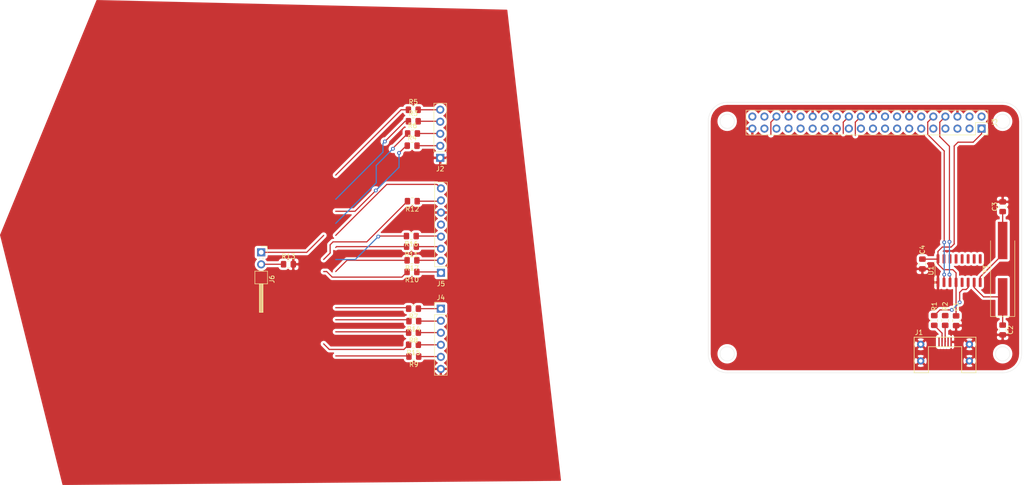
<source format=kicad_pcb>
(kicad_pcb (version 20171130) (host pcbnew "(5.1.2-1)-1")

  (general
    (thickness 1.6)
    (drawings 12)
    (tracks 163)
    (zones 0)
    (modules 29)
    (nets 42)
  )

  (page A4)
  (layers
    (0 F.Cu signal)
    (31 B.Cu signal)
    (32 B.Adhes user)
    (33 F.Adhes user)
    (34 B.Paste user)
    (35 F.Paste user)
    (36 B.SilkS user)
    (37 F.SilkS user)
    (38 B.Mask user)
    (39 F.Mask user)
    (40 Dwgs.User user)
    (41 Cmts.User user)
    (42 Eco1.User user)
    (43 Eco2.User user)
    (44 Edge.Cuts user)
    (45 Margin user)
    (46 B.CrtYd user)
    (47 F.CrtYd user)
    (48 B.Fab user)
    (49 F.Fab user)
  )

  (setup
    (last_trace_width 0.25)
    (trace_clearance 0.2)
    (zone_clearance 0.508)
    (zone_45_only no)
    (trace_min 0.2)
    (via_size 0.8)
    (via_drill 0.4)
    (via_min_size 0.4)
    (via_min_drill 0.3)
    (uvia_size 0.3)
    (uvia_drill 0.1)
    (uvias_allowed no)
    (uvia_min_size 0.2)
    (uvia_min_drill 0.1)
    (edge_width 0.05)
    (segment_width 0.2)
    (pcb_text_width 0.3)
    (pcb_text_size 1.5 1.5)
    (mod_edge_width 0.12)
    (mod_text_size 1 1)
    (mod_text_width 0.15)
    (pad_size 1.524 1.524)
    (pad_drill 0.762)
    (pad_to_mask_clearance 0.051)
    (solder_mask_min_width 0.25)
    (aux_axis_origin 0 0)
    (visible_elements FFFFFF7F)
    (pcbplotparams
      (layerselection 0x010fc_ffffffff)
      (usegerberextensions false)
      (usegerberattributes false)
      (usegerberadvancedattributes false)
      (creategerberjobfile false)
      (excludeedgelayer true)
      (linewidth 0.100000)
      (plotframeref false)
      (viasonmask false)
      (mode 1)
      (useauxorigin false)
      (hpglpennumber 1)
      (hpglpenspeed 20)
      (hpglpendiameter 15.000000)
      (psnegative false)
      (psa4output false)
      (plotreference true)
      (plotvalue true)
      (plotinvisibletext false)
      (padsonsilk false)
      (subtractmaskfromsilk false)
      (outputformat 1)
      (mirror false)
      (drillshape 1)
      (scaleselection 1)
      (outputdirectory ""))
  )

  (net 0 "")
  (net 1 "Net-(C1-Pad1)")
  (net 2 "Net-(C2-Pad1)")
  (net 3 "Net-(C3-Pad1)")
  (net 4 "Net-(J1-Pad2)")
  (net 5 "Net-(J1-Pad3)")
  (net 6 "Net-(J2-Pad2)")
  (net 7 "Net-(J2-Pad3)")
  (net 8 "Net-(J2-Pad4)")
  (net 9 "Net-(J2-Pad5)")
  (net 10 "Net-(J3-Pad7)")
  (net 11 "Net-(J3-Pad8)")
  (net 12 "Net-(J3-Pad10)")
  (net 13 "Net-(J3-Pad11)")
  (net 14 "Net-(J3-Pad13)")
  (net 15 "Net-(J3-Pad15)")
  (net 16 "Net-(J3-Pad17)")
  (net 17 "Net-(J3-Pad18)")
  (net 18 "Net-(J3-Pad19)")
  (net 19 "Net-(J3-Pad21)")
  (net 20 "Net-(J3-Pad22)")
  (net 21 "Net-(J3-Pad23)")
  (net 22 "Net-(J3-Pad24)")
  (net 23 "Net-(J3-Pad29)")
  (net 24 "Net-(J3-Pad31)")
  (net 25 "Net-(J3-Pad33)")
  (net 26 "Net-(J3-Pad36)")
  (net 27 "Net-(J3-Pad37)")
  (net 28 "Net-(J4-Pad1)")
  (net 29 "Net-(J4-Pad2)")
  (net 30 "Net-(J4-Pad3)")
  (net 31 "Net-(J4-Pad4)")
  (net 32 "Net-(J4-Pad5)")
  (net 33 "Net-(J5-Pad1)")
  (net 34 "Net-(J5-Pad2)")
  (net 35 "Net-(J5-Pad3)")
  (net 36 "Net-(J5-Pad4)")
  (net 37 "Net-(J5-Pad7)")
  (net 38 "Net-(J6-Pad2)")
  (net 39 "Net-(R1-Pad1)")
  (net 40 "Net-(R2-Pad1)")
  (net 41 GNDD)

  (net_class Default "This is the default net class."
    (clearance 0.2)
    (trace_width 0.25)
    (via_dia 0.8)
    (via_drill 0.4)
    (uvia_dia 0.3)
    (uvia_drill 0.1)
    (add_net GNDD)
    (add_net "Net-(C1-Pad1)")
    (add_net "Net-(C2-Pad1)")
    (add_net "Net-(C3-Pad1)")
    (add_net "Net-(J1-Pad2)")
    (add_net "Net-(J1-Pad3)")
    (add_net "Net-(J2-Pad2)")
    (add_net "Net-(J2-Pad3)")
    (add_net "Net-(J2-Pad4)")
    (add_net "Net-(J2-Pad5)")
    (add_net "Net-(J3-Pad10)")
    (add_net "Net-(J3-Pad11)")
    (add_net "Net-(J3-Pad13)")
    (add_net "Net-(J3-Pad15)")
    (add_net "Net-(J3-Pad17)")
    (add_net "Net-(J3-Pad18)")
    (add_net "Net-(J3-Pad19)")
    (add_net "Net-(J3-Pad21)")
    (add_net "Net-(J3-Pad22)")
    (add_net "Net-(J3-Pad23)")
    (add_net "Net-(J3-Pad24)")
    (add_net "Net-(J3-Pad29)")
    (add_net "Net-(J3-Pad31)")
    (add_net "Net-(J3-Pad33)")
    (add_net "Net-(J3-Pad36)")
    (add_net "Net-(J3-Pad37)")
    (add_net "Net-(J3-Pad7)")
    (add_net "Net-(J3-Pad8)")
    (add_net "Net-(J4-Pad1)")
    (add_net "Net-(J4-Pad2)")
    (add_net "Net-(J4-Pad3)")
    (add_net "Net-(J4-Pad4)")
    (add_net "Net-(J4-Pad5)")
    (add_net "Net-(J5-Pad1)")
    (add_net "Net-(J5-Pad2)")
    (add_net "Net-(J5-Pad3)")
    (add_net "Net-(J5-Pad4)")
    (add_net "Net-(J5-Pad7)")
    (add_net "Net-(J6-Pad2)")
    (add_net "Net-(R1-Pad1)")
    (add_net "Net-(R2-Pad1)")
  )

  (module Resistor_SMD:R_0805_2012Metric_Pad1.15x1.40mm_HandSolder (layer F.Cu) (tedit 5B36C52B) (tstamp 5D399F2C)
    (at 95.62708 85.12556)
    (descr "Resistor SMD 0805 (2012 Metric), square (rectangular) end terminal, IPC_7351 nominal with elongated pad for handsoldering. (Body size source: https://docs.google.com/spreadsheets/d/1BsfQQcO9C6DZCsRaXUlFlo91Tg2WpOkGARC1WS5S8t0/edit?usp=sharing), generated with kicad-footprint-generator")
    (tags "resistor handsolder")
    (path /5D455FFA)
    (attr smd)
    (fp_text reference R13 (at 0 -1.65) (layer F.SilkS)
      (effects (font (size 1 1) (thickness 0.15)))
    )
    (fp_text value 100 (at 0 1.65) (layer F.Fab)
      (effects (font (size 1 1) (thickness 0.15)))
    )
    (fp_line (start -1 0.6) (end -1 -0.6) (layer F.Fab) (width 0.1))
    (fp_line (start -1 -0.6) (end 1 -0.6) (layer F.Fab) (width 0.1))
    (fp_line (start 1 -0.6) (end 1 0.6) (layer F.Fab) (width 0.1))
    (fp_line (start 1 0.6) (end -1 0.6) (layer F.Fab) (width 0.1))
    (fp_line (start -0.261252 -0.71) (end 0.261252 -0.71) (layer F.SilkS) (width 0.12))
    (fp_line (start -0.261252 0.71) (end 0.261252 0.71) (layer F.SilkS) (width 0.12))
    (fp_line (start -1.85 0.95) (end -1.85 -0.95) (layer F.CrtYd) (width 0.05))
    (fp_line (start -1.85 -0.95) (end 1.85 -0.95) (layer F.CrtYd) (width 0.05))
    (fp_line (start 1.85 -0.95) (end 1.85 0.95) (layer F.CrtYd) (width 0.05))
    (fp_line (start 1.85 0.95) (end -1.85 0.95) (layer F.CrtYd) (width 0.05))
    (fp_text user %R (at 0 0) (layer F.Fab)
      (effects (font (size 0.5 0.5) (thickness 0.08)))
    )
    (pad 1 smd roundrect (at -1.025 0) (size 1.15 1.4) (layers F.Cu F.Paste F.Mask) (roundrect_rratio 0.217391)
      (net 38 "Net-(J6-Pad2)"))
    (pad 2 smd roundrect (at 1.025 0) (size 1.15 1.4) (layers F.Cu F.Paste F.Mask) (roundrect_rratio 0.217391)
      (net 41 GNDD))
    (model ${KISYS3DMOD}/Resistor_SMD.3dshapes/R_0805_2012Metric.wrl
      (at (xyz 0 0 0))
      (scale (xyz 1 1 1))
      (rotate (xyz 0 0 0))
    )
  )

  (module Capacitor_SMD:C_0805_2012Metric_Pad1.15x1.40mm_HandSolder (layer F.Cu) (tedit 5B36C52B) (tstamp 5D3AB7F0)
    (at 236.2 97.025 270)
    (descr "Capacitor SMD 0805 (2012 Metric), square (rectangular) end terminal, IPC_7351 nominal with elongated pad for handsoldering. (Body size source: https://docs.google.com/spreadsheets/d/1BsfQQcO9C6DZCsRaXUlFlo91Tg2WpOkGARC1WS5S8t0/edit?usp=sharing), generated with kicad-footprint-generator")
    (tags "capacitor handsolder")
    (path /5D3B1209)
    (attr smd)
    (fp_text reference C1 (at -3.025 0 90) (layer F.SilkS)
      (effects (font (size 1 1) (thickness 0.15)))
    )
    (fp_text value 10n (at 0 1.65 90) (layer F.Fab)
      (effects (font (size 1 1) (thickness 0.15)))
    )
    (fp_text user %R (at 0 0 90) (layer F.Fab)
      (effects (font (size 0.5 0.5) (thickness 0.08)))
    )
    (fp_line (start 1.85 0.95) (end -1.85 0.95) (layer F.CrtYd) (width 0.05))
    (fp_line (start 1.85 -0.95) (end 1.85 0.95) (layer F.CrtYd) (width 0.05))
    (fp_line (start -1.85 -0.95) (end 1.85 -0.95) (layer F.CrtYd) (width 0.05))
    (fp_line (start -1.85 0.95) (end -1.85 -0.95) (layer F.CrtYd) (width 0.05))
    (fp_line (start -0.261252 0.71) (end 0.261252 0.71) (layer F.SilkS) (width 0.12))
    (fp_line (start -0.261252 -0.71) (end 0.261252 -0.71) (layer F.SilkS) (width 0.12))
    (fp_line (start 1 0.6) (end -1 0.6) (layer F.Fab) (width 0.1))
    (fp_line (start 1 -0.6) (end 1 0.6) (layer F.Fab) (width 0.1))
    (fp_line (start -1 -0.6) (end 1 -0.6) (layer F.Fab) (width 0.1))
    (fp_line (start -1 0.6) (end -1 -0.6) (layer F.Fab) (width 0.1))
    (pad 2 smd roundrect (at 1.025 0 270) (size 1.15 1.4) (layers F.Cu F.Paste F.Mask) (roundrect_rratio 0.217391)
      (net 41 GNDD))
    (pad 1 smd roundrect (at -1.025 0 270) (size 1.15 1.4) (layers F.Cu F.Paste F.Mask) (roundrect_rratio 0.217391)
      (net 1 "Net-(C1-Pad1)"))
    (model ${KISYS3DMOD}/Capacitor_SMD.3dshapes/C_0805_2012Metric.wrl
      (at (xyz 0 0 0))
      (scale (xyz 1 1 1))
      (rotate (xyz 0 0 0))
    )
  )

  (module Capacitor_SMD:C_0805_2012Metric_Pad1.15x1.40mm_HandSolder (layer F.Cu) (tedit 5B36C52B) (tstamp 5D398CC8)
    (at 246 98.975 270)
    (descr "Capacitor SMD 0805 (2012 Metric), square (rectangular) end terminal, IPC_7351 nominal with elongated pad for handsoldering. (Body size source: https://docs.google.com/spreadsheets/d/1BsfQQcO9C6DZCsRaXUlFlo91Tg2WpOkGARC1WS5S8t0/edit?usp=sharing), generated with kicad-footprint-generator")
    (tags "capacitor handsolder")
    (path /5D3ABE07)
    (attr smd)
    (fp_text reference C2 (at 0 -1.65 90) (layer F.SilkS)
      (effects (font (size 1 1) (thickness 0.15)))
    )
    (fp_text value 22p (at 0 1.65 90) (layer F.Fab)
      (effects (font (size 1 1) (thickness 0.15)))
    )
    (fp_text user %R (at 0 0 90) (layer F.Fab)
      (effects (font (size 0.5 0.5) (thickness 0.08)))
    )
    (fp_line (start 1.85 0.95) (end -1.85 0.95) (layer F.CrtYd) (width 0.05))
    (fp_line (start 1.85 -0.95) (end 1.85 0.95) (layer F.CrtYd) (width 0.05))
    (fp_line (start -1.85 -0.95) (end 1.85 -0.95) (layer F.CrtYd) (width 0.05))
    (fp_line (start -1.85 0.95) (end -1.85 -0.95) (layer F.CrtYd) (width 0.05))
    (fp_line (start -0.261252 0.71) (end 0.261252 0.71) (layer F.SilkS) (width 0.12))
    (fp_line (start -0.261252 -0.71) (end 0.261252 -0.71) (layer F.SilkS) (width 0.12))
    (fp_line (start 1 0.6) (end -1 0.6) (layer F.Fab) (width 0.1))
    (fp_line (start 1 -0.6) (end 1 0.6) (layer F.Fab) (width 0.1))
    (fp_line (start -1 -0.6) (end 1 -0.6) (layer F.Fab) (width 0.1))
    (fp_line (start -1 0.6) (end -1 -0.6) (layer F.Fab) (width 0.1))
    (pad 2 smd roundrect (at 1.025 0 270) (size 1.15 1.4) (layers F.Cu F.Paste F.Mask) (roundrect_rratio 0.217391)
      (net 41 GNDD))
    (pad 1 smd roundrect (at -1.025 0 270) (size 1.15 1.4) (layers F.Cu F.Paste F.Mask) (roundrect_rratio 0.217391)
      (net 2 "Net-(C2-Pad1)"))
    (model ${KISYS3DMOD}/Capacitor_SMD.3dshapes/C_0805_2012Metric.wrl
      (at (xyz 0 0 0))
      (scale (xyz 1 1 1))
      (rotate (xyz 0 0 0))
    )
  )

  (module Capacitor_SMD:C_0805_2012Metric_Pad1.15x1.40mm_HandSolder (layer F.Cu) (tedit 5B36C52B) (tstamp 5D398CD9)
    (at 246 73 90)
    (descr "Capacitor SMD 0805 (2012 Metric), square (rectangular) end terminal, IPC_7351 nominal with elongated pad for handsoldering. (Body size source: https://docs.google.com/spreadsheets/d/1BsfQQcO9C6DZCsRaXUlFlo91Tg2WpOkGARC1WS5S8t0/edit?usp=sharing), generated with kicad-footprint-generator")
    (tags "capacitor handsolder")
    (path /5D3AAFD0)
    (attr smd)
    (fp_text reference C3 (at 0 -1.65 90) (layer F.SilkS)
      (effects (font (size 1 1) (thickness 0.15)))
    )
    (fp_text value 22p (at 0 1.65 90) (layer F.Fab)
      (effects (font (size 1 1) (thickness 0.15)))
    )
    (fp_line (start -1 0.6) (end -1 -0.6) (layer F.Fab) (width 0.1))
    (fp_line (start -1 -0.6) (end 1 -0.6) (layer F.Fab) (width 0.1))
    (fp_line (start 1 -0.6) (end 1 0.6) (layer F.Fab) (width 0.1))
    (fp_line (start 1 0.6) (end -1 0.6) (layer F.Fab) (width 0.1))
    (fp_line (start -0.261252 -0.71) (end 0.261252 -0.71) (layer F.SilkS) (width 0.12))
    (fp_line (start -0.261252 0.71) (end 0.261252 0.71) (layer F.SilkS) (width 0.12))
    (fp_line (start -1.85 0.95) (end -1.85 -0.95) (layer F.CrtYd) (width 0.05))
    (fp_line (start -1.85 -0.95) (end 1.85 -0.95) (layer F.CrtYd) (width 0.05))
    (fp_line (start 1.85 -0.95) (end 1.85 0.95) (layer F.CrtYd) (width 0.05))
    (fp_line (start 1.85 0.95) (end -1.85 0.95) (layer F.CrtYd) (width 0.05))
    (fp_text user %R (at 0 0 90) (layer F.Fab)
      (effects (font (size 0.5 0.5) (thickness 0.08)))
    )
    (pad 1 smd roundrect (at -1.025 0 90) (size 1.15 1.4) (layers F.Cu F.Paste F.Mask) (roundrect_rratio 0.217391)
      (net 3 "Net-(C3-Pad1)"))
    (pad 2 smd roundrect (at 1.025 0 90) (size 1.15 1.4) (layers F.Cu F.Paste F.Mask) (roundrect_rratio 0.217391)
      (net 41 GNDD))
    (model ${KISYS3DMOD}/Capacitor_SMD.3dshapes/C_0805_2012Metric.wrl
      (at (xyz 0 0 0))
      (scale (xyz 1 1 1))
      (rotate (xyz 0 0 0))
    )
  )

  (module Capacitor_SMD:C_0805_2012Metric_Pad1.15x1.40mm_HandSolder (layer F.Cu) (tedit 5B36C52B) (tstamp 5D398CEA)
    (at 229.1 85.075 270)
    (descr "Capacitor SMD 0805 (2012 Metric), square (rectangular) end terminal, IPC_7351 nominal with elongated pad for handsoldering. (Body size source: https://docs.google.com/spreadsheets/d/1BsfQQcO9C6DZCsRaXUlFlo91Tg2WpOkGARC1WS5S8t0/edit?usp=sharing), generated with kicad-footprint-generator")
    (tags "capacitor handsolder")
    (path /5D46749C)
    (attr smd)
    (fp_text reference C4 (at -3.025 0 90) (layer F.SilkS)
      (effects (font (size 1 1) (thickness 0.15)))
    )
    (fp_text value 10n (at 0 1.65 90) (layer F.Fab)
      (effects (font (size 1 1) (thickness 0.15)))
    )
    (fp_text user %R (at 0 0 90) (layer F.Fab)
      (effects (font (size 0.5 0.5) (thickness 0.08)))
    )
    (fp_line (start 1.85 0.95) (end -1.85 0.95) (layer F.CrtYd) (width 0.05))
    (fp_line (start 1.85 -0.95) (end 1.85 0.95) (layer F.CrtYd) (width 0.05))
    (fp_line (start -1.85 -0.95) (end 1.85 -0.95) (layer F.CrtYd) (width 0.05))
    (fp_line (start -1.85 0.95) (end -1.85 -0.95) (layer F.CrtYd) (width 0.05))
    (fp_line (start -0.261252 0.71) (end 0.261252 0.71) (layer F.SilkS) (width 0.12))
    (fp_line (start -0.261252 -0.71) (end 0.261252 -0.71) (layer F.SilkS) (width 0.12))
    (fp_line (start 1 0.6) (end -1 0.6) (layer F.Fab) (width 0.1))
    (fp_line (start 1 -0.6) (end 1 0.6) (layer F.Fab) (width 0.1))
    (fp_line (start -1 -0.6) (end 1 -0.6) (layer F.Fab) (width 0.1))
    (fp_line (start -1 0.6) (end -1 -0.6) (layer F.Fab) (width 0.1))
    (pad 2 smd roundrect (at 1.025 0 270) (size 1.15 1.4) (layers F.Cu F.Paste F.Mask) (roundrect_rratio 0.217391)
      (net 41 GNDD))
    (pad 1 smd roundrect (at -1.025 0 270) (size 1.15 1.4) (layers F.Cu F.Paste F.Mask) (roundrect_rratio 0.217391)
      (net 1 "Net-(C1-Pad1)"))
    (model ${KISYS3DMOD}/Capacitor_SMD.3dshapes/C_0805_2012Metric.wrl
      (at (xyz 0 0 0))
      (scale (xyz 1 1 1))
      (rotate (xyz 0 0 0))
    )
  )

  (module Connector_PinHeader_2.54mm:PinHeader_1x05_P2.54mm_Vertical (layer F.Cu) (tedit 59FED5CC) (tstamp 5D398D23)
    (at 127.5842 62.70244 180)
    (descr "Through hole straight pin header, 1x05, 2.54mm pitch, single row")
    (tags "Through hole pin header THT 1x05 2.54mm single row")
    (path /5D4DDC0B)
    (fp_text reference J2 (at 0 -2.33) (layer F.SilkS)
      (effects (font (size 1 1) (thickness 0.15)))
    )
    (fp_text value GPIOBreakout (at 0 12.49) (layer F.Fab)
      (effects (font (size 1 1) (thickness 0.15)))
    )
    (fp_line (start -0.635 -1.27) (end 1.27 -1.27) (layer F.Fab) (width 0.1))
    (fp_line (start 1.27 -1.27) (end 1.27 11.43) (layer F.Fab) (width 0.1))
    (fp_line (start 1.27 11.43) (end -1.27 11.43) (layer F.Fab) (width 0.1))
    (fp_line (start -1.27 11.43) (end -1.27 -0.635) (layer F.Fab) (width 0.1))
    (fp_line (start -1.27 -0.635) (end -0.635 -1.27) (layer F.Fab) (width 0.1))
    (fp_line (start -1.33 11.49) (end 1.33 11.49) (layer F.SilkS) (width 0.12))
    (fp_line (start -1.33 1.27) (end -1.33 11.49) (layer F.SilkS) (width 0.12))
    (fp_line (start 1.33 1.27) (end 1.33 11.49) (layer F.SilkS) (width 0.12))
    (fp_line (start -1.33 1.27) (end 1.33 1.27) (layer F.SilkS) (width 0.12))
    (fp_line (start -1.33 0) (end -1.33 -1.33) (layer F.SilkS) (width 0.12))
    (fp_line (start -1.33 -1.33) (end 0 -1.33) (layer F.SilkS) (width 0.12))
    (fp_line (start -1.8 -1.8) (end -1.8 11.95) (layer F.CrtYd) (width 0.05))
    (fp_line (start -1.8 11.95) (end 1.8 11.95) (layer F.CrtYd) (width 0.05))
    (fp_line (start 1.8 11.95) (end 1.8 -1.8) (layer F.CrtYd) (width 0.05))
    (fp_line (start 1.8 -1.8) (end -1.8 -1.8) (layer F.CrtYd) (width 0.05))
    (fp_text user %R (at 0 5.08 90) (layer F.Fab)
      (effects (font (size 1 1) (thickness 0.15)))
    )
    (pad 1 thru_hole rect (at 0 0 180) (size 1.7 1.7) (drill 1) (layers *.Cu *.Mask)
      (net 41 GNDD))
    (pad 2 thru_hole oval (at 0 2.54 180) (size 1.7 1.7) (drill 1) (layers *.Cu *.Mask)
      (net 6 "Net-(J2-Pad2)"))
    (pad 3 thru_hole oval (at 0 5.08 180) (size 1.7 1.7) (drill 1) (layers *.Cu *.Mask)
      (net 7 "Net-(J2-Pad3)"))
    (pad 4 thru_hole oval (at 0 7.62 180) (size 1.7 1.7) (drill 1) (layers *.Cu *.Mask)
      (net 8 "Net-(J2-Pad4)"))
    (pad 5 thru_hole oval (at 0 10.16 180) (size 1.7 1.7) (drill 1) (layers *.Cu *.Mask)
      (net 9 "Net-(J2-Pad5)"))
    (model ${KISYS3DMOD}/Connector_PinHeader_2.54mm.3dshapes/PinHeader_1x05_P2.54mm_Vertical.wrl
      (at (xyz 0 0 0))
      (scale (xyz 1 1 1))
      (rotate (xyz 0 0 0))
    )
  )

  (module Connector_PinSocket_2.54mm:PinSocket_2x20_P2.54mm_Vertical (layer F.Cu) (tedit 5A19A433) (tstamp 5D398D61)
    (at 241.56 56.54 270)
    (descr "Through hole straight socket strip, 2x20, 2.54mm pitch, double cols (from Kicad 4.0.7), script generated")
    (tags "Through hole socket strip THT 2x20 2.54mm double row")
    (path /5D38E9EB)
    (fp_text reference J3 (at -1.27 -2.77 90) (layer F.SilkS)
      (effects (font (size 1 1) (thickness 0.15)))
    )
    (fp_text value Raspberry_Pi_2_3 (at -1.27 51.03 90) (layer F.Fab)
      (effects (font (size 1 1) (thickness 0.15)))
    )
    (fp_line (start -3.81 -1.27) (end 0.27 -1.27) (layer F.Fab) (width 0.1))
    (fp_line (start 0.27 -1.27) (end 1.27 -0.27) (layer F.Fab) (width 0.1))
    (fp_line (start 1.27 -0.27) (end 1.27 49.53) (layer F.Fab) (width 0.1))
    (fp_line (start 1.27 49.53) (end -3.81 49.53) (layer F.Fab) (width 0.1))
    (fp_line (start -3.81 49.53) (end -3.81 -1.27) (layer F.Fab) (width 0.1))
    (fp_line (start -3.87 -1.33) (end -1.27 -1.33) (layer F.SilkS) (width 0.12))
    (fp_line (start -3.87 -1.33) (end -3.87 49.59) (layer F.SilkS) (width 0.12))
    (fp_line (start -3.87 49.59) (end 1.33 49.59) (layer F.SilkS) (width 0.12))
    (fp_line (start 1.33 1.27) (end 1.33 49.59) (layer F.SilkS) (width 0.12))
    (fp_line (start -1.27 1.27) (end 1.33 1.27) (layer F.SilkS) (width 0.12))
    (fp_line (start -1.27 -1.33) (end -1.27 1.27) (layer F.SilkS) (width 0.12))
    (fp_line (start 1.33 -1.33) (end 1.33 0) (layer F.SilkS) (width 0.12))
    (fp_line (start 0 -1.33) (end 1.33 -1.33) (layer F.SilkS) (width 0.12))
    (fp_line (start -4.34 -1.8) (end 1.76 -1.8) (layer F.CrtYd) (width 0.05))
    (fp_line (start 1.76 -1.8) (end 1.76 50) (layer F.CrtYd) (width 0.05))
    (fp_line (start 1.76 50) (end -4.34 50) (layer F.CrtYd) (width 0.05))
    (fp_line (start -4.34 50) (end -4.34 -1.8) (layer F.CrtYd) (width 0.05))
    (fp_text user %R (at -1.27 24.13) (layer F.Fab)
      (effects (font (size 1 1) (thickness 0.15)))
    )
    (pad 1 thru_hole rect (at 0 0 270) (size 1.7 1.7) (drill 1) (layers *.Cu *.Mask)
      (net 1 "Net-(C1-Pad1)"))
    (pad 2 thru_hole oval (at -2.54 0 270) (size 1.7 1.7) (drill 1) (layers *.Cu *.Mask))
    (pad 3 thru_hole oval (at 0 2.54 270) (size 1.7 1.7) (drill 1) (layers *.Cu *.Mask))
    (pad 4 thru_hole oval (at -2.54 2.54 270) (size 1.7 1.7) (drill 1) (layers *.Cu *.Mask))
    (pad 5 thru_hole oval (at 0 5.08 270) (size 1.7 1.7) (drill 1) (layers *.Cu *.Mask))
    (pad 6 thru_hole oval (at -2.54 5.08 270) (size 1.7 1.7) (drill 1) (layers *.Cu *.Mask)
      (net 41 GNDD))
    (pad 7 thru_hole oval (at 0 7.62 270) (size 1.7 1.7) (drill 1) (layers *.Cu *.Mask)
      (net 10 "Net-(J3-Pad7)"))
    (pad 8 thru_hole oval (at -2.54 7.62 270) (size 1.7 1.7) (drill 1) (layers *.Cu *.Mask)
      (net 11 "Net-(J3-Pad8)"))
    (pad 9 thru_hole oval (at 0 10.16 270) (size 1.7 1.7) (drill 1) (layers *.Cu *.Mask)
      (net 41 GNDD))
    (pad 10 thru_hole oval (at -2.54 10.16 270) (size 1.7 1.7) (drill 1) (layers *.Cu *.Mask)
      (net 12 "Net-(J3-Pad10)"))
    (pad 11 thru_hole oval (at 0 12.7 270) (size 1.7 1.7) (drill 1) (layers *.Cu *.Mask)
      (net 13 "Net-(J3-Pad11)"))
    (pad 12 thru_hole oval (at -2.54 12.7 270) (size 1.7 1.7) (drill 1) (layers *.Cu *.Mask))
    (pad 13 thru_hole oval (at 0 15.24 270) (size 1.7 1.7) (drill 1) (layers *.Cu *.Mask)
      (net 14 "Net-(J3-Pad13)"))
    (pad 14 thru_hole oval (at -2.54 15.24 270) (size 1.7 1.7) (drill 1) (layers *.Cu *.Mask)
      (net 41 GNDD))
    (pad 15 thru_hole oval (at 0 17.78 270) (size 1.7 1.7) (drill 1) (layers *.Cu *.Mask)
      (net 15 "Net-(J3-Pad15)"))
    (pad 16 thru_hole oval (at -2.54 17.78 270) (size 1.7 1.7) (drill 1) (layers *.Cu *.Mask))
    (pad 17 thru_hole oval (at 0 20.32 270) (size 1.7 1.7) (drill 1) (layers *.Cu *.Mask)
      (net 16 "Net-(J3-Pad17)"))
    (pad 18 thru_hole oval (at -2.54 20.32 270) (size 1.7 1.7) (drill 1) (layers *.Cu *.Mask)
      (net 17 "Net-(J3-Pad18)"))
    (pad 19 thru_hole oval (at 0 22.86 270) (size 1.7 1.7) (drill 1) (layers *.Cu *.Mask)
      (net 18 "Net-(J3-Pad19)"))
    (pad 20 thru_hole oval (at -2.54 22.86 270) (size 1.7 1.7) (drill 1) (layers *.Cu *.Mask)
      (net 41 GNDD))
    (pad 21 thru_hole oval (at 0 25.4 270) (size 1.7 1.7) (drill 1) (layers *.Cu *.Mask)
      (net 19 "Net-(J3-Pad21)"))
    (pad 22 thru_hole oval (at -2.54 25.4 270) (size 1.7 1.7) (drill 1) (layers *.Cu *.Mask)
      (net 20 "Net-(J3-Pad22)"))
    (pad 23 thru_hole oval (at 0 27.94 270) (size 1.7 1.7) (drill 1) (layers *.Cu *.Mask)
      (net 21 "Net-(J3-Pad23)"))
    (pad 24 thru_hole oval (at -2.54 27.94 270) (size 1.7 1.7) (drill 1) (layers *.Cu *.Mask)
      (net 22 "Net-(J3-Pad24)"))
    (pad 25 thru_hole oval (at 0 30.48 270) (size 1.7 1.7) (drill 1) (layers *.Cu *.Mask)
      (net 41 GNDD))
    (pad 26 thru_hole oval (at -2.54 30.48 270) (size 1.7 1.7) (drill 1) (layers *.Cu *.Mask))
    (pad 27 thru_hole oval (at 0 33.02 270) (size 1.7 1.7) (drill 1) (layers *.Cu *.Mask))
    (pad 28 thru_hole oval (at -2.54 33.02 270) (size 1.7 1.7) (drill 1) (layers *.Cu *.Mask))
    (pad 29 thru_hole oval (at 0 35.56 270) (size 1.7 1.7) (drill 1) (layers *.Cu *.Mask)
      (net 23 "Net-(J3-Pad29)"))
    (pad 30 thru_hole oval (at -2.54 35.56 270) (size 1.7 1.7) (drill 1) (layers *.Cu *.Mask)
      (net 41 GNDD))
    (pad 31 thru_hole oval (at 0 38.1 270) (size 1.7 1.7) (drill 1) (layers *.Cu *.Mask)
      (net 24 "Net-(J3-Pad31)"))
    (pad 32 thru_hole oval (at -2.54 38.1 270) (size 1.7 1.7) (drill 1) (layers *.Cu *.Mask))
    (pad 33 thru_hole oval (at 0 40.64 270) (size 1.7 1.7) (drill 1) (layers *.Cu *.Mask)
      (net 25 "Net-(J3-Pad33)"))
    (pad 34 thru_hole oval (at -2.54 40.64 270) (size 1.7 1.7) (drill 1) (layers *.Cu *.Mask)
      (net 41 GNDD))
    (pad 35 thru_hole oval (at 0 43.18 270) (size 1.7 1.7) (drill 1) (layers *.Cu *.Mask))
    (pad 36 thru_hole oval (at -2.54 43.18 270) (size 1.7 1.7) (drill 1) (layers *.Cu *.Mask)
      (net 26 "Net-(J3-Pad36)"))
    (pad 37 thru_hole oval (at 0 45.72 270) (size 1.7 1.7) (drill 1) (layers *.Cu *.Mask)
      (net 27 "Net-(J3-Pad37)"))
    (pad 38 thru_hole oval (at -2.54 45.72 270) (size 1.7 1.7) (drill 1) (layers *.Cu *.Mask))
    (pad 39 thru_hole oval (at 0 48.26 270) (size 1.7 1.7) (drill 1) (layers *.Cu *.Mask)
      (net 41 GNDD))
    (pad 40 thru_hole oval (at -2.54 48.26 270) (size 1.7 1.7) (drill 1) (layers *.Cu *.Mask))
    (model ${KISYS3DMOD}/Connector_PinSocket_2.54mm.3dshapes/PinSocket_2x20_P2.54mm_Vertical.wrl
      (at (xyz 0 0 0))
      (scale (xyz 1 1 1))
      (rotate (xyz 0 0 0))
    )
  )

  (module Connector_PinHeader_2.54mm:PinHeader_1x06_P2.54mm_Vertical (layer F.Cu) (tedit 59FED5CC) (tstamp 5D398D7B)
    (at 127.71628 94.488)
    (descr "Through hole straight pin header, 1x06, 2.54mm pitch, single row")
    (tags "Through hole pin header THT 1x06 2.54mm single row")
    (path /5D3C1839)
    (fp_text reference J4 (at 0 -2.33) (layer F.SilkS)
      (effects (font (size 1 1) (thickness 0.15)))
    )
    (fp_text value AutomaticSlidingDoor (at 0 15.03) (layer F.Fab)
      (effects (font (size 1 1) (thickness 0.15)))
    )
    (fp_line (start -0.635 -1.27) (end 1.27 -1.27) (layer F.Fab) (width 0.1))
    (fp_line (start 1.27 -1.27) (end 1.27 13.97) (layer F.Fab) (width 0.1))
    (fp_line (start 1.27 13.97) (end -1.27 13.97) (layer F.Fab) (width 0.1))
    (fp_line (start -1.27 13.97) (end -1.27 -0.635) (layer F.Fab) (width 0.1))
    (fp_line (start -1.27 -0.635) (end -0.635 -1.27) (layer F.Fab) (width 0.1))
    (fp_line (start -1.33 14.03) (end 1.33 14.03) (layer F.SilkS) (width 0.12))
    (fp_line (start -1.33 1.27) (end -1.33 14.03) (layer F.SilkS) (width 0.12))
    (fp_line (start 1.33 1.27) (end 1.33 14.03) (layer F.SilkS) (width 0.12))
    (fp_line (start -1.33 1.27) (end 1.33 1.27) (layer F.SilkS) (width 0.12))
    (fp_line (start -1.33 0) (end -1.33 -1.33) (layer F.SilkS) (width 0.12))
    (fp_line (start -1.33 -1.33) (end 0 -1.33) (layer F.SilkS) (width 0.12))
    (fp_line (start -1.8 -1.8) (end -1.8 14.5) (layer F.CrtYd) (width 0.05))
    (fp_line (start -1.8 14.5) (end 1.8 14.5) (layer F.CrtYd) (width 0.05))
    (fp_line (start 1.8 14.5) (end 1.8 -1.8) (layer F.CrtYd) (width 0.05))
    (fp_line (start 1.8 -1.8) (end -1.8 -1.8) (layer F.CrtYd) (width 0.05))
    (fp_text user %R (at 0 6.35 90) (layer F.Fab)
      (effects (font (size 1 1) (thickness 0.15)))
    )
    (pad 1 thru_hole rect (at 0 0) (size 1.7 1.7) (drill 1) (layers *.Cu *.Mask)
      (net 28 "Net-(J4-Pad1)"))
    (pad 2 thru_hole oval (at 0 2.54) (size 1.7 1.7) (drill 1) (layers *.Cu *.Mask)
      (net 29 "Net-(J4-Pad2)"))
    (pad 3 thru_hole oval (at 0 5.08) (size 1.7 1.7) (drill 1) (layers *.Cu *.Mask)
      (net 30 "Net-(J4-Pad3)"))
    (pad 4 thru_hole oval (at 0 7.62) (size 1.7 1.7) (drill 1) (layers *.Cu *.Mask)
      (net 31 "Net-(J4-Pad4)"))
    (pad 5 thru_hole oval (at 0 10.16) (size 1.7 1.7) (drill 1) (layers *.Cu *.Mask)
      (net 32 "Net-(J4-Pad5)"))
    (pad 6 thru_hole oval (at 0 12.7) (size 1.7 1.7) (drill 1) (layers *.Cu *.Mask)
      (net 41 GNDD))
    (model ${KISYS3DMOD}/Connector_PinHeader_2.54mm.3dshapes/PinHeader_1x06_P2.54mm_Vertical.wrl
      (at (xyz 0 0 0))
      (scale (xyz 1 1 1))
      (rotate (xyz 0 0 0))
    )
  )

  (module Connector_PinHeader_2.54mm:PinHeader_1x08_P2.54mm_Vertical (layer F.Cu) (tedit 59FED5CC) (tstamp 5D398D97)
    (at 127.74168 86.92388 180)
    (descr "Through hole straight pin header, 1x08, 2.54mm pitch, single row")
    (tags "Through hole pin header THT 1x08 2.54mm single row")
    (path /5D3BD9C3)
    (fp_text reference J5 (at 0 -2.33) (layer F.SilkS)
      (effects (font (size 1 1) (thickness 0.15)))
    )
    (fp_text value MFRC-522 (at 0 20.11) (layer F.Fab)
      (effects (font (size 1 1) (thickness 0.15)))
    )
    (fp_line (start -0.635 -1.27) (end 1.27 -1.27) (layer F.Fab) (width 0.1))
    (fp_line (start 1.27 -1.27) (end 1.27 19.05) (layer F.Fab) (width 0.1))
    (fp_line (start 1.27 19.05) (end -1.27 19.05) (layer F.Fab) (width 0.1))
    (fp_line (start -1.27 19.05) (end -1.27 -0.635) (layer F.Fab) (width 0.1))
    (fp_line (start -1.27 -0.635) (end -0.635 -1.27) (layer F.Fab) (width 0.1))
    (fp_line (start -1.33 19.11) (end 1.33 19.11) (layer F.SilkS) (width 0.12))
    (fp_line (start -1.33 1.27) (end -1.33 19.11) (layer F.SilkS) (width 0.12))
    (fp_line (start 1.33 1.27) (end 1.33 19.11) (layer F.SilkS) (width 0.12))
    (fp_line (start -1.33 1.27) (end 1.33 1.27) (layer F.SilkS) (width 0.12))
    (fp_line (start -1.33 0) (end -1.33 -1.33) (layer F.SilkS) (width 0.12))
    (fp_line (start -1.33 -1.33) (end 0 -1.33) (layer F.SilkS) (width 0.12))
    (fp_line (start -1.8 -1.8) (end -1.8 19.55) (layer F.CrtYd) (width 0.05))
    (fp_line (start -1.8 19.55) (end 1.8 19.55) (layer F.CrtYd) (width 0.05))
    (fp_line (start 1.8 19.55) (end 1.8 -1.8) (layer F.CrtYd) (width 0.05))
    (fp_line (start 1.8 -1.8) (end -1.8 -1.8) (layer F.CrtYd) (width 0.05))
    (fp_text user %R (at 0 8.89 90) (layer F.Fab)
      (effects (font (size 1 1) (thickness 0.15)))
    )
    (pad 1 thru_hole rect (at 0 0 180) (size 1.7 1.7) (drill 1) (layers *.Cu *.Mask)
      (net 33 "Net-(J5-Pad1)"))
    (pad 2 thru_hole oval (at 0 2.54 180) (size 1.7 1.7) (drill 1) (layers *.Cu *.Mask)
      (net 34 "Net-(J5-Pad2)"))
    (pad 3 thru_hole oval (at 0 5.08 180) (size 1.7 1.7) (drill 1) (layers *.Cu *.Mask)
      (net 35 "Net-(J5-Pad3)"))
    (pad 4 thru_hole oval (at 0 7.62 180) (size 1.7 1.7) (drill 1) (layers *.Cu *.Mask)
      (net 36 "Net-(J5-Pad4)"))
    (pad 5 thru_hole oval (at 0 10.16 180) (size 1.7 1.7) (drill 1) (layers *.Cu *.Mask))
    (pad 6 thru_hole oval (at 0 12.7 180) (size 1.7 1.7) (drill 1) (layers *.Cu *.Mask)
      (net 41 GNDD))
    (pad 7 thru_hole oval (at 0 15.24 180) (size 1.7 1.7) (drill 1) (layers *.Cu *.Mask)
      (net 37 "Net-(J5-Pad7)"))
    (pad 8 thru_hole oval (at 0 17.78 180) (size 1.7 1.7) (drill 1) (layers *.Cu *.Mask)
      (net 16 "Net-(J3-Pad17)"))
    (model ${KISYS3DMOD}/Connector_PinHeader_2.54mm.3dshapes/PinHeader_1x08_P2.54mm_Vertical.wrl
      (at (xyz 0 0 0))
      (scale (xyz 1 1 1))
      (rotate (xyz 0 0 0))
    )
  )

  (module Connector_PinHeader_2.54mm:PinHeader_2x01_P2.54mm_Horizontal (layer F.Cu) (tedit 59FED5CB) (tstamp 5D398DC0)
    (at 89.8906 82.61096 270)
    (descr "Through hole angled pin header, 2x01, 2.54mm pitch, 6mm pin length, double rows")
    (tags "Through hole angled pin header THT 2x01 2.54mm double row")
    (path /5D44B757)
    (fp_text reference J6 (at 5.655 -2.27 90) (layer F.SilkS)
      (effects (font (size 1 1) (thickness 0.15)))
    )
    (fp_text value IndicatorLED (at 5.655 2.27 90) (layer F.Fab)
      (effects (font (size 1 1) (thickness 0.15)))
    )
    (fp_line (start 4.675 -1.27) (end 6.58 -1.27) (layer F.Fab) (width 0.1))
    (fp_line (start 6.58 -1.27) (end 6.58 1.27) (layer F.Fab) (width 0.1))
    (fp_line (start 6.58 1.27) (end 4.04 1.27) (layer F.Fab) (width 0.1))
    (fp_line (start 4.04 1.27) (end 4.04 -0.635) (layer F.Fab) (width 0.1))
    (fp_line (start 4.04 -0.635) (end 4.675 -1.27) (layer F.Fab) (width 0.1))
    (fp_line (start -0.32 -0.32) (end 4.04 -0.32) (layer F.Fab) (width 0.1))
    (fp_line (start -0.32 -0.32) (end -0.32 0.32) (layer F.Fab) (width 0.1))
    (fp_line (start -0.32 0.32) (end 4.04 0.32) (layer F.Fab) (width 0.1))
    (fp_line (start 6.58 -0.32) (end 12.58 -0.32) (layer F.Fab) (width 0.1))
    (fp_line (start 12.58 -0.32) (end 12.58 0.32) (layer F.Fab) (width 0.1))
    (fp_line (start 6.58 0.32) (end 12.58 0.32) (layer F.Fab) (width 0.1))
    (fp_line (start 3.98 -1.33) (end 3.98 1.33) (layer F.SilkS) (width 0.12))
    (fp_line (start 3.98 1.33) (end 6.64 1.33) (layer F.SilkS) (width 0.12))
    (fp_line (start 6.64 1.33) (end 6.64 -1.33) (layer F.SilkS) (width 0.12))
    (fp_line (start 6.64 -1.33) (end 3.98 -1.33) (layer F.SilkS) (width 0.12))
    (fp_line (start 6.64 -0.38) (end 12.64 -0.38) (layer F.SilkS) (width 0.12))
    (fp_line (start 12.64 -0.38) (end 12.64 0.38) (layer F.SilkS) (width 0.12))
    (fp_line (start 12.64 0.38) (end 6.64 0.38) (layer F.SilkS) (width 0.12))
    (fp_line (start 6.64 -0.32) (end 12.64 -0.32) (layer F.SilkS) (width 0.12))
    (fp_line (start 6.64 -0.2) (end 12.64 -0.2) (layer F.SilkS) (width 0.12))
    (fp_line (start 6.64 -0.08) (end 12.64 -0.08) (layer F.SilkS) (width 0.12))
    (fp_line (start 6.64 0.04) (end 12.64 0.04) (layer F.SilkS) (width 0.12))
    (fp_line (start 6.64 0.16) (end 12.64 0.16) (layer F.SilkS) (width 0.12))
    (fp_line (start 6.64 0.28) (end 12.64 0.28) (layer F.SilkS) (width 0.12))
    (fp_line (start 3.582929 -0.38) (end 3.98 -0.38) (layer F.SilkS) (width 0.12))
    (fp_line (start 3.582929 0.38) (end 3.98 0.38) (layer F.SilkS) (width 0.12))
    (fp_line (start 1.11 -0.38) (end 1.497071 -0.38) (layer F.SilkS) (width 0.12))
    (fp_line (start 1.11 0.38) (end 1.497071 0.38) (layer F.SilkS) (width 0.12))
    (fp_line (start -1.27 0) (end -1.27 -1.27) (layer F.SilkS) (width 0.12))
    (fp_line (start -1.27 -1.27) (end 0 -1.27) (layer F.SilkS) (width 0.12))
    (fp_line (start -1.8 -1.8) (end -1.8 1.8) (layer F.CrtYd) (width 0.05))
    (fp_line (start -1.8 1.8) (end 13.1 1.8) (layer F.CrtYd) (width 0.05))
    (fp_line (start 13.1 1.8) (end 13.1 -1.8) (layer F.CrtYd) (width 0.05))
    (fp_line (start 13.1 -1.8) (end -1.8 -1.8) (layer F.CrtYd) (width 0.05))
    (fp_text user %R (at 5.31 0) (layer F.Fab)
      (effects (font (size 1 1) (thickness 0.15)))
    )
    (pad 1 thru_hole rect (at 0 0 270) (size 1.7 1.7) (drill 1) (layers *.Cu *.Mask)
      (net 17 "Net-(J3-Pad18)"))
    (pad 2 thru_hole oval (at 2.54 0 270) (size 1.7 1.7) (drill 1) (layers *.Cu *.Mask)
      (net 38 "Net-(J6-Pad2)"))
    (model ${KISYS3DMOD}/Connector_PinHeader_2.54mm.3dshapes/PinHeader_2x01_P2.54mm_Horizontal.wrl
      (at (xyz 0 0 0))
      (scale (xyz 1 1 1))
      (rotate (xyz 0 0 0))
    )
  )

  (module Resistor_SMD:R_0805_2012Metric_Pad1.15x1.40mm_HandSolder (layer F.Cu) (tedit 5B36C52B) (tstamp 5D3AB8D5)
    (at 231.6 96.975 270)
    (descr "Resistor SMD 0805 (2012 Metric), square (rectangular) end terminal, IPC_7351 nominal with elongated pad for handsoldering. (Body size source: https://docs.google.com/spreadsheets/d/1BsfQQcO9C6DZCsRaXUlFlo91Tg2WpOkGARC1WS5S8t0/edit?usp=sharing), generated with kicad-footprint-generator")
    (tags "resistor handsolder")
    (path /5D45DAF8)
    (attr smd)
    (fp_text reference R1 (at -2.975 0 90) (layer F.SilkS)
      (effects (font (size 1 1) (thickness 0.15)))
    )
    (fp_text value 27 (at 0 1.65 90) (layer F.Fab)
      (effects (font (size 1 1) (thickness 0.15)))
    )
    (fp_text user %R (at 0 0 90) (layer F.Fab)
      (effects (font (size 0.5 0.5) (thickness 0.08)))
    )
    (fp_line (start 1.85 0.95) (end -1.85 0.95) (layer F.CrtYd) (width 0.05))
    (fp_line (start 1.85 -0.95) (end 1.85 0.95) (layer F.CrtYd) (width 0.05))
    (fp_line (start -1.85 -0.95) (end 1.85 -0.95) (layer F.CrtYd) (width 0.05))
    (fp_line (start -1.85 0.95) (end -1.85 -0.95) (layer F.CrtYd) (width 0.05))
    (fp_line (start -0.261252 0.71) (end 0.261252 0.71) (layer F.SilkS) (width 0.12))
    (fp_line (start -0.261252 -0.71) (end 0.261252 -0.71) (layer F.SilkS) (width 0.12))
    (fp_line (start 1 0.6) (end -1 0.6) (layer F.Fab) (width 0.1))
    (fp_line (start 1 -0.6) (end 1 0.6) (layer F.Fab) (width 0.1))
    (fp_line (start -1 -0.6) (end 1 -0.6) (layer F.Fab) (width 0.1))
    (fp_line (start -1 0.6) (end -1 -0.6) (layer F.Fab) (width 0.1))
    (pad 2 smd roundrect (at 1.025 0 270) (size 1.15 1.4) (layers F.Cu F.Paste F.Mask) (roundrect_rratio 0.217391)
      (net 4 "Net-(J1-Pad2)"))
    (pad 1 smd roundrect (at -1.025 0 270) (size 1.15 1.4) (layers F.Cu F.Paste F.Mask) (roundrect_rratio 0.217391)
      (net 39 "Net-(R1-Pad1)"))
    (model ${KISYS3DMOD}/Resistor_SMD.3dshapes/R_0805_2012Metric.wrl
      (at (xyz 0 0 0))
      (scale (xyz 1 1 1))
      (rotate (xyz 0 0 0))
    )
  )

  (module Resistor_SMD:R_0805_2012Metric_Pad1.15x1.40mm_HandSolder (layer F.Cu) (tedit 5B36C52B) (tstamp 5D398DE2)
    (at 233.9 96.975 270)
    (descr "Resistor SMD 0805 (2012 Metric), square (rectangular) end terminal, IPC_7351 nominal with elongated pad for handsoldering. (Body size source: https://docs.google.com/spreadsheets/d/1BsfQQcO9C6DZCsRaXUlFlo91Tg2WpOkGARC1WS5S8t0/edit?usp=sharing), generated with kicad-footprint-generator")
    (tags "resistor handsolder")
    (path /5D45DDA2)
    (attr smd)
    (fp_text reference R2 (at -2.975 0 90) (layer F.SilkS)
      (effects (font (size 1 1) (thickness 0.15)))
    )
    (fp_text value 27 (at 0 1.65 270) (layer F.Fab)
      (effects (font (size 1 1) (thickness 0.15)))
    )
    (fp_line (start -1 0.6) (end -1 -0.6) (layer F.Fab) (width 0.1))
    (fp_line (start -1 -0.6) (end 1 -0.6) (layer F.Fab) (width 0.1))
    (fp_line (start 1 -0.6) (end 1 0.6) (layer F.Fab) (width 0.1))
    (fp_line (start 1 0.6) (end -1 0.6) (layer F.Fab) (width 0.1))
    (fp_line (start -0.261252 -0.71) (end 0.261252 -0.71) (layer F.SilkS) (width 0.12))
    (fp_line (start -0.261252 0.71) (end 0.261252 0.71) (layer F.SilkS) (width 0.12))
    (fp_line (start -1.85 0.95) (end -1.85 -0.95) (layer F.CrtYd) (width 0.05))
    (fp_line (start -1.85 -0.95) (end 1.85 -0.95) (layer F.CrtYd) (width 0.05))
    (fp_line (start 1.85 -0.95) (end 1.85 0.95) (layer F.CrtYd) (width 0.05))
    (fp_line (start 1.85 0.95) (end -1.85 0.95) (layer F.CrtYd) (width 0.05))
    (fp_text user %R (at 0 0 90) (layer F.Fab)
      (effects (font (size 0.5 0.5) (thickness 0.08)))
    )
    (pad 1 smd roundrect (at -1.025 0 270) (size 1.15 1.4) (layers F.Cu F.Paste F.Mask) (roundrect_rratio 0.217391)
      (net 40 "Net-(R2-Pad1)"))
    (pad 2 smd roundrect (at 1.025 0 270) (size 1.15 1.4) (layers F.Cu F.Paste F.Mask) (roundrect_rratio 0.217391)
      (net 5 "Net-(J1-Pad3)"))
    (model ${KISYS3DMOD}/Resistor_SMD.3dshapes/R_0805_2012Metric.wrl
      (at (xyz 0 0 0))
      (scale (xyz 1 1 1))
      (rotate (xyz 0 0 0))
    )
  )

  (module Resistor_SMD:R_0805_2012Metric_Pad1.15x1.40mm_HandSolder (layer F.Cu) (tedit 5B36C52B) (tstamp 5D398DF3)
    (at 121.911 54.991)
    (descr "Resistor SMD 0805 (2012 Metric), square (rectangular) end terminal, IPC_7351 nominal with elongated pad for handsoldering. (Body size source: https://docs.google.com/spreadsheets/d/1BsfQQcO9C6DZCsRaXUlFlo91Tg2WpOkGARC1WS5S8t0/edit?usp=sharing), generated with kicad-footprint-generator")
    (tags "resistor handsolder")
    (path /5D51ABA1)
    (attr smd)
    (fp_text reference R3 (at 0 -1.65) (layer F.SilkS)
      (effects (font (size 1 1) (thickness 0.15)))
    )
    (fp_text value 27 (at 0 1.65) (layer F.Fab)
      (effects (font (size 1 1) (thickness 0.15)))
    )
    (fp_text user %R (at 0 0) (layer F.Fab)
      (effects (font (size 0.5 0.5) (thickness 0.08)))
    )
    (fp_line (start 1.85 0.95) (end -1.85 0.95) (layer F.CrtYd) (width 0.05))
    (fp_line (start 1.85 -0.95) (end 1.85 0.95) (layer F.CrtYd) (width 0.05))
    (fp_line (start -1.85 -0.95) (end 1.85 -0.95) (layer F.CrtYd) (width 0.05))
    (fp_line (start -1.85 0.95) (end -1.85 -0.95) (layer F.CrtYd) (width 0.05))
    (fp_line (start -0.261252 0.71) (end 0.261252 0.71) (layer F.SilkS) (width 0.12))
    (fp_line (start -0.261252 -0.71) (end 0.261252 -0.71) (layer F.SilkS) (width 0.12))
    (fp_line (start 1 0.6) (end -1 0.6) (layer F.Fab) (width 0.1))
    (fp_line (start 1 -0.6) (end 1 0.6) (layer F.Fab) (width 0.1))
    (fp_line (start -1 -0.6) (end 1 -0.6) (layer F.Fab) (width 0.1))
    (fp_line (start -1 0.6) (end -1 -0.6) (layer F.Fab) (width 0.1))
    (pad 2 smd roundrect (at 1.025 0) (size 1.15 1.4) (layers F.Cu F.Paste F.Mask) (roundrect_rratio 0.217391)
      (net 8 "Net-(J2-Pad4)"))
    (pad 1 smd roundrect (at -1.025 0) (size 1.15 1.4) (layers F.Cu F.Paste F.Mask) (roundrect_rratio 0.217391)
      (net 13 "Net-(J3-Pad11)"))
    (model ${KISYS3DMOD}/Resistor_SMD.3dshapes/R_0805_2012Metric.wrl
      (at (xyz 0 0 0))
      (scale (xyz 1 1 1))
      (rotate (xyz 0 0 0))
    )
  )

  (module Resistor_SMD:R_0805_2012Metric_Pad1.15x1.40mm_HandSolder (layer F.Cu) (tedit 5B36C52B) (tstamp 5D399C8E)
    (at 121.67224 60.14212)
    (descr "Resistor SMD 0805 (2012 Metric), square (rectangular) end terminal, IPC_7351 nominal with elongated pad for handsoldering. (Body size source: https://docs.google.com/spreadsheets/d/1BsfQQcO9C6DZCsRaXUlFlo91Tg2WpOkGARC1WS5S8t0/edit?usp=sharing), generated with kicad-footprint-generator")
    (tags "resistor handsolder")
    (path /5D519DE6)
    (attr smd)
    (fp_text reference R4 (at 0 -1.65) (layer F.SilkS)
      (effects (font (size 1 1) (thickness 0.15)))
    )
    (fp_text value 27 (at 0 1.65) (layer F.Fab)
      (effects (font (size 1 1) (thickness 0.15)))
    )
    (fp_line (start -1 0.6) (end -1 -0.6) (layer F.Fab) (width 0.1))
    (fp_line (start -1 -0.6) (end 1 -0.6) (layer F.Fab) (width 0.1))
    (fp_line (start 1 -0.6) (end 1 0.6) (layer F.Fab) (width 0.1))
    (fp_line (start 1 0.6) (end -1 0.6) (layer F.Fab) (width 0.1))
    (fp_line (start -0.261252 -0.71) (end 0.261252 -0.71) (layer F.SilkS) (width 0.12))
    (fp_line (start -0.261252 0.71) (end 0.261252 0.71) (layer F.SilkS) (width 0.12))
    (fp_line (start -1.85 0.95) (end -1.85 -0.95) (layer F.CrtYd) (width 0.05))
    (fp_line (start -1.85 -0.95) (end 1.85 -0.95) (layer F.CrtYd) (width 0.05))
    (fp_line (start 1.85 -0.95) (end 1.85 0.95) (layer F.CrtYd) (width 0.05))
    (fp_line (start 1.85 0.95) (end -1.85 0.95) (layer F.CrtYd) (width 0.05))
    (fp_text user %R (at 0 0) (layer F.Fab)
      (effects (font (size 0.5 0.5) (thickness 0.08)))
    )
    (pad 1 smd roundrect (at -1.025 0) (size 1.15 1.4) (layers F.Cu F.Paste F.Mask) (roundrect_rratio 0.217391)
      (net 14 "Net-(J3-Pad13)"))
    (pad 2 smd roundrect (at 1.025 0) (size 1.15 1.4) (layers F.Cu F.Paste F.Mask) (roundrect_rratio 0.217391)
      (net 6 "Net-(J2-Pad2)"))
    (model ${KISYS3DMOD}/Resistor_SMD.3dshapes/R_0805_2012Metric.wrl
      (at (xyz 0 0 0))
      (scale (xyz 1 1 1))
      (rotate (xyz 0 0 0))
    )
  )

  (module Resistor_SMD:R_0805_2012Metric_Pad1.15x1.40mm_HandSolder (layer F.Cu) (tedit 5B36C52B) (tstamp 5D398E15)
    (at 121.911 52.57292)
    (descr "Resistor SMD 0805 (2012 Metric), square (rectangular) end terminal, IPC_7351 nominal with elongated pad for handsoldering. (Body size source: https://docs.google.com/spreadsheets/d/1BsfQQcO9C6DZCsRaXUlFlo91Tg2WpOkGARC1WS5S8t0/edit?usp=sharing), generated with kicad-footprint-generator")
    (tags "resistor handsolder")
    (path /5D518DBE)
    (attr smd)
    (fp_text reference R5 (at 0 -1.65) (layer F.SilkS)
      (effects (font (size 1 1) (thickness 0.15)))
    )
    (fp_text value 27 (at 0 1.65) (layer F.Fab)
      (effects (font (size 1 1) (thickness 0.15)))
    )
    (fp_line (start -1 0.6) (end -1 -0.6) (layer F.Fab) (width 0.1))
    (fp_line (start -1 -0.6) (end 1 -0.6) (layer F.Fab) (width 0.1))
    (fp_line (start 1 -0.6) (end 1 0.6) (layer F.Fab) (width 0.1))
    (fp_line (start 1 0.6) (end -1 0.6) (layer F.Fab) (width 0.1))
    (fp_line (start -0.261252 -0.71) (end 0.261252 -0.71) (layer F.SilkS) (width 0.12))
    (fp_line (start -0.261252 0.71) (end 0.261252 0.71) (layer F.SilkS) (width 0.12))
    (fp_line (start -1.85 0.95) (end -1.85 -0.95) (layer F.CrtYd) (width 0.05))
    (fp_line (start -1.85 -0.95) (end 1.85 -0.95) (layer F.CrtYd) (width 0.05))
    (fp_line (start 1.85 -0.95) (end 1.85 0.95) (layer F.CrtYd) (width 0.05))
    (fp_line (start 1.85 0.95) (end -1.85 0.95) (layer F.CrtYd) (width 0.05))
    (fp_text user %R (at 0 0) (layer F.Fab)
      (effects (font (size 0.5 0.5) (thickness 0.08)))
    )
    (pad 1 smd roundrect (at -1.025 0) (size 1.15 1.4) (layers F.Cu F.Paste F.Mask) (roundrect_rratio 0.217391)
      (net 10 "Net-(J3-Pad7)"))
    (pad 2 smd roundrect (at 1.025 0) (size 1.15 1.4) (layers F.Cu F.Paste F.Mask) (roundrect_rratio 0.217391)
      (net 9 "Net-(J2-Pad5)"))
    (model ${KISYS3DMOD}/Resistor_SMD.3dshapes/R_0805_2012Metric.wrl
      (at (xyz 0 0 0))
      (scale (xyz 1 1 1))
      (rotate (xyz 0 0 0))
    )
  )

  (module Resistor_SMD:R_0805_2012Metric_Pad1.15x1.40mm_HandSolder (layer F.Cu) (tedit 5B36C52B) (tstamp 5D398E26)
    (at 121.75352 57.56656)
    (descr "Resistor SMD 0805 (2012 Metric), square (rectangular) end terminal, IPC_7351 nominal with elongated pad for handsoldering. (Body size source: https://docs.google.com/spreadsheets/d/1BsfQQcO9C6DZCsRaXUlFlo91Tg2WpOkGARC1WS5S8t0/edit?usp=sharing), generated with kicad-footprint-generator")
    (tags "resistor handsolder")
    (path /5D5193C5)
    (attr smd)
    (fp_text reference R6 (at 0 -1.65) (layer F.SilkS)
      (effects (font (size 1 1) (thickness 0.15)))
    )
    (fp_text value 27 (at 0 1.65) (layer F.Fab)
      (effects (font (size 1 1) (thickness 0.15)))
    )
    (fp_text user %R (at 0 0) (layer F.Fab)
      (effects (font (size 0.5 0.5) (thickness 0.08)))
    )
    (fp_line (start 1.85 0.95) (end -1.85 0.95) (layer F.CrtYd) (width 0.05))
    (fp_line (start 1.85 -0.95) (end 1.85 0.95) (layer F.CrtYd) (width 0.05))
    (fp_line (start -1.85 -0.95) (end 1.85 -0.95) (layer F.CrtYd) (width 0.05))
    (fp_line (start -1.85 0.95) (end -1.85 -0.95) (layer F.CrtYd) (width 0.05))
    (fp_line (start -0.261252 0.71) (end 0.261252 0.71) (layer F.SilkS) (width 0.12))
    (fp_line (start -0.261252 -0.71) (end 0.261252 -0.71) (layer F.SilkS) (width 0.12))
    (fp_line (start 1 0.6) (end -1 0.6) (layer F.Fab) (width 0.1))
    (fp_line (start 1 -0.6) (end 1 0.6) (layer F.Fab) (width 0.1))
    (fp_line (start -1 -0.6) (end 1 -0.6) (layer F.Fab) (width 0.1))
    (fp_line (start -1 0.6) (end -1 -0.6) (layer F.Fab) (width 0.1))
    (pad 2 smd roundrect (at 1.025 0) (size 1.15 1.4) (layers F.Cu F.Paste F.Mask) (roundrect_rratio 0.217391)
      (net 7 "Net-(J2-Pad3)"))
    (pad 1 smd roundrect (at -1.025 0) (size 1.15 1.4) (layers F.Cu F.Paste F.Mask) (roundrect_rratio 0.217391)
      (net 15 "Net-(J3-Pad15)"))
    (model ${KISYS3DMOD}/Resistor_SMD.3dshapes/R_0805_2012Metric.wrl
      (at (xyz 0 0 0))
      (scale (xyz 1 1 1))
      (rotate (xyz 0 0 0))
    )
  )

  (module Resistor_SMD:R_0805_2012Metric_Pad1.15x1.40mm_HandSolder (layer F.Cu) (tedit 5B36C52B) (tstamp 5D398E37)
    (at 121.95672 94.48292 180)
    (descr "Resistor SMD 0805 (2012 Metric), square (rectangular) end terminal, IPC_7351 nominal with elongated pad for handsoldering. (Body size source: https://docs.google.com/spreadsheets/d/1BsfQQcO9C6DZCsRaXUlFlo91Tg2WpOkGARC1WS5S8t0/edit?usp=sharing), generated with kicad-footprint-generator")
    (tags "resistor handsolder")
    (path /5D49F22C)
    (attr smd)
    (fp_text reference R7 (at 0 -1.65) (layer F.SilkS)
      (effects (font (size 1 1) (thickness 0.15)))
    )
    (fp_text value 27 (at 0 1.65) (layer F.Fab)
      (effects (font (size 1 1) (thickness 0.15)))
    )
    (fp_text user %R (at 0 0) (layer F.Fab)
      (effects (font (size 0.5 0.5) (thickness 0.08)))
    )
    (fp_line (start 1.85 0.95) (end -1.85 0.95) (layer F.CrtYd) (width 0.05))
    (fp_line (start 1.85 -0.95) (end 1.85 0.95) (layer F.CrtYd) (width 0.05))
    (fp_line (start -1.85 -0.95) (end 1.85 -0.95) (layer F.CrtYd) (width 0.05))
    (fp_line (start -1.85 0.95) (end -1.85 -0.95) (layer F.CrtYd) (width 0.05))
    (fp_line (start -0.261252 0.71) (end 0.261252 0.71) (layer F.SilkS) (width 0.12))
    (fp_line (start -0.261252 -0.71) (end 0.261252 -0.71) (layer F.SilkS) (width 0.12))
    (fp_line (start 1 0.6) (end -1 0.6) (layer F.Fab) (width 0.1))
    (fp_line (start 1 -0.6) (end 1 0.6) (layer F.Fab) (width 0.1))
    (fp_line (start -1 -0.6) (end 1 -0.6) (layer F.Fab) (width 0.1))
    (fp_line (start -1 0.6) (end -1 -0.6) (layer F.Fab) (width 0.1))
    (pad 2 smd roundrect (at 1.025 0 180) (size 1.15 1.4) (layers F.Cu F.Paste F.Mask) (roundrect_rratio 0.217391)
      (net 23 "Net-(J3-Pad29)"))
    (pad 1 smd roundrect (at -1.025 0 180) (size 1.15 1.4) (layers F.Cu F.Paste F.Mask) (roundrect_rratio 0.217391)
      (net 28 "Net-(J4-Pad1)"))
    (model ${KISYS3DMOD}/Resistor_SMD.3dshapes/R_0805_2012Metric.wrl
      (at (xyz 0 0 0))
      (scale (xyz 1 1 1))
      (rotate (xyz 0 0 0))
    )
  )

  (module Resistor_SMD:R_0805_2012Metric_Pad1.15x1.40mm_HandSolder (layer F.Cu) (tedit 5B36C52B) (tstamp 5D398E48)
    (at 121.95672 99.53244 180)
    (descr "Resistor SMD 0805 (2012 Metric), square (rectangular) end terminal, IPC_7351 nominal with elongated pad for handsoldering. (Body size source: https://docs.google.com/spreadsheets/d/1BsfQQcO9C6DZCsRaXUlFlo91Tg2WpOkGARC1WS5S8t0/edit?usp=sharing), generated with kicad-footprint-generator")
    (tags "resistor handsolder")
    (path /5D49F7A2)
    (attr smd)
    (fp_text reference R8 (at 0 -1.65) (layer F.SilkS)
      (effects (font (size 1 1) (thickness 0.15)))
    )
    (fp_text value 27 (at 0 1.65) (layer F.Fab)
      (effects (font (size 1 1) (thickness 0.15)))
    )
    (fp_line (start -1 0.6) (end -1 -0.6) (layer F.Fab) (width 0.1))
    (fp_line (start -1 -0.6) (end 1 -0.6) (layer F.Fab) (width 0.1))
    (fp_line (start 1 -0.6) (end 1 0.6) (layer F.Fab) (width 0.1))
    (fp_line (start 1 0.6) (end -1 0.6) (layer F.Fab) (width 0.1))
    (fp_line (start -0.261252 -0.71) (end 0.261252 -0.71) (layer F.SilkS) (width 0.12))
    (fp_line (start -0.261252 0.71) (end 0.261252 0.71) (layer F.SilkS) (width 0.12))
    (fp_line (start -1.85 0.95) (end -1.85 -0.95) (layer F.CrtYd) (width 0.05))
    (fp_line (start -1.85 -0.95) (end 1.85 -0.95) (layer F.CrtYd) (width 0.05))
    (fp_line (start 1.85 -0.95) (end 1.85 0.95) (layer F.CrtYd) (width 0.05))
    (fp_line (start 1.85 0.95) (end -1.85 0.95) (layer F.CrtYd) (width 0.05))
    (fp_text user %R (at 0 0) (layer F.Fab)
      (effects (font (size 0.5 0.5) (thickness 0.08)))
    )
    (pad 1 smd roundrect (at -1.025 0 180) (size 1.15 1.4) (layers F.Cu F.Paste F.Mask) (roundrect_rratio 0.217391)
      (net 30 "Net-(J4-Pad3)"))
    (pad 2 smd roundrect (at 1.025 0 180) (size 1.15 1.4) (layers F.Cu F.Paste F.Mask) (roundrect_rratio 0.217391)
      (net 25 "Net-(J3-Pad33)"))
    (model ${KISYS3DMOD}/Resistor_SMD.3dshapes/R_0805_2012Metric.wrl
      (at (xyz 0 0 0))
      (scale (xyz 1 1 1))
      (rotate (xyz 0 0 0))
    )
  )

  (module Resistor_SMD:R_0805_2012Metric_Pad1.15x1.40mm_HandSolder (layer F.Cu) (tedit 5B36C52B) (tstamp 5D398E59)
    (at 122.02276 104.58196 180)
    (descr "Resistor SMD 0805 (2012 Metric), square (rectangular) end terminal, IPC_7351 nominal with elongated pad for handsoldering. (Body size source: https://docs.google.com/spreadsheets/d/1BsfQQcO9C6DZCsRaXUlFlo91Tg2WpOkGARC1WS5S8t0/edit?usp=sharing), generated with kicad-footprint-generator")
    (tags "resistor handsolder")
    (path /5D49FDC6)
    (attr smd)
    (fp_text reference R9 (at 0 -1.65) (layer F.SilkS)
      (effects (font (size 1 1) (thickness 0.15)))
    )
    (fp_text value 27 (at 0 1.65) (layer F.Fab)
      (effects (font (size 1 1) (thickness 0.15)))
    )
    (fp_text user %R (at 0 0) (layer F.Fab)
      (effects (font (size 0.5 0.5) (thickness 0.08)))
    )
    (fp_line (start 1.85 0.95) (end -1.85 0.95) (layer F.CrtYd) (width 0.05))
    (fp_line (start 1.85 -0.95) (end 1.85 0.95) (layer F.CrtYd) (width 0.05))
    (fp_line (start -1.85 -0.95) (end 1.85 -0.95) (layer F.CrtYd) (width 0.05))
    (fp_line (start -1.85 0.95) (end -1.85 -0.95) (layer F.CrtYd) (width 0.05))
    (fp_line (start -0.261252 0.71) (end 0.261252 0.71) (layer F.SilkS) (width 0.12))
    (fp_line (start -0.261252 -0.71) (end 0.261252 -0.71) (layer F.SilkS) (width 0.12))
    (fp_line (start 1 0.6) (end -1 0.6) (layer F.Fab) (width 0.1))
    (fp_line (start 1 -0.6) (end 1 0.6) (layer F.Fab) (width 0.1))
    (fp_line (start -1 -0.6) (end 1 -0.6) (layer F.Fab) (width 0.1))
    (fp_line (start -1 0.6) (end -1 -0.6) (layer F.Fab) (width 0.1))
    (pad 2 smd roundrect (at 1.025 0 180) (size 1.15 1.4) (layers F.Cu F.Paste F.Mask) (roundrect_rratio 0.217391)
      (net 27 "Net-(J3-Pad37)"))
    (pad 1 smd roundrect (at -1.025 0 180) (size 1.15 1.4) (layers F.Cu F.Paste F.Mask) (roundrect_rratio 0.217391)
      (net 32 "Net-(J4-Pad5)"))
    (model ${KISYS3DMOD}/Resistor_SMD.3dshapes/R_0805_2012Metric.wrl
      (at (xyz 0 0 0))
      (scale (xyz 1 1 1))
      (rotate (xyz 0 0 0))
    )
  )

  (module Resistor_SMD:R_0805_2012Metric_Pad1.15x1.40mm_HandSolder (layer F.Cu) (tedit 5B36C52B) (tstamp 5D398E6A)
    (at 121.63436 86.74608 180)
    (descr "Resistor SMD 0805 (2012 Metric), square (rectangular) end terminal, IPC_7351 nominal with elongated pad for handsoldering. (Body size source: https://docs.google.com/spreadsheets/d/1BsfQQcO9C6DZCsRaXUlFlo91Tg2WpOkGARC1WS5S8t0/edit?usp=sharing), generated with kicad-footprint-generator")
    (tags "resistor handsolder")
    (path /5D4761C0)
    (attr smd)
    (fp_text reference R10 (at 0 -1.65) (layer F.SilkS)
      (effects (font (size 1 1) (thickness 0.15)))
    )
    (fp_text value 27 (at 0 1.65) (layer F.Fab)
      (effects (font (size 1 1) (thickness 0.15)))
    )
    (fp_line (start -1 0.6) (end -1 -0.6) (layer F.Fab) (width 0.1))
    (fp_line (start -1 -0.6) (end 1 -0.6) (layer F.Fab) (width 0.1))
    (fp_line (start 1 -0.6) (end 1 0.6) (layer F.Fab) (width 0.1))
    (fp_line (start 1 0.6) (end -1 0.6) (layer F.Fab) (width 0.1))
    (fp_line (start -0.261252 -0.71) (end 0.261252 -0.71) (layer F.SilkS) (width 0.12))
    (fp_line (start -0.261252 0.71) (end 0.261252 0.71) (layer F.SilkS) (width 0.12))
    (fp_line (start -1.85 0.95) (end -1.85 -0.95) (layer F.CrtYd) (width 0.05))
    (fp_line (start -1.85 -0.95) (end 1.85 -0.95) (layer F.CrtYd) (width 0.05))
    (fp_line (start 1.85 -0.95) (end 1.85 0.95) (layer F.CrtYd) (width 0.05))
    (fp_line (start 1.85 0.95) (end -1.85 0.95) (layer F.CrtYd) (width 0.05))
    (fp_text user %R (at 0 0) (layer F.Fab)
      (effects (font (size 0.5 0.5) (thickness 0.08)))
    )
    (pad 1 smd roundrect (at -1.025 0 180) (size 1.15 1.4) (layers F.Cu F.Paste F.Mask) (roundrect_rratio 0.217391)
      (net 33 "Net-(J5-Pad1)"))
    (pad 2 smd roundrect (at 1.025 0 180) (size 1.15 1.4) (layers F.Cu F.Paste F.Mask) (roundrect_rratio 0.217391)
      (net 22 "Net-(J3-Pad24)"))
    (model ${KISYS3DMOD}/Resistor_SMD.3dshapes/R_0805_2012Metric.wrl
      (at (xyz 0 0 0))
      (scale (xyz 1 1 1))
      (rotate (xyz 0 0 0))
    )
  )

  (module Resistor_SMD:R_0805_2012Metric_Pad1.15x1.40mm_HandSolder (layer F.Cu) (tedit 5B36C52B) (tstamp 5D399E57)
    (at 121.52768 81.41716 180)
    (descr "Resistor SMD 0805 (2012 Metric), square (rectangular) end terminal, IPC_7351 nominal with elongated pad for handsoldering. (Body size source: https://docs.google.com/spreadsheets/d/1BsfQQcO9C6DZCsRaXUlFlo91Tg2WpOkGARC1WS5S8t0/edit?usp=sharing), generated with kicad-footprint-generator")
    (tags "resistor handsolder")
    (path /5D481FFB)
    (attr smd)
    (fp_text reference R11 (at 0 -1.65) (layer F.SilkS)
      (effects (font (size 1 1) (thickness 0.15)))
    )
    (fp_text value 27 (at 0 1.65) (layer F.Fab)
      (effects (font (size 1 1) (thickness 0.15)))
    )
    (fp_line (start -1 0.6) (end -1 -0.6) (layer F.Fab) (width 0.1))
    (fp_line (start -1 -0.6) (end 1 -0.6) (layer F.Fab) (width 0.1))
    (fp_line (start 1 -0.6) (end 1 0.6) (layer F.Fab) (width 0.1))
    (fp_line (start 1 0.6) (end -1 0.6) (layer F.Fab) (width 0.1))
    (fp_line (start -0.261252 -0.71) (end 0.261252 -0.71) (layer F.SilkS) (width 0.12))
    (fp_line (start -0.261252 0.71) (end 0.261252 0.71) (layer F.SilkS) (width 0.12))
    (fp_line (start -1.85 0.95) (end -1.85 -0.95) (layer F.CrtYd) (width 0.05))
    (fp_line (start -1.85 -0.95) (end 1.85 -0.95) (layer F.CrtYd) (width 0.05))
    (fp_line (start 1.85 -0.95) (end 1.85 0.95) (layer F.CrtYd) (width 0.05))
    (fp_line (start 1.85 0.95) (end -1.85 0.95) (layer F.CrtYd) (width 0.05))
    (fp_text user %R (at 0 0) (layer F.Fab)
      (effects (font (size 0.5 0.5) (thickness 0.08)))
    )
    (pad 1 smd roundrect (at -1.025 0 180) (size 1.15 1.4) (layers F.Cu F.Paste F.Mask) (roundrect_rratio 0.217391)
      (net 35 "Net-(J5-Pad3)"))
    (pad 2 smd roundrect (at 1.025 0 180) (size 1.15 1.4) (layers F.Cu F.Paste F.Mask) (roundrect_rratio 0.217391)
      (net 18 "Net-(J3-Pad19)"))
    (model ${KISYS3DMOD}/Resistor_SMD.3dshapes/R_0805_2012Metric.wrl
      (at (xyz 0 0 0))
      (scale (xyz 1 1 1))
      (rotate (xyz 0 0 0))
    )
  )

  (module Resistor_SMD:R_0805_2012Metric_Pad1.15x1.40mm_HandSolder (layer F.Cu) (tedit 5B36C52B) (tstamp 5D39B57E)
    (at 121.71288 71.83628 180)
    (descr "Resistor SMD 0805 (2012 Metric), square (rectangular) end terminal, IPC_7351 nominal with elongated pad for handsoldering. (Body size source: https://docs.google.com/spreadsheets/d/1BsfQQcO9C6DZCsRaXUlFlo91Tg2WpOkGARC1WS5S8t0/edit?usp=sharing), generated with kicad-footprint-generator")
    (tags "resistor handsolder")
    (path /5D496BCB)
    (attr smd)
    (fp_text reference R12 (at 0 -1.65) (layer F.SilkS)
      (effects (font (size 1 1) (thickness 0.15)))
    )
    (fp_text value 27 (at 0 1.65) (layer F.Fab)
      (effects (font (size 1 1) (thickness 0.15)))
    )
    (fp_line (start -1 0.6) (end -1 -0.6) (layer F.Fab) (width 0.1))
    (fp_line (start -1 -0.6) (end 1 -0.6) (layer F.Fab) (width 0.1))
    (fp_line (start 1 -0.6) (end 1 0.6) (layer F.Fab) (width 0.1))
    (fp_line (start 1 0.6) (end -1 0.6) (layer F.Fab) (width 0.1))
    (fp_line (start -0.261252 -0.71) (end 0.261252 -0.71) (layer F.SilkS) (width 0.12))
    (fp_line (start -0.261252 0.71) (end 0.261252 0.71) (layer F.SilkS) (width 0.12))
    (fp_line (start -1.85 0.95) (end -1.85 -0.95) (layer F.CrtYd) (width 0.05))
    (fp_line (start -1.85 -0.95) (end 1.85 -0.95) (layer F.CrtYd) (width 0.05))
    (fp_line (start 1.85 -0.95) (end 1.85 0.95) (layer F.CrtYd) (width 0.05))
    (fp_line (start 1.85 0.95) (end -1.85 0.95) (layer F.CrtYd) (width 0.05))
    (fp_text user %R (at 0 0) (layer F.Fab)
      (effects (font (size 0.5 0.5) (thickness 0.08)))
    )
    (pad 1 smd roundrect (at -1.025 0 180) (size 1.15 1.4) (layers F.Cu F.Paste F.Mask) (roundrect_rratio 0.217391)
      (net 37 "Net-(J5-Pad7)"))
    (pad 2 smd roundrect (at 1.025 0 180) (size 1.15 1.4) (layers F.Cu F.Paste F.Mask) (roundrect_rratio 0.217391)
      (net 20 "Net-(J3-Pad22)"))
    (model ${KISYS3DMOD}/Resistor_SMD.3dshapes/R_0805_2012Metric.wrl
      (at (xyz 0 0 0))
      (scale (xyz 1 1 1))
      (rotate (xyz 0 0 0))
    )
  )

  (module Resistor_SMD:R_0805_2012Metric_Pad1.15x1.40mm_HandSolder (layer F.Cu) (tedit 5B36C52B) (tstamp 5D398EAE)
    (at 122.02276 97.10928 180)
    (descr "Resistor SMD 0805 (2012 Metric), square (rectangular) end terminal, IPC_7351 nominal with elongated pad for handsoldering. (Body size source: https://docs.google.com/spreadsheets/d/1BsfQQcO9C6DZCsRaXUlFlo91Tg2WpOkGARC1WS5S8t0/edit?usp=sharing), generated with kicad-footprint-generator")
    (tags "resistor handsolder")
    (path /5D4A0302)
    (attr smd)
    (fp_text reference R14 (at 0 -1.65) (layer F.SilkS)
      (effects (font (size 1 1) (thickness 0.15)))
    )
    (fp_text value 27 (at 0 1.65) (layer F.Fab)
      (effects (font (size 1 1) (thickness 0.15)))
    )
    (fp_line (start -1 0.6) (end -1 -0.6) (layer F.Fab) (width 0.1))
    (fp_line (start -1 -0.6) (end 1 -0.6) (layer F.Fab) (width 0.1))
    (fp_line (start 1 -0.6) (end 1 0.6) (layer F.Fab) (width 0.1))
    (fp_line (start 1 0.6) (end -1 0.6) (layer F.Fab) (width 0.1))
    (fp_line (start -0.261252 -0.71) (end 0.261252 -0.71) (layer F.SilkS) (width 0.12))
    (fp_line (start -0.261252 0.71) (end 0.261252 0.71) (layer F.SilkS) (width 0.12))
    (fp_line (start -1.85 0.95) (end -1.85 -0.95) (layer F.CrtYd) (width 0.05))
    (fp_line (start -1.85 -0.95) (end 1.85 -0.95) (layer F.CrtYd) (width 0.05))
    (fp_line (start 1.85 -0.95) (end 1.85 0.95) (layer F.CrtYd) (width 0.05))
    (fp_line (start 1.85 0.95) (end -1.85 0.95) (layer F.CrtYd) (width 0.05))
    (fp_text user %R (at 0 0) (layer F.Fab)
      (effects (font (size 0.5 0.5) (thickness 0.08)))
    )
    (pad 1 smd roundrect (at -1.025 0 180) (size 1.15 1.4) (layers F.Cu F.Paste F.Mask) (roundrect_rratio 0.217391)
      (net 29 "Net-(J4-Pad2)"))
    (pad 2 smd roundrect (at 1.025 0 180) (size 1.15 1.4) (layers F.Cu F.Paste F.Mask) (roundrect_rratio 0.217391)
      (net 24 "Net-(J3-Pad31)"))
    (model ${KISYS3DMOD}/Resistor_SMD.3dshapes/R_0805_2012Metric.wrl
      (at (xyz 0 0 0))
      (scale (xyz 1 1 1))
      (rotate (xyz 0 0 0))
    )
  )

  (module Resistor_SMD:R_0805_2012Metric_Pad1.15x1.40mm_HandSolder (layer F.Cu) (tedit 5B36C52B) (tstamp 5D39AE2A)
    (at 121.95672 102.09276 180)
    (descr "Resistor SMD 0805 (2012 Metric), square (rectangular) end terminal, IPC_7351 nominal with elongated pad for handsoldering. (Body size source: https://docs.google.com/spreadsheets/d/1BsfQQcO9C6DZCsRaXUlFlo91Tg2WpOkGARC1WS5S8t0/edit?usp=sharing), generated with kicad-footprint-generator")
    (tags "resistor handsolder")
    (path /5D4A157F)
    (attr smd)
    (fp_text reference R15 (at 0 -1.65) (layer F.SilkS)
      (effects (font (size 1 1) (thickness 0.15)))
    )
    (fp_text value 27 (at 0 1.65) (layer F.Fab)
      (effects (font (size 1 1) (thickness 0.15)))
    )
    (fp_text user %R (at 0 0) (layer F.Fab)
      (effects (font (size 0.5 0.5) (thickness 0.08)))
    )
    (fp_line (start 1.85 0.95) (end -1.85 0.95) (layer F.CrtYd) (width 0.05))
    (fp_line (start 1.85 -0.95) (end 1.85 0.95) (layer F.CrtYd) (width 0.05))
    (fp_line (start -1.85 -0.95) (end 1.85 -0.95) (layer F.CrtYd) (width 0.05))
    (fp_line (start -1.85 0.95) (end -1.85 -0.95) (layer F.CrtYd) (width 0.05))
    (fp_line (start -0.261252 0.71) (end 0.261252 0.71) (layer F.SilkS) (width 0.12))
    (fp_line (start -0.261252 -0.71) (end 0.261252 -0.71) (layer F.SilkS) (width 0.12))
    (fp_line (start 1 0.6) (end -1 0.6) (layer F.Fab) (width 0.1))
    (fp_line (start 1 -0.6) (end 1 0.6) (layer F.Fab) (width 0.1))
    (fp_line (start -1 -0.6) (end 1 -0.6) (layer F.Fab) (width 0.1))
    (fp_line (start -1 0.6) (end -1 -0.6) (layer F.Fab) (width 0.1))
    (pad 2 smd roundrect (at 1.025 0 180) (size 1.15 1.4) (layers F.Cu F.Paste F.Mask) (roundrect_rratio 0.217391)
      (net 26 "Net-(J3-Pad36)"))
    (pad 1 smd roundrect (at -1.025 0 180) (size 1.15 1.4) (layers F.Cu F.Paste F.Mask) (roundrect_rratio 0.217391)
      (net 31 "Net-(J4-Pad4)"))
    (model ${KISYS3DMOD}/Resistor_SMD.3dshapes/R_0805_2012Metric.wrl
      (at (xyz 0 0 0))
      (scale (xyz 1 1 1))
      (rotate (xyz 0 0 0))
    )
  )

  (module Resistor_SMD:R_0805_2012Metric_Pad1.15x1.40mm_HandSolder (layer F.Cu) (tedit 5B36C52B) (tstamp 5D398ED0)
    (at 121.49952 79.18196 180)
    (descr "Resistor SMD 0805 (2012 Metric), square (rectangular) end terminal, IPC_7351 nominal with elongated pad for handsoldering. (Body size source: https://docs.google.com/spreadsheets/d/1BsfQQcO9C6DZCsRaXUlFlo91Tg2WpOkGARC1WS5S8t0/edit?usp=sharing), generated with kicad-footprint-generator")
    (tags "resistor handsolder")
    (path /5D484E3C)
    (attr smd)
    (fp_text reference R16 (at 0 -1.65) (layer F.SilkS)
      (effects (font (size 1 1) (thickness 0.15)))
    )
    (fp_text value 27 (at 0 1.65) (layer F.Fab)
      (effects (font (size 1 1) (thickness 0.15)))
    )
    (fp_text user %R (at 0 0) (layer F.Fab)
      (effects (font (size 0.5 0.5) (thickness 0.08)))
    )
    (fp_line (start 1.85 0.95) (end -1.85 0.95) (layer F.CrtYd) (width 0.05))
    (fp_line (start 1.85 -0.95) (end 1.85 0.95) (layer F.CrtYd) (width 0.05))
    (fp_line (start -1.85 -0.95) (end 1.85 -0.95) (layer F.CrtYd) (width 0.05))
    (fp_line (start -1.85 0.95) (end -1.85 -0.95) (layer F.CrtYd) (width 0.05))
    (fp_line (start -0.261252 0.71) (end 0.261252 0.71) (layer F.SilkS) (width 0.12))
    (fp_line (start -0.261252 -0.71) (end 0.261252 -0.71) (layer F.SilkS) (width 0.12))
    (fp_line (start 1 0.6) (end -1 0.6) (layer F.Fab) (width 0.1))
    (fp_line (start 1 -0.6) (end 1 0.6) (layer F.Fab) (width 0.1))
    (fp_line (start -1 -0.6) (end 1 -0.6) (layer F.Fab) (width 0.1))
    (fp_line (start -1 0.6) (end -1 -0.6) (layer F.Fab) (width 0.1))
    (pad 2 smd roundrect (at 1.025 0 180) (size 1.15 1.4) (layers F.Cu F.Paste F.Mask) (roundrect_rratio 0.217391)
      (net 19 "Net-(J3-Pad21)"))
    (pad 1 smd roundrect (at -1.025 0 180) (size 1.15 1.4) (layers F.Cu F.Paste F.Mask) (roundrect_rratio 0.217391)
      (net 36 "Net-(J5-Pad4)"))
    (model ${KISYS3DMOD}/Resistor_SMD.3dshapes/R_0805_2012Metric.wrl
      (at (xyz 0 0 0))
      (scale (xyz 1 1 1))
      (rotate (xyz 0 0 0))
    )
  )

  (module Resistor_SMD:R_0805_2012Metric_Pad1.15x1.40mm_HandSolder (layer F.Cu) (tedit 5B36C52B) (tstamp 5D398EE1)
    (at 121.63436 84.29244 180)
    (descr "Resistor SMD 0805 (2012 Metric), square (rectangular) end terminal, IPC_7351 nominal with elongated pad for handsoldering. (Body size source: https://docs.google.com/spreadsheets/d/1BsfQQcO9C6DZCsRaXUlFlo91Tg2WpOkGARC1WS5S8t0/edit?usp=sharing), generated with kicad-footprint-generator")
    (tags "resistor handsolder")
    (path /5D47C1CF)
    (attr smd)
    (fp_text reference R17 (at 0 -1.65) (layer F.SilkS)
      (effects (font (size 1 1) (thickness 0.15)))
    )
    (fp_text value 27 (at 0 1.65) (layer F.Fab)
      (effects (font (size 1 1) (thickness 0.15)))
    )
    (fp_text user %R (at 0 0) (layer F.Fab)
      (effects (font (size 0.5 0.5) (thickness 0.08)))
    )
    (fp_line (start 1.85 0.95) (end -1.85 0.95) (layer F.CrtYd) (width 0.05))
    (fp_line (start 1.85 -0.95) (end 1.85 0.95) (layer F.CrtYd) (width 0.05))
    (fp_line (start -1.85 -0.95) (end 1.85 -0.95) (layer F.CrtYd) (width 0.05))
    (fp_line (start -1.85 0.95) (end -1.85 -0.95) (layer F.CrtYd) (width 0.05))
    (fp_line (start -0.261252 0.71) (end 0.261252 0.71) (layer F.SilkS) (width 0.12))
    (fp_line (start -0.261252 -0.71) (end 0.261252 -0.71) (layer F.SilkS) (width 0.12))
    (fp_line (start 1 0.6) (end -1 0.6) (layer F.Fab) (width 0.1))
    (fp_line (start 1 -0.6) (end 1 0.6) (layer F.Fab) (width 0.1))
    (fp_line (start -1 -0.6) (end 1 -0.6) (layer F.Fab) (width 0.1))
    (fp_line (start -1 0.6) (end -1 -0.6) (layer F.Fab) (width 0.1))
    (pad 2 smd roundrect (at 1.025 0 180) (size 1.15 1.4) (layers F.Cu F.Paste F.Mask) (roundrect_rratio 0.217391)
      (net 21 "Net-(J3-Pad23)"))
    (pad 1 smd roundrect (at -1.025 0 180) (size 1.15 1.4) (layers F.Cu F.Paste F.Mask) (roundrect_rratio 0.217391)
      (net 34 "Net-(J5-Pad2)"))
    (model ${KISYS3DMOD}/Resistor_SMD.3dshapes/R_0805_2012Metric.wrl
      (at (xyz 0 0 0))
      (scale (xyz 1 1 1))
      (rotate (xyz 0 0 0))
    )
  )

  (module Package_SO:SOIC-16_3.9x9.9mm_P1.27mm (layer F.Cu) (tedit 5C97300E) (tstamp 5D398F03)
    (at 236.825 86.475 90)
    (descr "SOIC, 16 Pin (JEDEC MS-012AC, https://www.analog.com/media/en/package-pcb-resources/package/pkg_pdf/soic_narrow-r/r_16.pdf), generated with kicad-footprint-generator ipc_gullwing_generator.py")
    (tags "SOIC SO")
    (path /5D395410)
    (attr smd)
    (fp_text reference U1 (at 0 -5.9 90) (layer F.SilkS)
      (effects (font (size 1 1) (thickness 0.15)))
    )
    (fp_text value CH340G (at 0 5.9 90) (layer F.Fab)
      (effects (font (size 1 1) (thickness 0.15)))
    )
    (fp_line (start 0 5.06) (end 1.95 5.06) (layer F.SilkS) (width 0.12))
    (fp_line (start 0 5.06) (end -1.95 5.06) (layer F.SilkS) (width 0.12))
    (fp_line (start 0 -5.06) (end 1.95 -5.06) (layer F.SilkS) (width 0.12))
    (fp_line (start 0 -5.06) (end -3.45 -5.06) (layer F.SilkS) (width 0.12))
    (fp_line (start -0.975 -4.95) (end 1.95 -4.95) (layer F.Fab) (width 0.1))
    (fp_line (start 1.95 -4.95) (end 1.95 4.95) (layer F.Fab) (width 0.1))
    (fp_line (start 1.95 4.95) (end -1.95 4.95) (layer F.Fab) (width 0.1))
    (fp_line (start -1.95 4.95) (end -1.95 -3.975) (layer F.Fab) (width 0.1))
    (fp_line (start -1.95 -3.975) (end -0.975 -4.95) (layer F.Fab) (width 0.1))
    (fp_line (start -3.7 -5.2) (end -3.7 5.2) (layer F.CrtYd) (width 0.05))
    (fp_line (start -3.7 5.2) (end 3.7 5.2) (layer F.CrtYd) (width 0.05))
    (fp_line (start 3.7 5.2) (end 3.7 -5.2) (layer F.CrtYd) (width 0.05))
    (fp_line (start 3.7 -5.2) (end -3.7 -5.2) (layer F.CrtYd) (width 0.05))
    (fp_text user %R (at 0 0 90) (layer F.Fab)
      (effects (font (size 0.98 0.98) (thickness 0.15)))
    )
    (pad 1 smd roundrect (at -2.475 -4.445 90) (size 1.95 0.6) (layers F.Cu F.Paste F.Mask) (roundrect_rratio 0.25)
      (net 41 GNDD))
    (pad 2 smd roundrect (at -2.475 -3.175 90) (size 1.95 0.6) (layers F.Cu F.Paste F.Mask) (roundrect_rratio 0.25)
      (net 12 "Net-(J3-Pad10)"))
    (pad 3 smd roundrect (at -2.475 -1.905 90) (size 1.95 0.6) (layers F.Cu F.Paste F.Mask) (roundrect_rratio 0.25)
      (net 11 "Net-(J3-Pad8)"))
    (pad 4 smd roundrect (at -2.475 -0.635 90) (size 1.95 0.6) (layers F.Cu F.Paste F.Mask) (roundrect_rratio 0.25)
      (net 1 "Net-(C1-Pad1)"))
    (pad 5 smd roundrect (at -2.475 0.635 90) (size 1.95 0.6) (layers F.Cu F.Paste F.Mask) (roundrect_rratio 0.25)
      (net 40 "Net-(R2-Pad1)"))
    (pad 6 smd roundrect (at -2.475 1.905 90) (size 1.95 0.6) (layers F.Cu F.Paste F.Mask) (roundrect_rratio 0.25)
      (net 39 "Net-(R1-Pad1)"))
    (pad 7 smd roundrect (at -2.475 3.175 90) (size 1.95 0.6) (layers F.Cu F.Paste F.Mask) (roundrect_rratio 0.25)
      (net 2 "Net-(C2-Pad1)"))
    (pad 8 smd roundrect (at -2.475 4.445 90) (size 1.95 0.6) (layers F.Cu F.Paste F.Mask) (roundrect_rratio 0.25)
      (net 3 "Net-(C3-Pad1)"))
    (pad 9 smd roundrect (at 2.475 4.445 90) (size 1.95 0.6) (layers F.Cu F.Paste F.Mask) (roundrect_rratio 0.25))
    (pad 10 smd roundrect (at 2.475 3.175 90) (size 1.95 0.6) (layers F.Cu F.Paste F.Mask) (roundrect_rratio 0.25))
    (pad 11 smd roundrect (at 2.475 1.905 90) (size 1.95 0.6) (layers F.Cu F.Paste F.Mask) (roundrect_rratio 0.25))
    (pad 12 smd roundrect (at 2.475 0.635 90) (size 1.95 0.6) (layers F.Cu F.Paste F.Mask) (roundrect_rratio 0.25))
    (pad 13 smd roundrect (at 2.475 -0.635 90) (size 1.95 0.6) (layers F.Cu F.Paste F.Mask) (roundrect_rratio 0.25))
    (pad 14 smd roundrect (at 2.475 -1.905 90) (size 1.95 0.6) (layers F.Cu F.Paste F.Mask) (roundrect_rratio 0.25))
    (pad 15 smd roundrect (at 2.475 -3.175 90) (size 1.95 0.6) (layers F.Cu F.Paste F.Mask) (roundrect_rratio 0.25))
    (pad 16 smd roundrect (at 2.475 -4.445 90) (size 1.95 0.6) (layers F.Cu F.Paste F.Mask) (roundrect_rratio 0.25)
      (net 1 "Net-(C1-Pad1)"))
    (model ${KISYS3DMOD}/Package_SO.3dshapes/SOIC-16_3.9x9.9mm_P1.27mm.wrl
      (at (xyz 0 0 0))
      (scale (xyz 1 1 1))
      (rotate (xyz 0 0 0))
    )
  )

  (module Crystal:Crystal_SMD_HC49-SD_HandSoldering (layer F.Cu) (tedit 5A1AD52C) (tstamp 5D398F19)
    (at 246 86.0625 90)
    (descr "SMD Crystal HC-49-SD http://cdn-reichelt.de/documents/datenblatt/B400/xxx-HC49-SMD.pdf, hand-soldering, 11.4x4.7mm^2 package")
    (tags "SMD SMT crystal hand-soldering")
    (path /5D3A7628)
    (attr smd)
    (fp_text reference Y1 (at 0 -3.55 90) (layer F.SilkS)
      (effects (font (size 1 1) (thickness 0.15)))
    )
    (fp_text value 12MHZ (at 0 3.55 90) (layer F.Fab)
      (effects (font (size 1 1) (thickness 0.15)))
    )
    (fp_text user %R (at 0 0 90) (layer F.Fab)
      (effects (font (size 1 1) (thickness 0.15)))
    )
    (fp_line (start -5.7 -2.35) (end -5.7 2.35) (layer F.Fab) (width 0.1))
    (fp_line (start -5.7 2.35) (end 5.7 2.35) (layer F.Fab) (width 0.1))
    (fp_line (start 5.7 2.35) (end 5.7 -2.35) (layer F.Fab) (width 0.1))
    (fp_line (start 5.7 -2.35) (end -5.7 -2.35) (layer F.Fab) (width 0.1))
    (fp_line (start -3.015 -2.115) (end 3.015 -2.115) (layer F.Fab) (width 0.1))
    (fp_line (start -3.015 2.115) (end 3.015 2.115) (layer F.Fab) (width 0.1))
    (fp_line (start 5.9 -2.55) (end -10.075 -2.55) (layer F.SilkS) (width 0.12))
    (fp_line (start -10.075 -2.55) (end -10.075 2.55) (layer F.SilkS) (width 0.12))
    (fp_line (start -10.075 2.55) (end 5.9 2.55) (layer F.SilkS) (width 0.12))
    (fp_line (start -10.2 -2.6) (end -10.2 2.6) (layer F.CrtYd) (width 0.05))
    (fp_line (start -10.2 2.6) (end 10.2 2.6) (layer F.CrtYd) (width 0.05))
    (fp_line (start 10.2 2.6) (end 10.2 -2.6) (layer F.CrtYd) (width 0.05))
    (fp_line (start 10.2 -2.6) (end -10.2 -2.6) (layer F.CrtYd) (width 0.05))
    (fp_arc (start -3.015 0) (end -3.015 -2.115) (angle -180) (layer F.Fab) (width 0.1))
    (fp_arc (start 3.015 0) (end 3.015 -2.115) (angle 180) (layer F.Fab) (width 0.1))
    (pad 1 smd rect (at -5.9375 0 90) (size 7.875 2) (layers F.Cu F.Paste F.Mask)
      (net 2 "Net-(C2-Pad1)"))
    (pad 2 smd rect (at 5.9375 0 90) (size 7.875 2) (layers F.Cu F.Paste F.Mask)
      (net 3 "Net-(C3-Pad1)"))
    (model ${KISYS3DMOD}/Crystal.3dshapes/Crystal_SMD_HC49-SD.wrl
      (at (xyz 0 0 0))
      (scale (xyz 1 1 1))
      (rotate (xyz 0 0 0))
    )
  )

  (module GreengrassEntryHardware:MicroUSB (layer F.Cu) (tedit 5D3A6066) (tstamp 5D3AB144)
    (at 233.875 102.5)
    (path /5D39C7F4)
    (fp_text reference J1 (at -5.5 -3) (layer F.SilkS)
      (effects (font (size 1 1) (thickness 0.15)))
    )
    (fp_text value USB_B_Micro (at 5 -3) (layer F.Fab)
      (effects (font (size 1 1) (thickness 0.15)))
    )
    (fp_line (start 3.5 5.5) (end 6.5 5.5) (layer F.SilkS) (width 0.15))
    (fp_line (start -6.5 5.5) (end -3.5 5.5) (layer F.SilkS) (width 0.15))
    (fp_line (start -3.5 5.5) (end -3.5 0) (layer F.SilkS) (width 0.15))
    (fp_line (start 3.5 0) (end 3.5 5.5) (layer F.SilkS) (width 0.15))
    (fp_line (start -3.5 0) (end 3.5 0) (layer F.SilkS) (width 0.15))
    (fp_line (start 6.5 5.5) (end 6.5 -2) (layer F.SilkS) (width 0.15))
    (fp_line (start 6.5 -2) (end -6.5 -2) (layer F.SilkS) (width 0.15))
    (fp_line (start -6.5 -2) (end -6.5 5.5) (layer F.SilkS) (width 0.15))
    (pad 3 smd roundrect (at 0 -1) (size 0.3 2) (layers F.Cu F.Paste F.Mask) (roundrect_rratio 0.25)
      (net 5 "Net-(J1-Pad3)"))
    (pad 6 thru_hole circle (at 5.125 3) (size 1.524 1.524) (drill 0.762) (layers *.Cu *.Mask)
      (net 41 GNDD))
    (pad 6 thru_hole circle (at -5.125 3) (size 1.524 1.524) (drill 0.762) (layers *.Cu *.Mask)
      (net 41 GNDD))
    (pad 6 thru_hole circle (at 5.125 -0.5) (size 1.524 1.524) (drill 0.762) (layers *.Cu *.Mask)
      (net 41 GNDD))
    (pad 6 thru_hole circle (at -5.125 -0.5) (size 1.524 1.524) (drill 0.762) (layers *.Cu *.Mask)
      (net 41 GNDD))
    (pad 4 smd roundrect (at 0.635 -1) (size 0.3 2) (layers F.Cu F.Paste F.Mask) (roundrect_rratio 0.25))
    (pad 5 smd roundrect (at 1.27 -1) (size 0.3 2) (layers F.Cu F.Paste F.Mask) (roundrect_rratio 0.25)
      (net 41 GNDD))
    (pad 2 smd roundrect (at -0.635 -1) (size 0.3 2) (layers F.Cu F.Paste F.Mask) (roundrect_rratio 0.25)
      (net 4 "Net-(J1-Pad2)"))
    (pad 1 smd roundrect (at -1.27 -1) (size 0.3 2) (layers F.Cu F.Paste F.Mask) (roundrect_rratio 0.25))
  )

  (gr_line (start 188 51) (end 246 51) (layer Edge.Cuts) (width 0.05) (tstamp 5D39C511))
  (gr_line (start 184 104) (end 184 55) (layer Edge.Cuts) (width 0.05) (tstamp 5D39C510))
  (gr_line (start 246 108) (end 188 108) (layer Edge.Cuts) (width 0.05) (tstamp 5D39C50F))
  (gr_line (start 250 55) (end 250 104) (layer Edge.Cuts) (width 0.05) (tstamp 5D39C50E))
  (gr_arc (start 188 104) (end 184 104) (angle -90) (layer Edge.Cuts) (width 0.05))
  (gr_arc (start 246 104) (end 246 108) (angle -90) (layer Edge.Cuts) (width 0.05))
  (gr_arc (start 246 55) (end 250 55) (angle -90) (layer Edge.Cuts) (width 0.05))
  (gr_arc (start 188 55) (end 188 51) (angle -90) (layer Edge.Cuts) (width 0.05))
  (gr_circle (center 188 104) (end 189.5 104) (layer Edge.Cuts) (width 0.05) (tstamp 5D39C504))
  (gr_circle (center 246 104) (end 247.5 104) (layer Edge.Cuts) (width 0.05) (tstamp 5D39C4FF))
  (gr_circle (center 246 55) (end 247.5 55) (layer Edge.Cuts) (width 0.05) (tstamp 5D39C4FD))
  (gr_circle (center 188 55) (end 189.5 55) (layer Edge.Cuts) (width 0.05))

  (segment (start 236 89.14) (end 236.19 88.95) (width 0.25) (layer F.Cu) (net 1))
  (segment (start 232.38 85.075) (end 233.579999 86.274999) (width 0.25) (layer F.Cu) (net 1))
  (segment (start 232.38 84) (end 232.38 85.075) (width 0.25) (layer F.Cu) (net 1))
  (segment (start 233.30142 81.5) (end 235.15 81.5) (width 0.25) (layer F.Cu) (net 1))
  (segment (start 235.15 81.5) (end 235.8 80.85) (width 0.25) (layer F.Cu) (net 1))
  (segment (start 235.8 80.85) (end 235.8 60.2) (width 0.25) (layer F.Cu) (net 1))
  (segment (start 235.8 60.2) (end 236.6 59.4) (width 0.25) (layer F.Cu) (net 1))
  (segment (start 241.56 57.64) (end 241.56 56.54) (width 0.25) (layer F.Cu) (net 1))
  (segment (start 239.8 59.4) (end 241.56 57.64) (width 0.25) (layer F.Cu) (net 1))
  (segment (start 236.6 59.4) (end 239.8 59.4) (width 0.25) (layer F.Cu) (net 1))
  (segment (start 233.579999 86.274999) (end 235.524999 86.274999) (width 0.25) (layer F.Cu) (net 1))
  (segment (start 236.19 86.94) (end 236.19 88.95) (width 0.25) (layer F.Cu) (net 1))
  (segment (start 235.524999 86.274999) (end 236.19 86.94) (width 0.25) (layer F.Cu) (net 1))
  (segment (start 232.38 82.42142) (end 232.38 84) (width 0.25) (layer F.Cu) (net 1))
  (segment (start 233.30142 81.5) (end 232.38 82.42142) (width 0.25) (layer F.Cu) (net 1))
  (segment (start 232.33 84.05) (end 232.38 84) (width 0.25) (layer F.Cu) (net 1))
  (segment (start 229.1 84.05) (end 232.33 84.05) (width 0.25) (layer F.Cu) (net 1))
  (segment (start 236.19 95.99) (end 236.2 96) (width 0.25) (layer F.Cu) (net 1))
  (segment (start 236.19 88.95) (end 236.19 95.99) (width 0.25) (layer F.Cu) (net 1))
  (segment (start 240 90.025) (end 240 88.95) (width 0.25) (layer F.Cu) (net 2))
  (segment (start 241.975 92) (end 240 90.025) (width 0.25) (layer F.Cu) (net 2))
  (segment (start 246 92) (end 241.975 92) (width 0.25) (layer F.Cu) (net 2))
  (segment (start 246 97.95) (end 246 92) (width 0.25) (layer F.Cu) (net 2))
  (segment (start 246 80.125) (end 246 74.025) (width 0.25) (layer F.Cu) (net 3))
  (segment (start 241.27 87.7925) (end 241.27 87.875) (width 0.25) (layer F.Cu) (net 3))
  (segment (start 241.27 87.875) (end 241.27 88.95) (width 0.25) (layer F.Cu) (net 3))
  (segment (start 246 83.0625) (end 241.27 87.7925) (width 0.25) (layer F.Cu) (net 3))
  (segment (start 246 80.125) (end 246 83.0625) (width 0.25) (layer F.Cu) (net 3))
  (segment (start 233.24 99.64) (end 231.6 98) (width 0.25) (layer F.Cu) (net 4))
  (segment (start 233.24 101.5) (end 233.24 99.64) (width 0.25) (layer F.Cu) (net 4))
  (segment (start 234 101.375) (end 233.875 101.5) (width 0.25) (layer F.Cu) (net 5))
  (segment (start 233.9 101.475) (end 233.875 101.5) (width 0.25) (layer F.Cu) (net 5))
  (segment (start 233.9 98) (end 233.9 101.475) (width 0.25) (layer F.Cu) (net 5))
  (segment (start 127.56388 60.14212) (end 127.5842 60.16244) (width 0.25) (layer F.Cu) (net 6))
  (segment (start 122.69724 60.14212) (end 127.56388 60.14212) (width 0.25) (layer F.Cu) (net 6))
  (segment (start 127.52832 57.56656) (end 127.5842 57.62244) (width 0.25) (layer F.Cu) (net 7))
  (segment (start 122.77852 57.56656) (end 127.52832 57.56656) (width 0.25) (layer F.Cu) (net 7))
  (segment (start 127.49276 54.991) (end 127.5842 55.08244) (width 0.25) (layer F.Cu) (net 8))
  (segment (start 122.936 54.991) (end 127.49276 54.991) (width 0.25) (layer F.Cu) (net 8))
  (segment (start 127.55372 52.57292) (end 127.5842 52.54244) (width 0.25) (layer F.Cu) (net 9))
  (segment (start 122.936 52.57292) (end 127.55372 52.57292) (width 0.25) (layer F.Cu) (net 9))
  (segment (start 119.3546 52.57292) (end 105.58272 66.3448) (width 0.25) (layer F.Cu) (net 10))
  (segment (start 120.886 52.57292) (end 119.3546 52.57292) (width 0.25) (layer F.Cu) (net 10))
  (segment (start 232.764999 55.175001) (end 232.764999 58.235001) (width 0.25) (layer F.Cu) (net 11))
  (segment (start 233.94 54) (end 232.764999 55.175001) (width 0.25) (layer F.Cu) (net 11))
  (via (at 234.8 87.3) (size 0.8) (drill 0.4) (layers F.Cu B.Cu) (net 11))
  (segment (start 234.92 87.42) (end 234.8 87.3) (width 0.25) (layer F.Cu) (net 11))
  (segment (start 234.92 88.95) (end 234.92 87.42) (width 0.25) (layer F.Cu) (net 11))
  (via (at 234.8 80.4) (size 0.8) (drill 0.4) (layers F.Cu B.Cu) (net 11))
  (segment (start 234.8 87.3) (end 234.8 80.4) (width 0.25) (layer B.Cu) (net 11))
  (segment (start 234.8 60.270002) (end 232.764999 58.235001) (width 0.25) (layer F.Cu) (net 11))
  (segment (start 234.8 80.4) (end 234.8 60.270002) (width 0.25) (layer F.Cu) (net 11))
  (segment (start 230.224999 55.175001) (end 230.224999 57.775001) (width 0.25) (layer F.Cu) (net 12))
  (segment (start 231.4 54) (end 230.224999 55.175001) (width 0.25) (layer F.Cu) (net 12))
  (via (at 233.7 87.3) (size 0.8) (drill 0.4) (layers F.Cu B.Cu) (net 12))
  (segment (start 233.65 87.35) (end 233.7 87.3) (width 0.25) (layer F.Cu) (net 12))
  (segment (start 233.65 88.95) (end 233.65 87.35) (width 0.25) (layer F.Cu) (net 12))
  (via (at 233.7 80.5) (size 0.8) (drill 0.4) (layers F.Cu B.Cu) (net 12))
  (segment (start 233.7 87.3) (end 233.7 80.5) (width 0.25) (layer B.Cu) (net 12))
  (segment (start 233.7 61.250002) (end 230.224999 57.775001) (width 0.25) (layer F.Cu) (net 12))
  (segment (start 233.7 80.5) (end 233.7 61.250002) (width 0.25) (layer F.Cu) (net 12))
  (via (at 115.93068 59.2582) (size 0.8) (drill 0.4) (layers F.Cu B.Cu) (net 13))
  (segment (start 120.19788 54.991) (end 115.93068 59.2582) (width 0.25) (layer F.Cu) (net 13))
  (segment (start 120.886 54.991) (end 120.19788 54.991) (width 0.25) (layer F.Cu) (net 13))
  (segment (start 106.432719 70.574801) (end 105.58272 71.4248) (width 0.25) (layer B.Cu) (net 13))
  (segment (start 115.530681 59.658199) (end 115.530681 61.476839) (width 0.25) (layer B.Cu) (net 13))
  (segment (start 115.530681 61.476839) (end 106.432719 70.574801) (width 0.25) (layer B.Cu) (net 13))
  (segment (start 115.93068 59.2582) (end 115.530681 59.658199) (width 0.25) (layer B.Cu) (net 13))
  (via (at 118.91264 61.6712) (size 0.8) (drill 0.4) (layers F.Cu B.Cu) (net 14))
  (segment (start 120.44172 60.14212) (end 118.91264 61.6712) (width 0.25) (layer F.Cu) (net 14))
  (segment (start 120.64724 60.14212) (end 120.44172 60.14212) (width 0.25) (layer F.Cu) (net 14))
  (via (at 114.02102 69.58118) (size 0.8) (drill 0.4) (layers F.Cu B.Cu) (net 14))
  (segment (start 118.91264 64.68956) (end 114.421019 69.181181) (width 0.25) (layer B.Cu) (net 14))
  (segment (start 114.421019 69.181181) (end 114.02102 69.58118) (width 0.25) (layer B.Cu) (net 14))
  (segment (start 105.58272 73.9648) (end 109.6374 73.9648) (width 0.25) (layer F.Cu) (net 14))
  (segment (start 118.91264 61.6712) (end 118.91264 64.68956) (width 0.25) (layer B.Cu) (net 14))
  (segment (start 109.6374 73.9648) (end 113.621021 69.981179) (width 0.25) (layer F.Cu) (net 14))
  (segment (start 113.621021 69.981179) (end 114.02102 69.58118) (width 0.25) (layer F.Cu) (net 14))
  (via (at 117.62232 60.78728) (size 0.8) (drill 0.4) (layers F.Cu B.Cu) (net 15))
  (segment (start 117.62232 60.67276) (end 117.62232 60.78728) (width 0.25) (layer F.Cu) (net 15))
  (segment (start 120.72852 57.56656) (end 117.62232 60.67276) (width 0.25) (layer F.Cu) (net 15))
  (segment (start 117.62232 60.78728) (end 114.114149 64.295451) (width 0.25) (layer B.Cu) (net 15))
  (segment (start 106.432719 75.654801) (end 105.58272 76.5048) (width 0.25) (layer B.Cu) (net 15))
  (segment (start 114.114149 64.295451) (end 114.114149 67.973371) (width 0.25) (layer B.Cu) (net 15))
  (segment (start 114.114149 67.973371) (end 106.432719 75.654801) (width 0.25) (layer B.Cu) (net 15))
  (segment (start 127.74168 69.14388) (end 126.891681 68.293881) (width 0.25) (layer F.Cu) (net 16))
  (segment (start 106.432719 78.194801) (end 105.58272 79.0448) (width 0.25) (layer F.Cu) (net 16))
  (segment (start 116.333639 68.293881) (end 106.432719 78.194801) (width 0.25) (layer F.Cu) (net 16))
  (segment (start 126.891681 68.293881) (end 116.333639 68.293881) (width 0.25) (layer F.Cu) (net 16))
  (segment (start 99.47656 82.61096) (end 103.04272 79.0448) (width 0.25) (layer F.Cu) (net 17))
  (segment (start 89.8906 82.61096) (end 99.47656 82.61096) (width 0.25) (layer F.Cu) (net 17))
  (segment (start 120.50268 81.41716) (end 105.75036 81.41716) (width 0.25) (layer F.Cu) (net 18))
  (segment (start 105.75036 81.41716) (end 105.58272 81.5848) (width 0.25) (layer F.Cu) (net 18))
  (via (at 114.53876 79.28864) (size 0.8) (drill 0.4) (layers F.Cu B.Cu) (net 19))
  (segment (start 114.64544 79.18196) (end 114.53876 79.28864) (width 0.25) (layer F.Cu) (net 19))
  (segment (start 120.47452 79.18196) (end 114.64544 79.18196) (width 0.25) (layer F.Cu) (net 19))
  (segment (start 109.7026 84.1248) (end 105.58272 84.1248) (width 0.25) (layer B.Cu) (net 19))
  (segment (start 114.53876 79.28864) (end 109.7026 84.1248) (width 0.25) (layer B.Cu) (net 19))
  (segment (start 103.892719 83.274801) (end 103.04272 84.1248) (width 0.25) (layer F.Cu) (net 20))
  (segment (start 104.407719 82.759801) (end 103.892719 83.274801) (width 0.25) (layer F.Cu) (net 20))
  (segment (start 104.407719 81.020799) (end 104.407719 82.759801) (width 0.25) (layer F.Cu) (net 20))
  (segment (start 105.018719 80.409799) (end 104.407719 81.020799) (width 0.25) (layer F.Cu) (net 20))
  (segment (start 112.114361 80.409799) (end 105.018719 80.409799) (width 0.25) (layer F.Cu) (net 20))
  (segment (start 120.68788 71.83628) (end 112.114361 80.409799) (width 0.25) (layer F.Cu) (net 20))
  (segment (start 214.984999 55.175001) (end 214.984999 57.984999) (width 0.25) (layer F.Cu) (net 20))
  (segment (start 216.16 54) (end 214.984999 55.175001) (width 0.25) (layer F.Cu) (net 20))
  (segment (start 107.95508 84.29244) (end 105.58272 86.6648) (width 0.25) (layer F.Cu) (net 21))
  (segment (start 120.60936 84.29244) (end 107.95508 84.29244) (width 0.25) (layer F.Cu) (net 21))
  (segment (start 104.854131 87.839801) (end 103.67913 86.6648) (width 0.25) (layer F.Cu) (net 22))
  (segment (start 119.515639 87.839801) (end 104.854131 87.839801) (width 0.25) (layer F.Cu) (net 22))
  (segment (start 120.60936 86.74608) (end 119.515639 87.839801) (width 0.25) (layer F.Cu) (net 22))
  (segment (start 103.67913 86.6648) (end 103.04272 86.6648) (width 0.25) (layer F.Cu) (net 22))
  (segment (start 212.444999 55.175001) (end 212.444999 57.555001) (width 0.25) (layer F.Cu) (net 22))
  (segment (start 213.62 54) (end 212.444999 55.175001) (width 0.25) (layer F.Cu) (net 22))
  (segment (start 120.7336 94.2848) (end 120.93172 94.48292) (width 0.25) (layer F.Cu) (net 23))
  (segment (start 105.58272 94.2848) (end 120.7336 94.2848) (width 0.25) (layer F.Cu) (net 23))
  (segment (start 120.71328 96.8248) (end 120.99776 97.10928) (width 0.25) (layer F.Cu) (net 24))
  (segment (start 105.58272 96.8248) (end 120.71328 96.8248) (width 0.25) (layer F.Cu) (net 24))
  (segment (start 120.76408 99.3648) (end 120.93172 99.53244) (width 0.25) (layer F.Cu) (net 25))
  (segment (start 105.58272 99.3648) (end 120.76408 99.3648) (width 0.25) (layer F.Cu) (net 25))
  (segment (start 103.892719 102.754799) (end 103.04272 101.9048) (width 0.25) (layer F.Cu) (net 26))
  (segment (start 119.944679 103.079801) (end 104.217721 103.079801) (width 0.25) (layer F.Cu) (net 26))
  (segment (start 104.217721 103.079801) (end 103.892719 102.754799) (width 0.25) (layer F.Cu) (net 26))
  (segment (start 120.93172 102.09276) (end 119.944679 103.079801) (width 0.25) (layer F.Cu) (net 26))
  (segment (start 197.204999 55.175001) (end 197.204999 57.795001) (width 0.25) (layer F.Cu) (net 26))
  (segment (start 198.38 54) (end 197.204999 55.175001) (width 0.25) (layer F.Cu) (net 26))
  (segment (start 120.8606 104.4448) (end 120.99776 104.58196) (width 0.25) (layer F.Cu) (net 27))
  (segment (start 105.58272 104.4448) (end 120.8606 104.4448) (width 0.25) (layer F.Cu) (net 27))
  (segment (start 122.9868 94.488) (end 122.98172 94.48292) (width 0.25) (layer F.Cu) (net 28))
  (segment (start 127.71628 94.488) (end 122.9868 94.488) (width 0.25) (layer F.Cu) (net 28))
  (segment (start 127.635 97.10928) (end 127.71628 97.028) (width 0.25) (layer F.Cu) (net 29))
  (segment (start 123.04776 97.10928) (end 127.635 97.10928) (width 0.25) (layer F.Cu) (net 29))
  (segment (start 127.68072 99.53244) (end 127.71628 99.568) (width 0.25) (layer F.Cu) (net 30))
  (segment (start 122.98172 99.53244) (end 127.68072 99.53244) (width 0.25) (layer F.Cu) (net 30))
  (segment (start 122.99696 102.108) (end 122.98172 102.09276) (width 0.25) (layer F.Cu) (net 31))
  (segment (start 127.71628 102.108) (end 122.99696 102.108) (width 0.25) (layer F.Cu) (net 31))
  (segment (start 127.65024 104.58196) (end 127.71628 104.648) (width 0.25) (layer F.Cu) (net 32))
  (segment (start 123.04776 104.58196) (end 127.65024 104.58196) (width 0.25) (layer F.Cu) (net 32))
  (segment (start 127.56388 86.74608) (end 127.74168 86.92388) (width 0.25) (layer F.Cu) (net 33))
  (segment (start 122.65936 86.74608) (end 127.56388 86.74608) (width 0.25) (layer F.Cu) (net 33))
  (segment (start 127.65024 84.29244) (end 127.74168 84.38388) (width 0.25) (layer F.Cu) (net 34))
  (segment (start 122.65936 84.29244) (end 127.65024 84.29244) (width 0.25) (layer F.Cu) (net 34))
  (segment (start 127.31496 81.41716) (end 127.74168 81.84388) (width 0.25) (layer F.Cu) (net 35))
  (segment (start 122.55268 81.41716) (end 127.31496 81.41716) (width 0.25) (layer F.Cu) (net 35))
  (segment (start 127.61976 79.18196) (end 127.74168 79.30388) (width 0.25) (layer F.Cu) (net 36))
  (segment (start 122.52452 79.18196) (end 127.61976 79.18196) (width 0.25) (layer F.Cu) (net 36))
  (segment (start 127.58928 71.83628) (end 127.74168 71.68388) (width 0.25) (layer F.Cu) (net 37))
  (segment (start 122.73788 71.83628) (end 127.58928 71.83628) (width 0.25) (layer F.Cu) (net 37))
  (segment (start 89.916 85.12556) (end 89.8906 85.15096) (width 0.25) (layer F.Cu) (net 38))
  (segment (start 94.60208 85.12556) (end 89.916 85.12556) (width 0.25) (layer F.Cu) (net 38))
  (via (at 235.3 94.75) (size 0.8) (drill 0.4) (layers F.Cu B.Cu) (net 39))
  (segment (start 232.8 94.75) (end 235.3 94.75) (width 0.25) (layer F.Cu) (net 39))
  (segment (start 231.6 95.95) (end 232.8 94.75) (width 0.25) (layer F.Cu) (net 39))
  (via (at 236.95 93.15) (size 0.8) (drill 0.4) (layers F.Cu B.Cu) (net 39))
  (segment (start 235.35 94.75) (end 236.95 93.15) (width 0.25) (layer B.Cu) (net 39))
  (segment (start 235.3 94.75) (end 235.35 94.75) (width 0.25) (layer B.Cu) (net 39))
  (segment (start 238.73 90.025) (end 238.73 88.95) (width 0.25) (layer F.Cu) (net 39))
  (segment (start 238.305 90.45) (end 238.73 90.025) (width 0.25) (layer F.Cu) (net 39))
  (segment (start 236.95 91.05) (end 237.55 90.45) (width 0.25) (layer F.Cu) (net 39))
  (segment (start 237.55 90.45) (end 238.305 90.45) (width 0.25) (layer F.Cu) (net 39))
  (segment (start 236.95 93.15) (end 236.95 91.05) (width 0.25) (layer F.Cu) (net 39))
  (segment (start 102.192721 82.434799) (end 101.674561 82.434799) (width 0.25) (layer F.Cu) (net 41))
  (segment (start 103.04272 81.5848) (end 102.192721 82.434799) (width 0.25) (layer F.Cu) (net 41))

  (zone (net 41) (net_name GNDD) (layer F.Cu) (tstamp 5D3AB3F2) (hatch edge 0.508)
    (connect_pads (clearance 0.508))
    (min_thickness 0.254)
    (fill yes (arc_segments 32) (thermal_gap 0.508) (thermal_bridge_width 0.508))
    (polygon
      (pts
        (xy 55.23484 29.43352) (xy 141.70152 31.47568) (xy 153.02992 130.77444) (xy 48.07204 131.65328) (xy 34.8996 78.95844)
      )
    )
    (filled_polygon
      (pts
        (xy 141.587882 31.600032) (xy 152.887742 130.648626) (xy 48.170993 131.525447) (xy 42.176433 107.54489) (xy 126.274804 107.54489)
        (xy 126.319455 107.692099) (xy 126.444639 107.95492) (xy 126.618692 108.188269) (xy 126.834925 108.383178) (xy 127.085028 108.532157)
        (xy 127.359389 108.629481) (xy 127.58928 108.508814) (xy 127.58928 107.315) (xy 127.84328 107.315) (xy 127.84328 108.508814)
        (xy 128.073171 108.629481) (xy 128.347532 108.532157) (xy 128.597635 108.383178) (xy 128.813868 108.188269) (xy 128.987921 107.95492)
        (xy 129.113105 107.692099) (xy 129.157756 107.54489) (xy 129.036435 107.315) (xy 127.84328 107.315) (xy 127.58928 107.315)
        (xy 126.396125 107.315) (xy 126.274804 107.54489) (xy 42.176433 107.54489) (xy 40.766546 101.9048) (xy 102.279044 101.9048)
        (xy 102.293718 102.053785) (xy 102.337174 102.197046) (xy 102.407746 102.329076) (xy 102.478921 102.415802) (xy 103.381716 103.318598)
        (xy 103.381722 103.318603) (xy 103.653917 103.590798) (xy 103.67772 103.619802) (xy 103.793445 103.714775) (xy 103.925474 103.785347)
        (xy 104.068735 103.828804) (xy 104.180388 103.839801) (xy 104.180397 103.839801) (xy 104.21772 103.843477) (xy 104.255043 103.839801)
        (xy 105.121919 103.839801) (xy 105.042719 103.904799) (xy 104.947746 104.020524) (xy 104.877174 104.152553) (xy 104.833717 104.295814)
        (xy 104.819043 104.4448) (xy 104.833717 104.593786) (xy 104.877174 104.737047) (xy 104.947746 104.869076) (xy 105.042719 104.984801)
        (xy 105.158444 105.079774) (xy 105.290473 105.150346) (xy 105.433734 105.193803) (xy 105.545387 105.2048) (xy 119.801711 105.2048)
        (xy 119.801752 105.205215) (xy 119.852288 105.371811) (xy 119.934355 105.525347) (xy 120.044798 105.659922) (xy 120.179373 105.770365)
        (xy 120.332909 105.852432) (xy 120.499505 105.902968) (xy 120.672759 105.920032) (xy 121.322761 105.920032) (xy 121.496015 105.902968)
        (xy 121.662611 105.852432) (xy 121.816147 105.770365) (xy 121.950722 105.659922) (xy 122.02276 105.572144) (xy 122.094798 105.659922)
        (xy 122.229373 105.770365) (xy 122.382909 105.852432) (xy 122.549505 105.902968) (xy 122.722759 105.920032) (xy 123.372761 105.920032)
        (xy 123.546015 105.902968) (xy 123.712611 105.852432) (xy 123.866147 105.770365) (xy 124.000722 105.659922) (xy 124.111165 105.525347)
        (xy 124.193232 105.371811) (xy 124.202287 105.34196) (xy 126.403386 105.34196) (xy 126.475574 105.477014) (xy 126.661146 105.703134)
        (xy 126.887266 105.888706) (xy 126.951803 105.923201) (xy 126.834925 105.992822) (xy 126.618692 106.187731) (xy 126.444639 106.42108)
        (xy 126.319455 106.683901) (xy 126.274804 106.83111) (xy 126.396125 107.061) (xy 127.58928 107.061) (xy 127.58928 107.041)
        (xy 127.84328 107.041) (xy 127.84328 107.061) (xy 129.036435 107.061) (xy 129.157756 106.83111) (xy 129.113105 106.683901)
        (xy 128.987921 106.42108) (xy 128.813868 106.187731) (xy 128.597635 105.992822) (xy 128.480757 105.923201) (xy 128.545294 105.888706)
        (xy 128.771414 105.703134) (xy 128.956986 105.477014) (xy 129.094879 105.219034) (xy 129.179793 104.939111) (xy 129.208465 104.648)
        (xy 129.179793 104.356889) (xy 129.094879 104.076966) (xy 128.956986 103.818986) (xy 128.771414 103.592866) (xy 128.545294 103.407294)
        (xy 128.490489 103.378) (xy 128.545294 103.348706) (xy 128.771414 103.163134) (xy 128.956986 102.937014) (xy 129.094879 102.679034)
        (xy 129.179793 102.399111) (xy 129.208465 102.108) (xy 129.179793 101.816889) (xy 129.094879 101.536966) (xy 128.956986 101.278986)
        (xy 128.771414 101.052866) (xy 128.545294 100.867294) (xy 128.490489 100.838) (xy 128.545294 100.808706) (xy 128.771414 100.623134)
        (xy 128.956986 100.397014) (xy 129.094879 100.139034) (xy 129.179793 99.859111) (xy 129.208465 99.568) (xy 129.179793 99.276889)
        (xy 129.094879 98.996966) (xy 128.956986 98.738986) (xy 128.771414 98.512866) (xy 128.545294 98.327294) (xy 128.490489 98.298)
        (xy 128.545294 98.268706) (xy 128.771414 98.083134) (xy 128.956986 97.857014) (xy 129.094879 97.599034) (xy 129.179793 97.319111)
        (xy 129.208465 97.028) (xy 129.179793 96.736889) (xy 129.094879 96.456966) (xy 128.956986 96.198986) (xy 128.771414 95.972866)
        (xy 128.741593 95.948393) (xy 128.81046 95.927502) (xy 128.920774 95.868537) (xy 129.017465 95.789185) (xy 129.096817 95.692494)
        (xy 129.155782 95.58218) (xy 129.192092 95.462482) (xy 129.204352 95.338) (xy 129.204352 93.638) (xy 129.192092 93.513518)
        (xy 129.155782 93.39382) (xy 129.096817 93.283506) (xy 129.017465 93.186815) (xy 128.920774 93.107463) (xy 128.81046 93.048498)
        (xy 128.690762 93.012188) (xy 128.56628 92.999928) (xy 126.86628 92.999928) (xy 126.741798 93.012188) (xy 126.6221 93.048498)
        (xy 126.511786 93.107463) (xy 126.415095 93.186815) (xy 126.335743 93.283506) (xy 126.276778 93.39382) (xy 126.240468 93.513518)
        (xy 126.228208 93.638) (xy 126.228208 93.728) (xy 124.137788 93.728) (xy 124.127192 93.693069) (xy 124.045125 93.539533)
        (xy 123.934682 93.404958) (xy 123.800107 93.294515) (xy 123.646571 93.212448) (xy 123.479975 93.161912) (xy 123.306721 93.144848)
        (xy 122.656719 93.144848) (xy 122.483465 93.161912) (xy 122.316869 93.212448) (xy 122.163333 93.294515) (xy 122.028758 93.404958)
        (xy 121.95672 93.492736) (xy 121.884682 93.404958) (xy 121.750107 93.294515) (xy 121.596571 93.212448) (xy 121.429975 93.161912)
        (xy 121.256721 93.144848) (xy 120.606719 93.144848) (xy 120.433465 93.161912) (xy 120.266869 93.212448) (xy 120.113333 93.294515)
        (xy 119.978758 93.404958) (xy 119.880406 93.5248) (xy 105.545387 93.5248) (xy 105.433734 93.535797) (xy 105.290473 93.579254)
        (xy 105.158444 93.649826) (xy 105.042719 93.744799) (xy 104.947746 93.860524) (xy 104.877174 93.992553) (xy 104.833717 94.135814)
        (xy 104.819043 94.2848) (xy 104.833717 94.433786) (xy 104.877174 94.577047) (xy 104.947746 94.709076) (xy 105.042719 94.824801)
        (xy 105.158444 94.919774) (xy 105.290473 94.990346) (xy 105.433734 95.033803) (xy 105.545387 95.0448) (xy 119.729667 95.0448)
        (xy 119.735712 95.106175) (xy 119.786248 95.272771) (xy 119.868315 95.426307) (xy 119.978758 95.560882) (xy 120.113333 95.671325)
        (xy 120.266869 95.753392) (xy 120.433465 95.803928) (xy 120.444357 95.805001) (xy 120.332909 95.838808) (xy 120.179373 95.920875)
        (xy 120.044798 96.031318) (xy 120.01732 96.0648) (xy 105.545387 96.0648) (xy 105.433734 96.075797) (xy 105.290473 96.119254)
        (xy 105.158444 96.189826) (xy 105.042719 96.284799) (xy 104.947746 96.400524) (xy 104.877174 96.532553) (xy 104.833717 96.675814)
        (xy 104.819043 96.8248) (xy 104.833717 96.973786) (xy 104.877174 97.117047) (xy 104.947746 97.249076) (xy 105.042719 97.364801)
        (xy 105.158444 97.459774) (xy 105.290473 97.530346) (xy 105.433734 97.573803) (xy 105.545387 97.5848) (xy 119.787201 97.5848)
        (xy 119.801752 97.732535) (xy 119.852288 97.899131) (xy 119.934355 98.052667) (xy 120.044798 98.187242) (xy 120.179373 98.297685)
        (xy 120.18971 98.30321) (xy 120.113333 98.344035) (xy 119.978758 98.454478) (xy 119.868315 98.589053) (xy 119.859898 98.6048)
        (xy 105.545387 98.6048) (xy 105.433734 98.615797) (xy 105.290473 98.659254) (xy 105.158444 98.729826) (xy 105.042719 98.824799)
        (xy 104.947746 98.940524) (xy 104.877174 99.072553) (xy 104.833717 99.215814) (xy 104.819043 99.3648) (xy 104.833717 99.513786)
        (xy 104.877174 99.657047) (xy 104.947746 99.789076) (xy 105.042719 99.904801) (xy 105.158444 99.999774) (xy 105.290473 100.070346)
        (xy 105.433734 100.113803) (xy 105.545387 100.1248) (xy 119.732669 100.1248) (xy 119.735712 100.155695) (xy 119.786248 100.322291)
        (xy 119.868315 100.475827) (xy 119.978758 100.610402) (xy 120.113333 100.720845) (xy 120.266869 100.802912) (xy 120.298806 100.8126)
        (xy 120.266869 100.822288) (xy 120.113333 100.904355) (xy 119.978758 101.014798) (xy 119.868315 101.149373) (xy 119.786248 101.302909)
        (xy 119.735712 101.469505) (xy 119.718648 101.642759) (xy 119.718648 102.231031) (xy 119.629878 102.319801) (xy 104.532522 102.319801)
        (xy 104.456523 102.243802) (xy 104.456518 102.243796) (xy 103.553722 101.341001) (xy 103.466996 101.269826) (xy 103.334966 101.199254)
        (xy 103.191705 101.155798) (xy 103.04272 101.141124) (xy 102.893735 101.155798) (xy 102.750474 101.199254) (xy 102.618444 101.269826)
        (xy 102.502719 101.364799) (xy 102.407746 101.480524) (xy 102.337174 101.612554) (xy 102.293718 101.755815) (xy 102.279044 101.9048)
        (xy 40.766546 101.9048) (xy 36.956913 86.6648) (xy 102.279043 86.6648) (xy 102.293717 86.813786) (xy 102.337174 86.957047)
        (xy 102.407746 87.089076) (xy 102.502719 87.204801) (xy 102.618444 87.299774) (xy 102.750473 87.370346) (xy 102.893734 87.413803)
        (xy 103.005387 87.4248) (xy 103.364329 87.4248) (xy 104.290332 88.350804) (xy 104.31413 88.379802) (xy 104.429855 88.474775)
        (xy 104.561884 88.545347) (xy 104.705145 88.588804) (xy 104.816798 88.599801) (xy 104.816807 88.599801) (xy 104.85413 88.603477)
        (xy 104.891453 88.599801) (xy 119.478317 88.599801) (xy 119.515639 88.603477) (xy 119.552961 88.599801) (xy 119.552972 88.599801)
        (xy 119.664625 88.588804) (xy 119.807886 88.545347) (xy 119.939915 88.474775) (xy 120.05564 88.379802) (xy 120.079443 88.350799)
        (xy 120.346089 88.084152) (xy 120.934361 88.084152) (xy 121.107615 88.067088) (xy 121.274211 88.016552) (xy 121.427747 87.934485)
        (xy 121.562322 87.824042) (xy 121.63436 87.736264) (xy 121.706398 87.824042) (xy 121.840973 87.934485) (xy 121.994509 88.016552)
        (xy 122.161105 88.067088) (xy 122.334359 88.084152) (xy 122.984361 88.084152) (xy 123.157615 88.067088) (xy 123.324211 88.016552)
        (xy 123.477747 87.934485) (xy 123.612322 87.824042) (xy 123.722765 87.689467) (xy 123.804832 87.535931) (xy 123.813887 87.50608)
        (xy 126.253608 87.50608) (xy 126.253608 87.77388) (xy 126.265868 87.898362) (xy 126.302178 88.01806) (xy 126.361143 88.128374)
        (xy 126.440495 88.225065) (xy 126.537186 88.304417) (xy 126.6475 88.363382) (xy 126.767198 88.399692) (xy 126.89168 88.411952)
        (xy 128.59168 88.411952) (xy 128.716162 88.399692) (xy 128.83586 88.363382) (xy 128.946174 88.304417) (xy 129.042865 88.225065)
        (xy 129.122217 88.128374) (xy 129.181182 88.01806) (xy 129.217492 87.898362) (xy 129.229752 87.77388) (xy 129.229752 86.07388)
        (xy 129.217492 85.949398) (xy 129.181182 85.8297) (xy 129.122217 85.719386) (xy 129.042865 85.622695) (xy 128.946174 85.543343)
        (xy 128.83586 85.484378) (xy 128.766993 85.463487) (xy 128.796814 85.439014) (xy 128.982386 85.212894) (xy 129.120279 84.954914)
        (xy 129.205193 84.674991) (xy 129.233865 84.38388) (xy 129.205193 84.092769) (xy 129.120279 83.812846) (xy 128.982386 83.554866)
        (xy 128.796814 83.328746) (xy 128.570694 83.143174) (xy 128.515889 83.11388) (xy 128.570694 83.084586) (xy 128.796814 82.899014)
        (xy 128.982386 82.672894) (xy 129.120279 82.414914) (xy 129.205193 82.134991) (xy 129.233865 81.84388) (xy 129.205193 81.552769)
        (xy 129.120279 81.272846) (xy 128.982386 81.014866) (xy 128.796814 80.788746) (xy 128.570694 80.603174) (xy 128.515889 80.57388)
        (xy 128.570694 80.544586) (xy 128.796814 80.359014) (xy 128.982386 80.132894) (xy 129.120279 79.874914) (xy 129.205193 79.594991)
        (xy 129.233865 79.30388) (xy 129.205193 79.012769) (xy 129.120279 78.732846) (xy 128.982386 78.474866) (xy 128.796814 78.248746)
        (xy 128.570694 78.063174) (xy 128.515889 78.03388) (xy 128.570694 78.004586) (xy 128.796814 77.819014) (xy 128.982386 77.592894)
        (xy 129.120279 77.334914) (xy 129.205193 77.054991) (xy 129.233865 76.76388) (xy 129.205193 76.472769) (xy 129.120279 76.192846)
        (xy 128.982386 75.934866) (xy 128.796814 75.708746) (xy 128.570694 75.523174) (xy 128.506157 75.488679) (xy 128.623035 75.419058)
        (xy 128.839268 75.224149) (xy 129.013321 74.9908) (xy 129.138505 74.727979) (xy 129.183156 74.58077) (xy 129.061835 74.35088)
        (xy 127.86868 74.35088) (xy 127.86868 74.37088) (xy 127.61468 74.37088) (xy 127.61468 74.35088) (xy 126.421525 74.35088)
        (xy 126.300204 74.58077) (xy 126.344855 74.727979) (xy 126.470039 74.9908) (xy 126.644092 75.224149) (xy 126.860325 75.419058)
        (xy 126.977203 75.488679) (xy 126.912666 75.523174) (xy 126.686546 75.708746) (xy 126.500974 75.934866) (xy 126.363081 76.192846)
        (xy 126.278167 76.472769) (xy 126.249495 76.76388) (xy 126.278167 77.054991) (xy 126.363081 77.334914) (xy 126.500974 77.592894)
        (xy 126.686546 77.819014) (xy 126.912666 78.004586) (xy 126.967471 78.03388) (xy 126.912666 78.063174) (xy 126.686546 78.248746)
        (xy 126.544393 78.42196) (xy 123.679047 78.42196) (xy 123.669992 78.392109) (xy 123.587925 78.238573) (xy 123.477482 78.103998)
        (xy 123.342907 77.993555) (xy 123.189371 77.911488) (xy 123.022775 77.860952) (xy 122.849521 77.843888) (xy 122.199519 77.843888)
        (xy 122.026265 77.860952) (xy 121.859669 77.911488) (xy 121.706133 77.993555) (xy 121.571558 78.103998) (xy 121.49952 78.191776)
        (xy 121.427482 78.103998) (xy 121.292907 77.993555) (xy 121.139371 77.911488) (xy 120.972775 77.860952) (xy 120.799521 77.843888)
        (xy 120.149519 77.843888) (xy 119.976265 77.860952) (xy 119.809669 77.911488) (xy 119.656133 77.993555) (xy 119.521558 78.103998)
        (xy 119.411115 78.238573) (xy 119.329048 78.392109) (xy 119.319993 78.42196) (xy 115.177001 78.42196) (xy 120.42461 73.174352)
        (xy 121.012881 73.174352) (xy 121.186135 73.157288) (xy 121.352731 73.106752) (xy 121.506267 73.024685) (xy 121.640842 72.914242)
        (xy 121.71288 72.826464) (xy 121.784918 72.914242) (xy 121.919493 73.024685) (xy 122.073029 73.106752) (xy 122.239625 73.157288)
        (xy 122.412879 73.174352) (xy 123.062881 73.174352) (xy 123.236135 73.157288) (xy 123.402731 73.106752) (xy 123.556267 73.024685)
        (xy 123.690842 72.914242) (xy 123.801285 72.779667) (xy 123.883352 72.626131) (xy 123.892407 72.59628) (xy 126.569407 72.59628)
        (xy 126.686546 72.739014) (xy 126.912666 72.924586) (xy 126.977203 72.959081) (xy 126.860325 73.028702) (xy 126.644092 73.223611)
        (xy 126.470039 73.45696) (xy 126.344855 73.719781) (xy 126.300204 73.86699) (xy 126.421525 74.09688) (xy 127.61468 74.09688)
        (xy 127.61468 74.07688) (xy 127.86868 74.07688) (xy 127.86868 74.09688) (xy 129.061835 74.09688) (xy 129.183156 73.86699)
        (xy 129.138505 73.719781) (xy 129.013321 73.45696) (xy 128.839268 73.223611) (xy 128.623035 73.028702) (xy 128.506157 72.959081)
        (xy 128.570694 72.924586) (xy 128.796814 72.739014) (xy 128.982386 72.512894) (xy 129.120279 72.254914) (xy 129.205193 71.974991)
        (xy 129.233865 71.68388) (xy 129.205193 71.392769) (xy 129.120279 71.112846) (xy 128.982386 70.854866) (xy 128.796814 70.628746)
        (xy 128.570694 70.443174) (xy 128.515889 70.41388) (xy 128.570694 70.384586) (xy 128.796814 70.199014) (xy 128.982386 69.972894)
        (xy 129.120279 69.714914) (xy 129.205193 69.434991) (xy 129.233865 69.14388) (xy 129.205193 68.852769) (xy 129.120279 68.572846)
        (xy 128.982386 68.314866) (xy 128.796814 68.088746) (xy 128.570694 67.903174) (xy 128.312714 67.765281) (xy 128.032791 67.680367)
        (xy 127.81463 67.65888) (xy 127.66873 67.65888) (xy 127.450569 67.680367) (xy 127.371378 67.70439) (xy 127.315957 67.658907)
        (xy 127.183928 67.588335) (xy 127.040667 67.544878) (xy 126.929014 67.533881) (xy 126.929003 67.533881) (xy 126.891681 67.530205)
        (xy 126.854359 67.533881) (xy 116.370961 67.533881) (xy 116.333638 67.530205) (xy 116.296315 67.533881) (xy 116.296306 67.533881)
        (xy 116.184653 67.544878) (xy 116.041392 67.588335) (xy 115.909363 67.658907) (xy 115.793638 67.75388) (xy 115.76984 67.782878)
        (xy 114.728135 68.824584) (xy 114.680794 68.777243) (xy 114.511276 68.663975) (xy 114.322918 68.585954) (xy 114.122959 68.54618)
        (xy 113.919081 68.54618) (xy 113.719122 68.585954) (xy 113.530764 68.663975) (xy 113.361246 68.777243) (xy 113.217083 68.921406)
        (xy 113.103815 69.090924) (xy 113.025794 69.279282) (xy 112.98602 69.479241) (xy 112.98602 69.541378) (xy 109.322599 73.2048)
        (xy 105.545387 73.2048) (xy 105.433734 73.215797) (xy 105.290473 73.259254) (xy 105.158444 73.329826) (xy 105.042719 73.424799)
        (xy 104.947746 73.540524) (xy 104.877174 73.672553) (xy 104.833717 73.815814) (xy 104.819043 73.9648) (xy 104.833717 74.113786)
        (xy 104.877174 74.257047) (xy 104.947746 74.389076) (xy 105.042719 74.504801) (xy 105.158444 74.599774) (xy 105.290473 74.670346)
        (xy 105.433734 74.713803) (xy 105.545387 74.7248) (xy 108.827919 74.7248) (xy 105.921722 77.630997) (xy 105.921716 77.631002)
        (xy 105.018921 78.533798) (xy 104.947746 78.620524) (xy 104.877174 78.752554) (xy 104.833718 78.895815) (xy 104.819044 79.0448)
        (xy 104.833718 79.193785) (xy 104.877174 79.337046) (xy 104.947746 79.469076) (xy 105.042719 79.584801) (xy 105.121919 79.649799)
        (xy 105.056041 79.649799) (xy 105.018718 79.646123) (xy 104.981395 79.649799) (xy 104.981386 79.649799) (xy 104.869733 79.660796)
        (xy 104.726472 79.704253) (xy 104.594443 79.774825) (xy 104.578404 79.787988) (xy 104.507715 79.846) (xy 104.507711 79.846004)
        (xy 104.478718 79.869798) (xy 104.454924 79.898791) (xy 103.896721 80.456996) (xy 103.867718 80.480798) (xy 103.83552 80.520032)
        (xy 103.772745 80.596523) (xy 103.740334 80.65716) (xy 103.702173 80.728553) (xy 103.658716 80.871814) (xy 103.647719 80.983467)
        (xy 103.647719 80.983477) (xy 103.644043 81.020799) (xy 103.647719 81.058122) (xy 103.64772 82.444999) (xy 103.381721 82.710998)
        (xy 103.381716 82.711002) (xy 102.478921 83.613798) (xy 102.407746 83.700524) (xy 102.337174 83.832554) (xy 102.293718 83.975815)
        (xy 102.279044 84.1248) (xy 102.293718 84.273785) (xy 102.337174 84.417046) (xy 102.407746 84.549076) (xy 102.502719 84.664801)
        (xy 102.618444 84.759774) (xy 102.750474 84.830346) (xy 102.893735 84.873802) (xy 103.04272 84.888476) (xy 103.191705 84.873802)
        (xy 103.334966 84.830346) (xy 103.466996 84.759774) (xy 103.553722 84.688599) (xy 104.456518 83.785804) (xy 104.456522 83.785799)
        (xy 104.918721 83.323601) (xy 104.94772 83.299802) (xy 104.974051 83.267718) (xy 105.042693 83.184078) (xy 105.113265 83.052048)
        (xy 105.118365 83.035236) (xy 105.156722 82.908787) (xy 105.167719 82.797134) (xy 105.167719 82.797124) (xy 105.171395 82.759801)
        (xy 105.167719 82.722479) (xy 105.167719 82.224732) (xy 105.290474 82.290346) (xy 105.433735 82.333802) (xy 105.58272 82.348476)
        (xy 105.731705 82.333802) (xy 105.874966 82.290346) (xy 106.006996 82.219774) (xy 106.058921 82.17716) (xy 119.348153 82.17716)
        (xy 119.357208 82.207011) (xy 119.439275 82.360547) (xy 119.549718 82.495122) (xy 119.684293 82.605565) (xy 119.837829 82.687632)
        (xy 120.004425 82.738168) (xy 120.177679 82.755232) (xy 120.827681 82.755232) (xy 121.000935 82.738168) (xy 121.167531 82.687632)
        (xy 121.321067 82.605565) (xy 121.455642 82.495122) (xy 121.52768 82.407344) (xy 121.599718 82.495122) (xy 121.734293 82.605565)
        (xy 121.887829 82.687632) (xy 122.054425 82.738168) (xy 122.227679 82.755232) (xy 122.877681 82.755232) (xy 123.050935 82.738168)
        (xy 123.217531 82.687632) (xy 123.371067 82.605565) (xy 123.505642 82.495122) (xy 123.616085 82.360547) (xy 123.698152 82.207011)
        (xy 123.707207 82.17716) (xy 126.290959 82.17716) (xy 126.363081 82.414914) (xy 126.500974 82.672894) (xy 126.686546 82.899014)
        (xy 126.912666 83.084586) (xy 126.967471 83.11388) (xy 126.912666 83.143174) (xy 126.686546 83.328746) (xy 126.519379 83.53244)
        (xy 123.813887 83.53244) (xy 123.804832 83.502589) (xy 123.722765 83.349053) (xy 123.612322 83.214478) (xy 123.477747 83.104035)
        (xy 123.324211 83.021968) (xy 123.157615 82.971432) (xy 122.984361 82.954368) (xy 122.334359 82.954368) (xy 122.161105 82.971432)
        (xy 121.994509 83.021968) (xy 121.840973 83.104035) (xy 121.706398 83.214478) (xy 121.63436 83.302256) (xy 121.562322 83.214478)
        (xy 121.427747 83.104035) (xy 121.274211 83.021968) (xy 121.107615 82.971432) (xy 120.934361 82.954368) (xy 120.284359 82.954368)
        (xy 120.111105 82.971432) (xy 119.944509 83.021968) (xy 119.790973 83.104035) (xy 119.656398 83.214478) (xy 119.545955 83.349053)
        (xy 119.463888 83.502589) (xy 119.454833 83.53244) (xy 107.992405 83.53244) (xy 107.95508 83.528764) (xy 107.917755 83.53244)
        (xy 107.917747 83.53244) (xy 107.806094 83.543437) (xy 107.662833 83.586894) (xy 107.530804 83.657466) (xy 107.415079 83.752439)
        (xy 107.391281 83.781437) (xy 105.018921 86.153798) (xy 104.947746 86.240524) (xy 104.877174 86.372554) (xy 104.833718 86.515815)
        (xy 104.819044 86.6648) (xy 104.826158 86.737026) (xy 104.242934 86.153803) (xy 104.219131 86.124799) (xy 104.103406 86.029826)
        (xy 103.971377 85.959254) (xy 103.828116 85.915797) (xy 103.716463 85.9048) (xy 103.716452 85.9048) (xy 103.67913 85.901124)
        (xy 103.641808 85.9048) (xy 103.005387 85.9048) (xy 102.893734 85.915797) (xy 102.750473 85.959254) (xy 102.618444 86.029826)
        (xy 102.502719 86.124799) (xy 102.407746 86.240524) (xy 102.337174 86.372553) (xy 102.293717 86.515814) (xy 102.279043 86.6648)
        (xy 36.956913 86.6648) (xy 36.578489 85.15096) (xy 88.398415 85.15096) (xy 88.427087 85.442071) (xy 88.512001 85.721994)
        (xy 88.649894 85.979974) (xy 88.835466 86.206094) (xy 89.061586 86.391666) (xy 89.319566 86.529559) (xy 89.599489 86.614473)
        (xy 89.81765 86.63596) (xy 89.96355 86.63596) (xy 90.181711 86.614473) (xy 90.461634 86.529559) (xy 90.719614 86.391666)
        (xy 90.945734 86.206094) (xy 91.131306 85.979974) (xy 91.181771 85.88556) (xy 93.447553 85.88556) (xy 93.456608 85.915411)
        (xy 93.538675 86.068947) (xy 93.649118 86.203522) (xy 93.783693 86.313965) (xy 93.937229 86.396032) (xy 94.103825 86.446568)
        (xy 94.277079 86.463632) (xy 94.927081 86.463632) (xy 95.100335 86.446568) (xy 95.266931 86.396032) (xy 95.420467 86.313965)
        (xy 95.555042 86.203522) (xy 95.560422 86.196966) (xy 95.625895 86.276745) (xy 95.722586 86.356097) (xy 95.8329 86.415062)
        (xy 95.952598 86.451372) (xy 96.07708 86.463632) (xy 96.36633 86.46056) (xy 96.52508 86.30181) (xy 96.52508 85.25256)
        (xy 96.77908 85.25256) (xy 96.77908 86.30181) (xy 96.93783 86.46056) (xy 97.22708 86.463632) (xy 97.351562 86.451372)
        (xy 97.47126 86.415062) (xy 97.581574 86.356097) (xy 97.678265 86.276745) (xy 97.757617 86.180054) (xy 97.816582 86.06974)
        (xy 97.852892 85.950042) (xy 97.865152 85.82556) (xy 97.86208 85.41131) (xy 97.70333 85.25256) (xy 96.77908 85.25256)
        (xy 96.52508 85.25256) (xy 96.50508 85.25256) (xy 96.50508 84.99856) (xy 96.52508 84.99856) (xy 96.52508 83.94931)
        (xy 96.77908 83.94931) (xy 96.77908 84.99856) (xy 97.70333 84.99856) (xy 97.86208 84.83981) (xy 97.865152 84.42556)
        (xy 97.852892 84.301078) (xy 97.816582 84.18138) (xy 97.757617 84.071066) (xy 97.678265 83.974375) (xy 97.581574 83.895023)
        (xy 97.47126 83.836058) (xy 97.351562 83.799748) (xy 97.22708 83.787488) (xy 96.93783 83.79056) (xy 96.77908 83.94931)
        (xy 96.52508 83.94931) (xy 96.36633 83.79056) (xy 96.07708 83.787488) (xy 95.952598 83.799748) (xy 95.8329 83.836058)
        (xy 95.722586 83.895023) (xy 95.625895 83.974375) (xy 95.560422 84.054154) (xy 95.555042 84.047598) (xy 95.420467 83.937155)
        (xy 95.266931 83.855088) (xy 95.100335 83.804552) (xy 94.927081 83.787488) (xy 94.277079 83.787488) (xy 94.103825 83.804552)
        (xy 93.937229 83.855088) (xy 93.783693 83.937155) (xy 93.649118 84.047598) (xy 93.538675 84.182173) (xy 93.456608 84.335709)
        (xy 93.447553 84.36556) (xy 91.154618 84.36556) (xy 91.131306 84.321946) (xy 90.945734 84.095826) (xy 90.915913 84.071353)
        (xy 90.98478 84.050462) (xy 91.095094 83.991497) (xy 91.191785 83.912145) (xy 91.271137 83.815454) (xy 91.330102 83.70514)
        (xy 91.366412 83.585442) (xy 91.378672 83.46096) (xy 91.378672 83.37096) (xy 99.439238 83.37096) (xy 99.47656 83.374636)
        (xy 99.513882 83.37096) (xy 99.513893 83.37096) (xy 99.625546 83.359963) (xy 99.768807 83.316506) (xy 99.900836 83.245934)
        (xy 100.016561 83.150961) (xy 100.040364 83.121957) (xy 103.606519 79.555803) (xy 103.677694 79.469076) (xy 103.748266 79.337047)
        (xy 103.791722 79.193786) (xy 103.806396 79.0448) (xy 103.791722 78.895814) (xy 103.748266 78.752554) (xy 103.677694 78.620524)
        (xy 103.582721 78.504799) (xy 103.466996 78.409826) (xy 103.334966 78.339254) (xy 103.191706 78.295798) (xy 103.04272 78.281124)
        (xy 102.893734 78.295798) (xy 102.750473 78.339254) (xy 102.618444 78.409826) (xy 102.531717 78.481001) (xy 99.161759 81.85096)
        (xy 91.378672 81.85096) (xy 91.378672 81.76096) (xy 91.366412 81.636478) (xy 91.330102 81.51678) (xy 91.271137 81.406466)
        (xy 91.191785 81.309775) (xy 91.095094 81.230423) (xy 90.98478 81.171458) (xy 90.865082 81.135148) (xy 90.7406 81.122888)
        (xy 89.0406 81.122888) (xy 88.916118 81.135148) (xy 88.79642 81.171458) (xy 88.686106 81.230423) (xy 88.589415 81.309775)
        (xy 88.510063 81.406466) (xy 88.451098 81.51678) (xy 88.414788 81.636478) (xy 88.402528 81.76096) (xy 88.402528 83.46096)
        (xy 88.414788 83.585442) (xy 88.451098 83.70514) (xy 88.510063 83.815454) (xy 88.589415 83.912145) (xy 88.686106 83.991497)
        (xy 88.79642 84.050462) (xy 88.865287 84.071353) (xy 88.835466 84.095826) (xy 88.649894 84.321946) (xy 88.512001 84.579926)
        (xy 88.427087 84.859849) (xy 88.398415 85.15096) (xy 36.578489 85.15096) (xy 35.032923 78.9681) (xy 40.216128 66.3448)
        (xy 104.819044 66.3448) (xy 104.833718 66.493785) (xy 104.877174 66.637046) (xy 104.947746 66.769076) (xy 105.042719 66.884801)
        (xy 105.158444 66.979774) (xy 105.290474 67.050346) (xy 105.433735 67.093802) (xy 105.58272 67.108476) (xy 105.731705 67.093802)
        (xy 105.874966 67.050346) (xy 106.006996 66.979774) (xy 106.093722 66.908599) (xy 109.449881 63.55244) (xy 126.096128 63.55244)
        (xy 126.108388 63.676922) (xy 126.144698 63.79662) (xy 126.203663 63.906934) (xy 126.283015 64.003625) (xy 126.379706 64.082977)
        (xy 126.49002 64.141942) (xy 126.609718 64.178252) (xy 126.7342 64.190512) (xy 127.29845 64.18744) (xy 127.4572 64.02869)
        (xy 127.4572 62.82944) (xy 127.7112 62.82944) (xy 127.7112 64.02869) (xy 127.86995 64.18744) (xy 128.4342 64.190512)
        (xy 128.558682 64.178252) (xy 128.67838 64.141942) (xy 128.788694 64.082977) (xy 128.885385 64.003625) (xy 128.964737 63.906934)
        (xy 129.023702 63.79662) (xy 129.060012 63.676922) (xy 129.072272 63.55244) (xy 129.0692 62.98819) (xy 128.91045 62.82944)
        (xy 127.7112 62.82944) (xy 127.4572 62.82944) (xy 126.25795 62.82944) (xy 126.0992 62.98819) (xy 126.096128 63.55244)
        (xy 109.449881 63.55244) (xy 119.669403 53.33292) (xy 119.731473 53.33292) (xy 119.740528 53.362771) (xy 119.822595 53.516307)
        (xy 119.933038 53.650882) (xy 120.067613 53.761325) (xy 120.106218 53.78196) (xy 120.067613 53.802595) (xy 119.933038 53.913038)
        (xy 119.822595 54.047613) (xy 119.740528 54.201149) (xy 119.689992 54.367745) (xy 119.683895 54.429648) (xy 119.657879 54.450999)
        (xy 119.634081 54.479997) (xy 115.890879 58.2232) (xy 115.828741 58.2232) (xy 115.628782 58.262974) (xy 115.440424 58.340995)
        (xy 115.270906 58.454263) (xy 115.126743 58.598426) (xy 115.013475 58.767944) (xy 114.935454 58.956302) (xy 114.89568 59.156261)
        (xy 114.89568 59.360139) (xy 114.935454 59.560098) (xy 115.013475 59.748456) (xy 115.126743 59.917974) (xy 115.270906 60.062137)
        (xy 115.440424 60.175405) (xy 115.628782 60.253426) (xy 115.828741 60.2932) (xy 116.032619 60.2932) (xy 116.232578 60.253426)
        (xy 116.420936 60.175405) (xy 116.590454 60.062137) (xy 116.734617 59.917974) (xy 116.847885 59.748456) (xy 116.925906 59.560098)
        (xy 116.96568 59.360139) (xy 116.96568 59.298001) (xy 120.078472 56.185209) (xy 120.205449 56.25308) (xy 120.063669 56.296088)
        (xy 119.910133 56.378155) (xy 119.775558 56.488598) (xy 119.665115 56.623173) (xy 119.583048 56.776709) (xy 119.532512 56.943305)
        (xy 119.515448 57.116559) (xy 119.515448 57.70483) (xy 117.454992 59.765287) (xy 117.320422 59.792054) (xy 117.132064 59.870075)
        (xy 116.962546 59.983343) (xy 116.818383 60.127506) (xy 116.705115 60.297024) (xy 116.627094 60.485382) (xy 116.58732 60.685341)
        (xy 116.58732 60.889219) (xy 116.627094 61.089178) (xy 116.705115 61.277536) (xy 116.818383 61.447054) (xy 116.962546 61.591217)
        (xy 117.132064 61.704485) (xy 117.320422 61.782506) (xy 117.520381 61.82228) (xy 117.724259 61.82228) (xy 117.881205 61.791062)
        (xy 117.917414 61.973098) (xy 117.995435 62.161456) (xy 118.108703 62.330974) (xy 118.252866 62.475137) (xy 118.422384 62.588405)
        (xy 118.610742 62.666426) (xy 118.810701 62.7062) (xy 119.014579 62.7062) (xy 119.214538 62.666426) (xy 119.402896 62.588405)
        (xy 119.572414 62.475137) (xy 119.716577 62.330974) (xy 119.829845 62.161456) (xy 119.907866 61.973098) (xy 119.94764 61.773139)
        (xy 119.94764 61.711001) (xy 120.191342 61.4673) (xy 120.322239 61.480192) (xy 120.972241 61.480192) (xy 121.145495 61.463128)
        (xy 121.312091 61.412592) (xy 121.465627 61.330525) (xy 121.600202 61.220082) (xy 121.67224 61.132304) (xy 121.744278 61.220082)
        (xy 121.878853 61.330525) (xy 122.032389 61.412592) (xy 122.198985 61.463128) (xy 122.372239 61.480192) (xy 123.022241 61.480192)
        (xy 123.195495 61.463128) (xy 123.362091 61.412592) (xy 123.515627 61.330525) (xy 123.650202 61.220082) (xy 123.760645 61.085507)
        (xy 123.842712 60.931971) (xy 123.851767 60.90212) (xy 126.295744 60.90212) (xy 126.343494 60.991454) (xy 126.529066 61.217574)
        (xy 126.558887 61.242047) (xy 126.49002 61.262938) (xy 126.379706 61.321903) (xy 126.283015 61.401255) (xy 126.203663 61.497946)
        (xy 126.144698 61.60826) (xy 126.108388 61.727958) (xy 126.096128 61.85244) (xy 126.0992 62.41669) (xy 126.25795 62.57544)
        (xy 127.4572 62.57544) (xy 127.4572 62.55544) (xy 127.7112 62.55544) (xy 127.7112 62.57544) (xy 128.91045 62.57544)
        (xy 129.0692 62.41669) (xy 129.072272 61.85244) (xy 129.060012 61.727958) (xy 129.023702 61.60826) (xy 128.964737 61.497946)
        (xy 128.885385 61.401255) (xy 128.788694 61.321903) (xy 128.67838 61.262938) (xy 128.609513 61.242047) (xy 128.639334 61.217574)
        (xy 128.824906 60.991454) (xy 128.962799 60.733474) (xy 129.047713 60.453551) (xy 129.076385 60.16244) (xy 129.047713 59.871329)
        (xy 128.962799 59.591406) (xy 128.824906 59.333426) (xy 128.639334 59.107306) (xy 128.413214 58.921734) (xy 128.358409 58.89244)
        (xy 128.413214 58.863146) (xy 128.639334 58.677574) (xy 128.824906 58.451454) (xy 128.962799 58.193474) (xy 129.047713 57.913551)
        (xy 129.076385 57.62244) (xy 129.047713 57.331329) (xy 128.962799 57.051406) (xy 128.824906 56.793426) (xy 128.639334 56.567306)
        (xy 128.413214 56.381734) (xy 128.358409 56.35244) (xy 128.413214 56.323146) (xy 128.639334 56.137574) (xy 128.824906 55.911454)
        (xy 128.962799 55.653474) (xy 129.047713 55.373551) (xy 129.076385 55.08244) (xy 129.047713 54.791329) (xy 128.962799 54.511406)
        (xy 128.824906 54.253426) (xy 128.639334 54.027306) (xy 128.413214 53.841734) (xy 128.358409 53.81244) (xy 128.413214 53.783146)
        (xy 128.639334 53.597574) (xy 128.824906 53.371454) (xy 128.962799 53.113474) (xy 129.047713 52.833551) (xy 129.076385 52.54244)
        (xy 129.047713 52.251329) (xy 128.962799 51.971406) (xy 128.824906 51.713426) (xy 128.639334 51.487306) (xy 128.413214 51.301734)
        (xy 128.155234 51.163841) (xy 127.875311 51.078927) (xy 127.65715 51.05744) (xy 127.51125 51.05744) (xy 127.293089 51.078927)
        (xy 127.013166 51.163841) (xy 126.755186 51.301734) (xy 126.529066 51.487306) (xy 126.343494 51.713426) (xy 126.290313 51.81292)
        (xy 124.090527 51.81292) (xy 124.081472 51.783069) (xy 123.999405 51.629533) (xy 123.888962 51.494958) (xy 123.754387 51.384515)
        (xy 123.600851 51.302448) (xy 123.434255 51.251912) (xy 123.261001 51.234848) (xy 122.610999 51.234848) (xy 122.437745 51.251912)
        (xy 122.271149 51.302448) (xy 122.117613 51.384515) (xy 121.983038 51.494958) (xy 121.911 51.582736) (xy 121.838962 51.494958)
        (xy 121.704387 51.384515) (xy 121.550851 51.302448) (xy 121.384255 51.251912) (xy 121.211001 51.234848) (xy 120.560999 51.234848)
        (xy 120.387745 51.251912) (xy 120.221149 51.302448) (xy 120.067613 51.384515) (xy 119.933038 51.494958) (xy 119.822595 51.629533)
        (xy 119.740528 51.783069) (xy 119.731473 51.81292) (xy 119.391922 51.81292) (xy 119.354599 51.809244) (xy 119.317276 51.81292)
        (xy 119.317267 51.81292) (xy 119.205614 51.823917) (xy 119.062353 51.867374) (xy 118.930324 51.937946) (xy 118.930322 51.937947)
        (xy 118.930323 51.937947) (xy 118.843596 52.009121) (xy 118.843592 52.009125) (xy 118.814599 52.032919) (xy 118.790805 52.061912)
        (xy 105.018921 65.833798) (xy 104.947746 65.920524) (xy 104.877174 66.052554) (xy 104.833718 66.195815) (xy 104.819044 66.3448)
        (xy 40.216128 66.3448) (xy 55.31915 29.562547)
      )
    )
  )
  (zone (net 41) (net_name GNDD) (layer F.Cu) (tstamp 0) (hatch edge 0.508)
    (connect_pads (clearance 0.508))
    (min_thickness 0.254)
    (fill yes (arc_segments 32) (thermal_gap 0.508) (thermal_bridge_width 0.508))
    (polygon
      (pts
        (xy 183.5 50.5) (xy 250.5 50.5) (xy 250.5 108.5) (xy 183.5 108.5)
      )
    )
    (filled_polygon
      (pts
        (xy 246.648126 51.726714) (xy 247.271572 51.914943) (xy 247.846579 52.220681) (xy 248.351247 52.632279) (xy 248.766362 53.134067)
        (xy 249.076105 53.706924) (xy 249.268682 54.329039) (xy 249.34 55.007584) (xy 249.340001 103.967711) (xy 249.273286 104.648126)
        (xy 249.085057 105.27157) (xy 248.779323 105.846573) (xy 248.367721 106.351248) (xy 247.865933 106.766362) (xy 247.293077 107.076104)
        (xy 246.670961 107.268682) (xy 245.992417 107.34) (xy 188.032279 107.34) (xy 187.351874 107.273286) (xy 186.72843 107.085057)
        (xy 186.153427 106.779323) (xy 185.768721 106.465565) (xy 227.96404 106.465565) (xy 228.03102 106.705656) (xy 228.280048 106.822756)
        (xy 228.547135 106.889023) (xy 228.822017 106.90191) (xy 229.094133 106.860922) (xy 229.353023 106.767636) (xy 229.46898 106.705656)
        (xy 229.53596 106.465565) (xy 238.21404 106.465565) (xy 238.28102 106.705656) (xy 238.530048 106.822756) (xy 238.797135 106.889023)
        (xy 239.072017 106.90191) (xy 239.344133 106.860922) (xy 239.603023 106.767636) (xy 239.71898 106.705656) (xy 239.78596 106.465565)
        (xy 239 105.679605) (xy 238.21404 106.465565) (xy 229.53596 106.465565) (xy 228.75 105.679605) (xy 227.96404 106.465565)
        (xy 185.768721 106.465565) (xy 185.648752 106.367721) (xy 185.233638 105.865933) (xy 184.923896 105.293077) (xy 184.731318 104.670961)
        (xy 184.663997 104.030438) (xy 185.820212 104.030438) (xy 185.867638 104.453247) (xy 185.996285 104.858793) (xy 186.201253 105.231628)
        (xy 186.474734 105.55755) (xy 186.806312 105.824146) (xy 187.183358 106.021261) (xy 187.591509 106.141386) (xy 188.015219 106.179947)
        (xy 188.43835 106.135474) (xy 188.844784 106.009662) (xy 189.219041 105.807302) (xy 189.503451 105.572017) (xy 227.34809 105.572017)
        (xy 227.389078 105.844133) (xy 227.482364 106.103023) (xy 227.544344 106.21898) (xy 227.784435 106.28596) (xy 228.570395 105.5)
        (xy 228.929605 105.5) (xy 229.715565 106.28596) (xy 229.955656 106.21898) (xy 230.072756 105.969952) (xy 230.139023 105.702865)
        (xy 230.145157 105.572017) (xy 237.59809 105.572017) (xy 237.639078 105.844133) (xy 237.732364 106.103023) (xy 237.794344 106.21898)
        (xy 238.034435 106.28596) (xy 238.820395 105.5) (xy 239.179605 105.5) (xy 239.965565 106.28596) (xy 240.205656 106.21898)
        (xy 240.322756 105.969952) (xy 240.389023 105.702865) (xy 240.40191 105.427983) (xy 240.360922 105.155867) (xy 240.267636 104.896977)
        (xy 240.205656 104.78102) (xy 239.965565 104.71404) (xy 239.179605 105.5) (xy 238.820395 105.5) (xy 238.034435 104.71404)
        (xy 237.794344 104.78102) (xy 237.677244 105.030048) (xy 237.610977 105.297135) (xy 237.59809 105.572017) (xy 230.145157 105.572017)
        (xy 230.15191 105.427983) (xy 230.110922 105.155867) (xy 230.017636 104.896977) (xy 229.955656 104.78102) (xy 229.715565 104.71404)
        (xy 228.929605 105.5) (xy 228.570395 105.5) (xy 227.784435 104.71404) (xy 227.544344 104.78102) (xy 227.427244 105.030048)
        (xy 227.360977 105.297135) (xy 227.34809 105.572017) (xy 189.503451 105.572017) (xy 189.546864 105.536103) (xy 189.815768 105.206394)
        (xy 190.01551 104.830733) (xy 190.104967 104.534435) (xy 227.96404 104.534435) (xy 228.75 105.320395) (xy 229.53596 104.534435)
        (xy 238.21404 104.534435) (xy 239 105.320395) (xy 239.78596 104.534435) (xy 239.71898 104.294344) (xy 239.469952 104.177244)
        (xy 239.202865 104.110977) (xy 238.927983 104.09809) (xy 238.655867 104.139078) (xy 238.396977 104.232364) (xy 238.28102 104.294344)
        (xy 238.21404 104.534435) (xy 229.53596 104.534435) (xy 229.46898 104.294344) (xy 229.219952 104.177244) (xy 228.952865 104.110977)
        (xy 228.677983 104.09809) (xy 228.405867 104.139078) (xy 228.146977 104.232364) (xy 228.03102 104.294344) (xy 227.96404 104.534435)
        (xy 190.104967 104.534435) (xy 190.138482 104.423431) (xy 190.177015 104.030438) (xy 243.820212 104.030438) (xy 243.867638 104.453247)
        (xy 243.996285 104.858793) (xy 244.201253 105.231628) (xy 244.474734 105.55755) (xy 244.806312 105.824146) (xy 245.183358 106.021261)
        (xy 245.591509 106.141386) (xy 246.015219 106.179947) (xy 246.43835 106.135474) (xy 246.844784 106.009662) (xy 247.219041 105.807302)
        (xy 247.546864 105.536103) (xy 247.815768 105.206394) (xy 248.01551 104.830733) (xy 248.138482 104.423431) (xy 248.18 104)
        (xy 248.17915 103.939131) (xy 248.125826 103.517024) (xy 247.991529 103.113314) (xy 247.781376 102.743378) (xy 247.503371 102.421305)
        (xy 247.168102 102.159365) (xy 246.788342 101.967534) (xy 246.378553 101.853119) (xy 245.954346 101.820478) (xy 245.531877 101.870854)
        (xy 245.127239 102.002329) (xy 244.755844 102.209895) (xy 244.431839 102.485645) (xy 244.167565 102.819076) (xy 243.973087 103.197488)
        (xy 243.855814 103.606468) (xy 243.820212 104.030438) (xy 190.177015 104.030438) (xy 190.18 104) (xy 190.17915 103.939131)
        (xy 190.125826 103.517024) (xy 189.991529 103.113314) (xy 189.907596 102.965565) (xy 227.96404 102.965565) (xy 228.03102 103.205656)
        (xy 228.280048 103.322756) (xy 228.547135 103.389023) (xy 228.822017 103.40191) (xy 229.094133 103.360922) (xy 229.353023 103.267636)
        (xy 229.46898 103.205656) (xy 229.53596 102.965565) (xy 228.75 102.179605) (xy 227.96404 102.965565) (xy 189.907596 102.965565)
        (xy 189.781376 102.743378) (xy 189.503371 102.421305) (xy 189.168102 102.159365) (xy 188.995183 102.072017) (xy 227.34809 102.072017)
        (xy 227.389078 102.344133) (xy 227.482364 102.603023) (xy 227.544344 102.71898) (xy 227.784435 102.78596) (xy 228.570395 102)
        (xy 228.929605 102) (xy 229.715565 102.78596) (xy 229.955656 102.71898) (xy 230.072756 102.469952) (xy 230.139023 102.202865)
        (xy 230.15191 101.927983) (xy 230.110922 101.655867) (xy 230.017636 101.396977) (xy 229.955656 101.28102) (xy 229.715565 101.21404)
        (xy 228.929605 102) (xy 228.570395 102) (xy 227.784435 101.21404) (xy 227.544344 101.28102) (xy 227.427244 101.530048)
        (xy 227.360977 101.797135) (xy 227.34809 102.072017) (xy 188.995183 102.072017) (xy 188.788342 101.967534) (xy 188.378553 101.853119)
        (xy 187.954346 101.820478) (xy 187.531877 101.870854) (xy 187.127239 102.002329) (xy 186.755844 102.209895) (xy 186.431839 102.485645)
        (xy 186.167565 102.819076) (xy 185.973087 103.197488) (xy 185.855814 103.606468) (xy 185.820212 104.030438) (xy 184.663997 104.030438)
        (xy 184.66 103.992417) (xy 184.66 101.034435) (xy 227.96404 101.034435) (xy 228.75 101.820395) (xy 229.53596 101.034435)
        (xy 229.46898 100.794344) (xy 229.219952 100.677244) (xy 228.952865 100.610977) (xy 228.677983 100.59809) (xy 228.405867 100.639078)
        (xy 228.146977 100.732364) (xy 228.03102 100.794344) (xy 227.96404 101.034435) (xy 184.66 101.034435) (xy 184.66 89.925)
        (xy 231.441928 89.925) (xy 231.454188 90.049482) (xy 231.490498 90.16918) (xy 231.549463 90.279494) (xy 231.628815 90.376185)
        (xy 231.725506 90.455537) (xy 231.83582 90.514502) (xy 231.955518 90.550812) (xy 232.08 90.563072) (xy 232.09425 90.56)
        (xy 232.253 90.40125) (xy 232.253 89.077) (xy 231.60375 89.077) (xy 231.445 89.23575) (xy 231.441928 89.925)
        (xy 184.66 89.925) (xy 184.66 87.975) (xy 231.441928 87.975) (xy 231.445 88.66425) (xy 231.60375 88.823)
        (xy 232.253 88.823) (xy 232.253 87.49875) (xy 232.09425 87.34) (xy 232.08 87.336928) (xy 231.955518 87.349188)
        (xy 231.83582 87.385498) (xy 231.725506 87.444463) (xy 231.628815 87.523815) (xy 231.549463 87.620506) (xy 231.490498 87.73082)
        (xy 231.454188 87.850518) (xy 231.441928 87.975) (xy 184.66 87.975) (xy 184.66 86.675) (xy 227.761928 86.675)
        (xy 227.774188 86.799482) (xy 227.810498 86.91918) (xy 227.869463 87.029494) (xy 227.948815 87.126185) (xy 228.045506 87.205537)
        (xy 228.15582 87.264502) (xy 228.275518 87.300812) (xy 228.4 87.313072) (xy 228.81425 87.31) (xy 228.973 87.15125)
        (xy 228.973 86.227) (xy 229.227 86.227) (xy 229.227 87.15125) (xy 229.38575 87.31) (xy 229.8 87.313072)
        (xy 229.924482 87.300812) (xy 230.04418 87.264502) (xy 230.154494 87.205537) (xy 230.251185 87.126185) (xy 230.330537 87.029494)
        (xy 230.389502 86.91918) (xy 230.425812 86.799482) (xy 230.438072 86.675) (xy 230.435 86.38575) (xy 230.27625 86.227)
        (xy 229.227 86.227) (xy 228.973 86.227) (xy 227.92375 86.227) (xy 227.765 86.38575) (xy 227.761928 86.675)
        (xy 184.66 86.675) (xy 184.66 55.032278) (xy 184.66018 55.030438) (xy 185.820212 55.030438) (xy 185.867638 55.453247)
        (xy 185.996285 55.858793) (xy 186.201253 56.231628) (xy 186.474734 56.55755) (xy 186.806312 56.824146) (xy 187.183358 57.021261)
        (xy 187.591509 57.141386) (xy 188.015219 57.179947) (xy 188.43835 57.135474) (xy 188.844784 57.009662) (xy 189.053349 56.896891)
        (xy 191.858519 56.896891) (xy 191.955843 57.171252) (xy 192.104822 57.421355) (xy 192.299731 57.637588) (xy 192.53308 57.811641)
        (xy 192.795901 57.936825) (xy 192.94311 57.981476) (xy 193.173 57.860155) (xy 193.173 56.667) (xy 191.979186 56.667)
        (xy 191.858519 56.896891) (xy 189.053349 56.896891) (xy 189.219041 56.807302) (xy 189.546864 56.536103) (xy 189.815768 56.206394)
        (xy 190.01551 55.830733) (xy 190.138482 55.423431) (xy 190.18 55) (xy 190.17915 54.939131) (xy 190.125826 54.517024)
        (xy 189.991529 54.113314) (xy 189.927158 54) (xy 191.807815 54) (xy 191.836487 54.291111) (xy 191.921401 54.571034)
        (xy 192.059294 54.829014) (xy 192.244866 55.055134) (xy 192.470986 55.240706) (xy 192.528756 55.271584) (xy 192.299731 55.442412)
        (xy 192.104822 55.658645) (xy 191.955843 55.908748) (xy 191.858519 56.183109) (xy 191.979186 56.413) (xy 193.173 56.413)
        (xy 193.173 56.393) (xy 193.427 56.393) (xy 193.427 56.413) (xy 193.447 56.413) (xy 193.447 56.667)
        (xy 193.427 56.667) (xy 193.427 57.860155) (xy 193.65689 57.981476) (xy 193.804099 57.936825) (xy 194.06692 57.811641)
        (xy 194.300269 57.637588) (xy 194.495178 57.421355) (xy 194.564799 57.304477) (xy 194.599294 57.369014) (xy 194.784866 57.595134)
        (xy 195.010986 57.780706) (xy 195.268966 57.918599) (xy 195.548889 58.003513) (xy 195.76705 58.025) (xy 195.91295 58.025)
        (xy 196.131111 58.003513) (xy 196.411034 57.918599) (xy 196.451373 57.897037) (xy 196.455997 57.943987) (xy 196.499454 58.087248)
        (xy 196.570026 58.219277) (xy 196.664999 58.335002) (xy 196.780724 58.429975) (xy 196.912753 58.500547) (xy 197.056014 58.544004)
        (xy 197.204999 58.558678) (xy 197.353985 58.544004) (xy 197.497246 58.500547) (xy 197.629275 58.429975) (xy 197.745 58.335002)
        (xy 197.839973 58.219277) (xy 197.910545 58.087248) (xy 197.948833 57.961027) (xy 198.088889 58.003513) (xy 198.30705 58.025)
        (xy 198.45295 58.025) (xy 198.671111 58.003513) (xy 198.951034 57.918599) (xy 199.209014 57.780706) (xy 199.435134 57.595134)
        (xy 199.620706 57.369014) (xy 199.65 57.314209) (xy 199.679294 57.369014) (xy 199.864866 57.595134) (xy 200.090986 57.780706)
        (xy 200.348966 57.918599) (xy 200.628889 58.003513) (xy 200.84705 58.025) (xy 200.99295 58.025) (xy 201.211111 58.003513)
        (xy 201.491034 57.918599) (xy 201.749014 57.780706) (xy 201.975134 57.595134) (xy 202.160706 57.369014) (xy 202.19 57.314209)
        (xy 202.219294 57.369014) (xy 202.404866 57.595134) (xy 202.630986 57.780706) (xy 202.888966 57.918599) (xy 203.168889 58.003513)
        (xy 203.38705 58.025) (xy 203.53295 58.025) (xy 203.751111 58.003513) (xy 204.031034 57.918599) (xy 204.289014 57.780706)
        (xy 204.515134 57.595134) (xy 204.700706 57.369014) (xy 204.73 57.314209) (xy 204.759294 57.369014) (xy 204.944866 57.595134)
        (xy 205.170986 57.780706) (xy 205.428966 57.918599) (xy 205.708889 58.003513) (xy 205.92705 58.025) (xy 206.07295 58.025)
        (xy 206.291111 58.003513) (xy 206.571034 57.918599) (xy 206.829014 57.780706) (xy 207.055134 57.595134) (xy 207.240706 57.369014)
        (xy 207.27 57.314209) (xy 207.299294 57.369014) (xy 207.484866 57.595134) (xy 207.710986 57.780706) (xy 207.968966 57.918599)
        (xy 208.248889 58.003513) (xy 208.46705 58.025) (xy 208.61295 58.025) (xy 208.831111 58.003513) (xy 209.111034 57.918599)
        (xy 209.369014 57.780706) (xy 209.595134 57.595134) (xy 209.780706 57.369014) (xy 209.815201 57.304477) (xy 209.884822 57.421355)
        (xy 210.079731 57.637588) (xy 210.31308 57.811641) (xy 210.575901 57.936825) (xy 210.72311 57.981476) (xy 210.953 57.860155)
        (xy 210.953 56.667) (xy 210.933 56.667) (xy 210.933 56.413) (xy 210.953 56.413) (xy 210.953 56.393)
        (xy 211.207 56.393) (xy 211.207 56.413) (xy 211.227 56.413) (xy 211.227 56.667) (xy 211.207 56.667)
        (xy 211.207 57.860155) (xy 211.43689 57.981476) (xy 211.584099 57.936825) (xy 211.746092 57.859666) (xy 211.810026 57.979277)
        (xy 211.904999 58.095002) (xy 212.020724 58.189975) (xy 212.152753 58.260547) (xy 212.296014 58.304004) (xy 212.444999 58.318678)
        (xy 212.593985 58.304004) (xy 212.737246 58.260547) (xy 212.869275 58.189975) (xy 212.985 58.095002) (xy 213.079973 57.979277)
        (xy 213.103555 57.935159) (xy 213.328889 58.003513) (xy 213.54705 58.025) (xy 213.69295 58.025) (xy 213.911111 58.003513)
        (xy 214.191034 57.918599) (xy 214.225 57.900444) (xy 214.225 58.022332) (xy 214.235997 58.133985) (xy 214.279454 58.277246)
        (xy 214.350026 58.409275) (xy 214.444999 58.525) (xy 214.560724 58.619973) (xy 214.692753 58.690545) (xy 214.836014 58.734002)
        (xy 214.984999 58.748676) (xy 215.133985 58.734002) (xy 215.277246 58.690545) (xy 215.409275 58.619973) (xy 215.525 58.525)
        (xy 215.619973 58.409275) (xy 215.690545 58.277246) (xy 215.734002 58.133985) (xy 215.744999 58.022332) (xy 215.744999 57.965931)
        (xy 215.868889 58.003513) (xy 216.08705 58.025) (xy 216.23295 58.025) (xy 216.451111 58.003513) (xy 216.731034 57.918599)
        (xy 216.989014 57.780706) (xy 217.215134 57.595134) (xy 217.400706 57.369014) (xy 217.43 57.314209) (xy 217.459294 57.369014)
        (xy 217.644866 57.595134) (xy 217.870986 57.780706) (xy 218.128966 57.918599) (xy 218.408889 58.003513) (xy 218.62705 58.025)
        (xy 218.77295 58.025) (xy 218.991111 58.003513) (xy 219.271034 57.918599) (xy 219.529014 57.780706) (xy 219.755134 57.595134)
        (xy 219.940706 57.369014) (xy 219.97 57.314209) (xy 219.999294 57.369014) (xy 220.184866 57.595134) (xy 220.410986 57.780706)
        (xy 220.668966 57.918599) (xy 220.948889 58.003513) (xy 221.16705 58.025) (xy 221.31295 58.025) (xy 221.531111 58.003513)
        (xy 221.811034 57.918599) (xy 222.069014 57.780706) (xy 222.295134 57.595134) (xy 222.480706 57.369014) (xy 222.51 57.314209)
        (xy 222.539294 57.369014) (xy 222.724866 57.595134) (xy 222.950986 57.780706) (xy 223.208966 57.918599) (xy 223.488889 58.003513)
        (xy 223.70705 58.025) (xy 223.85295 58.025) (xy 224.071111 58.003513) (xy 224.351034 57.918599) (xy 224.609014 57.780706)
        (xy 224.835134 57.595134) (xy 225.020706 57.369014) (xy 225.05 57.314209) (xy 225.079294 57.369014) (xy 225.264866 57.595134)
        (xy 225.490986 57.780706) (xy 225.748966 57.918599) (xy 226.028889 58.003513) (xy 226.24705 58.025) (xy 226.39295 58.025)
        (xy 226.611111 58.003513) (xy 226.891034 57.918599) (xy 227.149014 57.780706) (xy 227.375134 57.595134) (xy 227.560706 57.369014)
        (xy 227.59 57.314209) (xy 227.619294 57.369014) (xy 227.804866 57.595134) (xy 228.030986 57.780706) (xy 228.288966 57.918599)
        (xy 228.568889 58.003513) (xy 228.78705 58.025) (xy 228.93295 58.025) (xy 229.151111 58.003513) (xy 229.431034 57.918599)
        (xy 229.473244 57.896037) (xy 229.475997 57.923987) (xy 229.48169 57.942755) (xy 229.519453 58.067247) (xy 229.590025 58.199277)
        (xy 229.640309 58.260547) (xy 229.684999 58.315002) (xy 229.713997 58.3388) (xy 232.940001 61.564805) (xy 232.94 79.796289)
        (xy 232.896063 79.840226) (xy 232.782795 80.009744) (xy 232.704774 80.198102) (xy 232.665 80.398061) (xy 232.665 80.601939)
        (xy 232.704774 80.801898) (xy 232.768019 80.954583) (xy 232.761419 80.959999) (xy 232.737621 80.988997) (xy 231.869002 81.857617)
        (xy 231.839999 81.881419) (xy 231.784871 81.948594) (xy 231.745026 81.997144) (xy 231.709398 82.063799) (xy 231.674454 82.129174)
        (xy 231.630997 82.272435) (xy 231.62 82.384088) (xy 231.62 82.384098) (xy 231.616324 82.42142) (xy 231.62 82.458743)
        (xy 231.62 82.682024) (xy 231.574742 82.737171) (xy 231.501916 82.873418) (xy 231.457071 83.021255) (xy 231.441928 83.175)
        (xy 231.441928 83.29) (xy 230.319614 83.29) (xy 230.288405 83.231613) (xy 230.177962 83.097038) (xy 230.043387 82.986595)
        (xy 229.889851 82.904528) (xy 229.723255 82.853992) (xy 229.550001 82.836928) (xy 228.649999 82.836928) (xy 228.476745 82.853992)
        (xy 228.310149 82.904528) (xy 228.156613 82.986595) (xy 228.022038 83.097038) (xy 227.911595 83.231613) (xy 227.829528 83.385149)
        (xy 227.778992 83.551745) (xy 227.761928 83.724999) (xy 227.761928 84.375001) (xy 227.778992 84.548255) (xy 227.829528 84.714851)
        (xy 227.911595 84.868387) (xy 228.022038 85.002962) (xy 228.028594 85.008342) (xy 227.948815 85.073815) (xy 227.869463 85.170506)
        (xy 227.810498 85.28082) (xy 227.774188 85.400518) (xy 227.761928 85.525) (xy 227.765 85.81425) (xy 227.92375 85.973)
        (xy 228.973 85.973) (xy 228.973 85.953) (xy 229.227 85.953) (xy 229.227 85.973) (xy 230.27625 85.973)
        (xy 230.435 85.81425) (xy 230.438072 85.525) (xy 230.425812 85.400518) (xy 230.389502 85.28082) (xy 230.330537 85.170506)
        (xy 230.251185 85.073815) (xy 230.171406 85.008342) (xy 230.177962 85.002962) (xy 230.288405 84.868387) (xy 230.319614 84.81)
        (xy 231.441928 84.81) (xy 231.441928 84.825) (xy 231.457071 84.978745) (xy 231.501916 85.126582) (xy 231.574742 85.262829)
        (xy 231.672749 85.382251) (xy 231.690074 85.39647) (xy 231.745026 85.499276) (xy 231.816201 85.586002) (xy 231.84 85.615001)
        (xy 231.868998 85.638799) (xy 232.885794 86.655595) (xy 232.782795 86.809744) (xy 232.704774 86.998102) (xy 232.665 87.198061)
        (xy 232.665 87.34075) (xy 232.507 87.49875) (xy 232.507 88.823) (xy 232.527 88.823) (xy 232.527 89.077)
        (xy 232.507 89.077) (xy 232.507 90.40125) (xy 232.66575 90.56) (xy 232.68 90.563072) (xy 232.804482 90.550812)
        (xy 232.92418 90.514502) (xy 233.034494 90.455537) (xy 233.064064 90.43127) (xy 233.198418 90.503084) (xy 233.346255 90.547929)
        (xy 233.5 90.563072) (xy 233.8 90.563072) (xy 233.953745 90.547929) (xy 234.101582 90.503084) (xy 234.237829 90.430258)
        (xy 234.285 90.391546) (xy 234.332171 90.430258) (xy 234.468418 90.503084) (xy 234.616255 90.547929) (xy 234.77 90.563072)
        (xy 235.07 90.563072) (xy 235.223745 90.547929) (xy 235.371582 90.503084) (xy 235.43 90.471859) (xy 235.430001 93.720582)
        (xy 235.401939 93.715) (xy 235.198061 93.715) (xy 234.998102 93.754774) (xy 234.809744 93.832795) (xy 234.640226 93.946063)
        (xy 234.596289 93.99) (xy 232.837322 93.99) (xy 232.799999 93.986324) (xy 232.762676 93.99) (xy 232.762667 93.99)
        (xy 232.651014 94.000997) (xy 232.507753 94.044454) (xy 232.375724 94.115026) (xy 232.259999 94.209999) (xy 232.236201 94.238997)
        (xy 231.73827 94.736928) (xy 231.149999 94.736928) (xy 230.976745 94.753992) (xy 230.810149 94.804528) (xy 230.656613 94.886595)
        (xy 230.522038 94.997038) (xy 230.411595 95.131613) (xy 230.329528 95.285149) (xy 230.278992 95.451745) (xy 230.261928 95.624999)
        (xy 230.261928 96.275001) (xy 230.278992 96.448255) (xy 230.329528 96.614851) (xy 230.411595 96.768387) (xy 230.522038 96.902962)
        (xy 230.609816 96.975) (xy 230.522038 97.047038) (xy 230.411595 97.181613) (xy 230.329528 97.335149) (xy 230.278992 97.501745)
        (xy 230.261928 97.674999) (xy 230.261928 98.325001) (xy 230.278992 98.498255) (xy 230.329528 98.664851) (xy 230.411595 98.818387)
        (xy 230.522038 98.952962) (xy 230.656613 99.063405) (xy 230.810149 99.145472) (xy 230.976745 99.196008) (xy 231.149999 99.213072)
        (xy 231.738271 99.213072) (xy 232.399936 99.874738) (xy 232.390887 99.875629) (xy 232.257119 99.916207) (xy 232.133838 99.982102)
        (xy 232.025782 100.070782) (xy 231.937102 100.178838) (xy 231.871207 100.302119) (xy 231.830629 100.435887) (xy 231.816928 100.575)
        (xy 231.816928 102.425) (xy 231.830629 102.564113) (xy 231.871207 102.697881) (xy 231.937102 102.821162) (xy 232.025782 102.929218)
        (xy 232.133838 103.017898) (xy 232.257119 103.083793) (xy 232.390887 103.124371) (xy 232.53 103.138072) (xy 232.68 103.138072)
        (xy 232.819113 103.124371) (xy 232.9225 103.093009) (xy 233.025887 103.124371) (xy 233.165 103.138072) (xy 233.315 103.138072)
        (xy 233.454113 103.124371) (xy 233.5575 103.093009) (xy 233.660887 103.124371) (xy 233.8 103.138072) (xy 233.95 103.138072)
        (xy 234.089113 103.124371) (xy 234.1925 103.093009) (xy 234.295887 103.124371) (xy 234.435 103.138072) (xy 234.585 103.138072)
        (xy 234.724113 103.124371) (xy 234.795198 103.102807) (xy 234.862987 103.124266) (xy 234.96325 103.135) (xy 235.122 102.97625)
        (xy 235.122 102.889273) (xy 235.168 102.833223) (xy 235.168 102.97625) (xy 235.32675 103.135) (xy 235.427013 103.124266)
        (xy 235.546264 103.086517) (xy 235.65586 103.026228) (xy 235.727987 102.965565) (xy 238.21404 102.965565) (xy 238.28102 103.205656)
        (xy 238.530048 103.322756) (xy 238.797135 103.389023) (xy 239.072017 103.40191) (xy 239.344133 103.360922) (xy 239.603023 103.267636)
        (xy 239.71898 103.205656) (xy 239.78596 102.965565) (xy 239 102.179605) (xy 238.21404 102.965565) (xy 235.727987 102.965565)
        (xy 235.751588 102.945716) (xy 235.82977 102.848076) (xy 235.887401 102.737059) (xy 235.922266 102.616933) (xy 235.933026 102.492312)
        (xy 235.931226 102.072017) (xy 237.59809 102.072017) (xy 237.639078 102.344133) (xy 237.732364 102.603023) (xy 237.794344 102.71898)
        (xy 238.034435 102.78596) (xy 238.820395 102) (xy 239.179605 102) (xy 239.965565 102.78596) (xy 240.205656 102.71898)
        (xy 240.322756 102.469952) (xy 240.389023 102.202865) (xy 240.40191 101.927983) (xy 240.360922 101.655867) (xy 240.267636 101.396977)
        (xy 240.205656 101.28102) (xy 239.965565 101.21404) (xy 239.179605 102) (xy 238.820395 102) (xy 238.034435 101.21404)
        (xy 237.794344 101.28102) (xy 237.677244 101.530048) (xy 237.610977 101.797135) (xy 237.59809 102.072017) (xy 235.931226 102.072017)
        (xy 235.93 101.78575) (xy 235.77125 101.627) (xy 235.298072 101.627) (xy 235.298072 101.373) (xy 235.77125 101.373)
        (xy 235.93 101.21425) (xy 235.93077 101.034435) (xy 238.21404 101.034435) (xy 239 101.820395) (xy 239.78596 101.034435)
        (xy 239.71898 100.794344) (xy 239.469952 100.677244) (xy 239.202865 100.610977) (xy 238.927983 100.59809) (xy 238.655867 100.639078)
        (xy 238.396977 100.732364) (xy 238.28102 100.794344) (xy 238.21404 101.034435) (xy 235.93077 101.034435) (xy 235.932737 100.575)
        (xy 244.661928 100.575) (xy 244.674188 100.699482) (xy 244.710498 100.81918) (xy 244.769463 100.929494) (xy 244.848815 101.026185)
        (xy 244.945506 101.105537) (xy 245.05582 101.164502) (xy 245.175518 101.200812) (xy 245.3 101.213072) (xy 245.71425 101.21)
        (xy 245.873 101.05125) (xy 245.873 100.127) (xy 246.127 100.127) (xy 246.127 101.05125) (xy 246.28575 101.21)
        (xy 246.7 101.213072) (xy 246.824482 101.200812) (xy 246.94418 101.164502) (xy 247.054494 101.105537) (xy 247.151185 101.026185)
        (xy 247.230537 100.929494) (xy 247.289502 100.81918) (xy 247.325812 100.699482) (xy 247.338072 100.575) (xy 247.335 100.28575)
        (xy 247.17625 100.127) (xy 246.127 100.127) (xy 245.873 100.127) (xy 244.82375 100.127) (xy 244.665 100.28575)
        (xy 244.661928 100.575) (xy 235.932737 100.575) (xy 235.933026 100.507688) (xy 235.922266 100.383067) (xy 235.887401 100.262941)
        (xy 235.82977 100.151924) (xy 235.751588 100.054284) (xy 235.65586 99.973772) (xy 235.546264 99.913483) (xy 235.427013 99.875734)
        (xy 235.32675 99.865) (xy 235.168 100.02375) (xy 235.168 100.166777) (xy 235.122 100.110727) (xy 235.122 100.02375)
        (xy 234.96325 99.865) (xy 234.862987 99.875734) (xy 234.795198 99.897193) (xy 234.724113 99.875629) (xy 234.66 99.869315)
        (xy 234.66 99.154527) (xy 234.689851 99.145472) (xy 234.843387 99.063405) (xy 234.962197 98.9659) (xy 234.969463 98.979494)
        (xy 235.048815 99.076185) (xy 235.145506 99.155537) (xy 235.25582 99.214502) (xy 235.375518 99.250812) (xy 235.5 99.263072)
        (xy 235.91425 99.26) (xy 236.073 99.10125) (xy 236.073 98.177) (xy 236.327 98.177) (xy 236.327 99.10125)
        (xy 236.48575 99.26) (xy 236.9 99.263072) (xy 237.024482 99.250812) (xy 237.14418 99.214502) (xy 237.254494 99.155537)
        (xy 237.351185 99.076185) (xy 237.430537 98.979494) (xy 237.489502 98.86918) (xy 237.525812 98.749482) (xy 237.538072 98.625)
        (xy 237.535 98.33575) (xy 237.37625 98.177) (xy 236.327 98.177) (xy 236.073 98.177) (xy 236.053 98.177)
        (xy 236.053 97.923) (xy 236.073 97.923) (xy 236.073 97.903) (xy 236.327 97.903) (xy 236.327 97.923)
        (xy 237.37625 97.923) (xy 237.535 97.76425) (xy 237.538072 97.475) (xy 237.525812 97.350518) (xy 237.489502 97.23082)
        (xy 237.430537 97.120506) (xy 237.351185 97.023815) (xy 237.271406 96.958342) (xy 237.277962 96.952962) (xy 237.388405 96.818387)
        (xy 237.470472 96.664851) (xy 237.521008 96.498255) (xy 237.538072 96.325001) (xy 237.538072 95.674999) (xy 237.521008 95.501745)
        (xy 237.470472 95.335149) (xy 237.388405 95.181613) (xy 237.277962 95.047038) (xy 237.143387 94.936595) (xy 236.989851 94.854528)
        (xy 236.95 94.842439) (xy 236.95 94.185) (xy 237.051939 94.185) (xy 237.251898 94.145226) (xy 237.440256 94.067205)
        (xy 237.609774 93.953937) (xy 237.753937 93.809774) (xy 237.867205 93.640256) (xy 237.945226 93.451898) (xy 237.985 93.251939)
        (xy 237.985 93.048061) (xy 237.945226 92.848102) (xy 237.867205 92.659744) (xy 237.753937 92.490226) (xy 237.71 92.446289)
        (xy 237.71 91.364801) (xy 237.864802 91.21) (xy 238.267678 91.21) (xy 238.305 91.213676) (xy 238.342322 91.21)
        (xy 238.342333 91.21) (xy 238.453986 91.199003) (xy 238.597247 91.155546) (xy 238.729276 91.084974) (xy 238.845001 90.990001)
        (xy 238.868804 90.960997) (xy 239.240998 90.588803) (xy 239.270001 90.565001) (xy 239.364974 90.449276) (xy 239.365 90.449227)
        (xy 239.365026 90.449276) (xy 239.404871 90.497826) (xy 239.459999 90.565001) (xy 239.489003 90.588804) (xy 241.411201 92.511003)
        (xy 241.434999 92.540001) (xy 241.550724 92.634974) (xy 241.682753 92.705546) (xy 241.826014 92.749003) (xy 241.937667 92.76)
        (xy 241.937675 92.76) (xy 241.975 92.763676) (xy 242.012325 92.76) (xy 244.361928 92.76) (xy 244.361928 95.9375)
        (xy 244.374188 96.061982) (xy 244.410498 96.18168) (xy 244.469463 96.291994) (xy 244.548815 96.388685) (xy 244.645506 96.468037)
        (xy 244.75582 96.527002) (xy 244.875518 96.563312) (xy 245 96.575572) (xy 245.24 96.575572) (xy 245.24 96.795473)
        (xy 245.210149 96.804528) (xy 245.056613 96.886595) (xy 244.922038 96.997038) (xy 244.811595 97.131613) (xy 244.729528 97.285149)
        (xy 244.678992 97.451745) (xy 244.661928 97.624999) (xy 244.661928 98.275001) (xy 244.678992 98.448255) (xy 244.729528 98.614851)
        (xy 244.811595 98.768387) (xy 244.922038 98.902962) (xy 244.928594 98.908342) (xy 244.848815 98.973815) (xy 244.769463 99.070506)
        (xy 244.710498 99.18082) (xy 244.674188 99.300518) (xy 244.661928 99.425) (xy 244.665 99.71425) (xy 244.82375 99.873)
        (xy 245.873 99.873) (xy 245.873 99.853) (xy 246.127 99.853) (xy 246.127 99.873) (xy 247.17625 99.873)
        (xy 247.335 99.71425) (xy 247.338072 99.425) (xy 247.325812 99.300518) (xy 247.289502 99.18082) (xy 247.230537 99.070506)
        (xy 247.151185 98.973815) (xy 247.071406 98.908342) (xy 247.077962 98.902962) (xy 247.188405 98.768387) (xy 247.270472 98.614851)
        (xy 247.321008 98.448255) (xy 247.338072 98.275001) (xy 247.338072 97.624999) (xy 247.321008 97.451745) (xy 247.270472 97.285149)
        (xy 247.188405 97.131613) (xy 247.077962 96.997038) (xy 246.943387 96.886595) (xy 246.789851 96.804528) (xy 246.76 96.795473)
        (xy 246.76 96.575572) (xy 247 96.575572) (xy 247.124482 96.563312) (xy 247.24418 96.527002) (xy 247.354494 96.468037)
        (xy 247.451185 96.388685) (xy 247.530537 96.291994) (xy 247.589502 96.18168) (xy 247.625812 96.061982) (xy 247.638072 95.9375)
        (xy 247.638072 88.0625) (xy 247.625812 87.938018) (xy 247.589502 87.81832) (xy 247.530537 87.708006) (xy 247.451185 87.611315)
        (xy 247.354494 87.531963) (xy 247.24418 87.472998) (xy 247.124482 87.436688) (xy 247 87.424428) (xy 245 87.424428)
        (xy 244.875518 87.436688) (xy 244.75582 87.472998) (xy 244.645506 87.531963) (xy 244.548815 87.611315) (xy 244.469463 87.708006)
        (xy 244.410498 87.81832) (xy 244.374188 87.938018) (xy 244.361928 88.0625) (xy 244.361928 91.24) (xy 242.289802 91.24)
        (xy 241.592148 90.542347) (xy 241.721582 90.503084) (xy 241.857829 90.430258) (xy 241.977251 90.332251) (xy 242.075258 90.212829)
        (xy 242.148084 90.076582) (xy 242.192929 89.928745) (xy 242.208072 89.775) (xy 242.208072 88.125) (xy 242.192929 87.971255)
        (xy 242.186672 87.950629) (xy 245.43673 84.700572) (xy 247 84.700572) (xy 247.124482 84.688312) (xy 247.24418 84.652002)
        (xy 247.354494 84.593037) (xy 247.451185 84.513685) (xy 247.530537 84.416994) (xy 247.589502 84.30668) (xy 247.625812 84.186982)
        (xy 247.638072 84.0625) (xy 247.638072 76.1875) (xy 247.625812 76.063018) (xy 247.589502 75.94332) (xy 247.530537 75.833006)
        (xy 247.451185 75.736315) (xy 247.354494 75.656963) (xy 247.24418 75.597998) (xy 247.124482 75.561688) (xy 247 75.549428)
        (xy 246.76 75.549428) (xy 246.76 75.179527) (xy 246.789851 75.170472) (xy 246.943387 75.088405) (xy 247.077962 74.977962)
        (xy 247.188405 74.843387) (xy 247.270472 74.689851) (xy 247.321008 74.523255) (xy 247.338072 74.350001) (xy 247.338072 73.699999)
        (xy 247.321008 73.526745) (xy 247.270472 73.360149) (xy 247.188405 73.206613) (xy 247.077962 73.072038) (xy 247.071406 73.066658)
        (xy 247.151185 73.001185) (xy 247.230537 72.904494) (xy 247.289502 72.79418) (xy 247.325812 72.674482) (xy 247.338072 72.55)
        (xy 247.335 72.26075) (xy 247.17625 72.102) (xy 246.127 72.102) (xy 246.127 72.122) (xy 245.873 72.122)
        (xy 245.873 72.102) (xy 244.82375 72.102) (xy 244.665 72.26075) (xy 244.661928 72.55) (xy 244.674188 72.674482)
        (xy 244.710498 72.79418) (xy 244.769463 72.904494) (xy 244.848815 73.001185) (xy 244.928594 73.066658) (xy 244.922038 73.072038)
        (xy 244.811595 73.206613) (xy 244.729528 73.360149) (xy 244.678992 73.526745) (xy 244.661928 73.699999) (xy 244.661928 74.350001)
        (xy 244.678992 74.523255) (xy 244.729528 74.689851) (xy 244.811595 74.843387) (xy 244.922038 74.977962) (xy 245.056613 75.088405)
        (xy 245.210149 75.170472) (xy 245.240001 75.179527) (xy 245.240001 75.549428) (xy 245 75.549428) (xy 244.875518 75.561688)
        (xy 244.75582 75.597998) (xy 244.645506 75.656963) (xy 244.548815 75.736315) (xy 244.469463 75.833006) (xy 244.410498 75.94332)
        (xy 244.374188 76.063018) (xy 244.361928 76.1875) (xy 244.361928 83.62577) (xy 240.759003 87.228696) (xy 240.729999 87.252499)
        (xy 240.674871 87.319674) (xy 240.635026 87.368224) (xy 240.627306 87.382667) (xy 240.582333 87.466805) (xy 240.451582 87.396916)
        (xy 240.303745 87.352071) (xy 240.15 87.336928) (xy 239.85 87.336928) (xy 239.696255 87.352071) (xy 239.548418 87.396916)
        (xy 239.412171 87.469742) (xy 239.365 87.508454) (xy 239.317829 87.469742) (xy 239.181582 87.396916) (xy 239.033745 87.352071)
        (xy 238.88 87.336928) (xy 238.58 87.336928) (xy 238.426255 87.352071) (xy 238.278418 87.396916) (xy 238.142171 87.469742)
        (xy 238.095 87.508454) (xy 238.047829 87.469742) (xy 237.911582 87.396916) (xy 237.763745 87.352071) (xy 237.61 87.336928)
        (xy 237.31 87.336928) (xy 237.156255 87.352071) (xy 237.008418 87.396916) (xy 236.95 87.428141) (xy 236.95 86.977322)
        (xy 236.953676 86.939999) (xy 236.95 86.902676) (xy 236.95 86.902667) (xy 236.939003 86.791014) (xy 236.895546 86.647753)
        (xy 236.824974 86.515724) (xy 236.808839 86.496063) (xy 236.753799 86.428996) (xy 236.753795 86.428992) (xy 236.730001 86.399999)
        (xy 236.701009 86.376206) (xy 236.088802 85.764001) (xy 236.065 85.734998) (xy 235.949275 85.640025) (xy 235.849873 85.586893)
        (xy 235.886255 85.597929) (xy 236.04 85.613072) (xy 236.34 85.613072) (xy 236.493745 85.597929) (xy 236.641582 85.553084)
        (xy 236.777829 85.480258) (xy 236.825 85.441546) (xy 236.872171 85.480258) (xy 237.008418 85.553084) (xy 237.156255 85.597929)
        (xy 237.31 85.613072) (xy 237.61 85.613072) (xy 237.763745 85.597929) (xy 237.911582 85.553084) (xy 238.047829 85.480258)
        (xy 238.095 85.441546) (xy 238.142171 85.480258) (xy 238.278418 85.553084) (xy 238.426255 85.597929) (xy 238.58 85.613072)
        (xy 238.88 85.613072) (xy 239.033745 85.597929) (xy 239.181582 85.553084) (xy 239.317829 85.480258) (xy 239.365 85.441546)
        (xy 239.412171 85.480258) (xy 239.548418 85.553084) (xy 239.696255 85.597929) (xy 239.85 85.613072) (xy 240.15 85.613072)
        (xy 240.303745 85.597929) (xy 240.451582 85.553084) (xy 240.587829 85.480258) (xy 240.635 85.441546) (xy 240.682171 85.480258)
        (xy 240.818418 85.553084) (xy 240.966255 85.597929) (xy 241.12 85.613072) (xy 241.42 85.613072) (xy 241.573745 85.597929)
        (xy 241.721582 85.553084) (xy 241.857829 85.480258) (xy 241.977251 85.382251) (xy 242.075258 85.262829) (xy 242.148084 85.126582)
        (xy 242.192929 84.978745) (xy 242.208072 84.825) (xy 242.208072 83.175) (xy 242.192929 83.021255) (xy 242.148084 82.873418)
        (xy 242.075258 82.737171) (xy 241.977251 82.617749) (xy 241.857829 82.519742) (xy 241.721582 82.446916) (xy 241.573745 82.402071)
        (xy 241.42 82.386928) (xy 241.12 82.386928) (xy 240.966255 82.402071) (xy 240.818418 82.446916) (xy 240.682171 82.519742)
        (xy 240.635 82.558454) (xy 240.587829 82.519742) (xy 240.451582 82.446916) (xy 240.303745 82.402071) (xy 240.15 82.386928)
        (xy 239.85 82.386928) (xy 239.696255 82.402071) (xy 239.548418 82.446916) (xy 239.412171 82.519742) (xy 239.365 82.558454)
        (xy 239.317829 82.519742) (xy 239.181582 82.446916) (xy 239.033745 82.402071) (xy 238.88 82.386928) (xy 238.58 82.386928)
        (xy 238.426255 82.402071) (xy 238.278418 82.446916) (xy 238.142171 82.519742) (xy 238.095 82.558454) (xy 238.047829 82.519742)
        (xy 237.911582 82.446916) (xy 237.763745 82.402071) (xy 237.61 82.386928) (xy 237.31 82.386928) (xy 237.156255 82.402071)
        (xy 237.008418 82.446916) (xy 236.872171 82.519742) (xy 236.825 82.558454) (xy 236.777829 82.519742) (xy 236.641582 82.446916)
        (xy 236.493745 82.402071) (xy 236.34 82.386928) (xy 236.04 82.386928) (xy 235.886255 82.402071) (xy 235.738418 82.446916)
        (xy 235.602171 82.519742) (xy 235.555 82.558454) (xy 235.507829 82.519742) (xy 235.371582 82.446916) (xy 235.223745 82.402071)
        (xy 235.07 82.386928) (xy 234.77 82.386928) (xy 234.616255 82.402071) (xy 234.468418 82.446916) (xy 234.332171 82.519742)
        (xy 234.285 82.558454) (xy 234.237829 82.519742) (xy 234.101582 82.446916) (xy 233.953745 82.402071) (xy 233.8 82.386928)
        (xy 233.5 82.386928) (xy 233.488124 82.388098) (xy 233.616222 82.26) (xy 235.112678 82.26) (xy 235.15 82.263676)
        (xy 235.187322 82.26) (xy 235.187333 82.26) (xy 235.298986 82.249003) (xy 235.442247 82.205546) (xy 235.574276 82.134974)
        (xy 235.690001 82.040001) (xy 235.713803 82.010998) (xy 236.311004 81.413798) (xy 236.340001 81.390001) (xy 236.434974 81.274276)
        (xy 236.505546 81.142247) (xy 236.549003 80.998986) (xy 236.56 80.887333) (xy 236.56 80.887323) (xy 236.563676 80.85)
        (xy 236.56 80.812677) (xy 236.56 71.4) (xy 244.661928 71.4) (xy 244.665 71.68925) (xy 244.82375 71.848)
        (xy 245.873 71.848) (xy 245.873 70.92375) (xy 246.127 70.92375) (xy 246.127 71.848) (xy 247.17625 71.848)
        (xy 247.335 71.68925) (xy 247.338072 71.4) (xy 247.325812 71.275518) (xy 247.289502 71.15582) (xy 247.230537 71.045506)
        (xy 247.151185 70.948815) (xy 247.054494 70.869463) (xy 246.94418 70.810498) (xy 246.824482 70.774188) (xy 246.7 70.761928)
        (xy 246.28575 70.765) (xy 246.127 70.92375) (xy 245.873 70.92375) (xy 245.71425 70.765) (xy 245.3 70.761928)
        (xy 245.175518 70.774188) (xy 245.05582 70.810498) (xy 244.945506 70.869463) (xy 244.848815 70.948815) (xy 244.769463 71.045506)
        (xy 244.710498 71.15582) (xy 244.674188 71.275518) (xy 244.661928 71.4) (xy 236.56 71.4) (xy 236.56 60.514801)
        (xy 236.914802 60.16) (xy 239.762678 60.16) (xy 239.8 60.163676) (xy 239.837322 60.16) (xy 239.837333 60.16)
        (xy 239.948986 60.149003) (xy 240.092247 60.105546) (xy 240.224276 60.034974) (xy 240.340001 59.940001) (xy 240.363804 59.910997)
        (xy 242.071004 58.203798) (xy 242.100001 58.180001) (xy 242.194974 58.064276) (xy 242.214326 58.028072) (xy 242.41 58.028072)
        (xy 242.534482 58.015812) (xy 242.65418 57.979502) (xy 242.764494 57.920537) (xy 242.861185 57.841185) (xy 242.940537 57.744494)
        (xy 242.999502 57.63418) (xy 243.035812 57.514482) (xy 243.048072 57.39) (xy 243.048072 55.69) (xy 243.035812 55.565518)
        (xy 242.999502 55.44582) (xy 242.940537 55.335506) (xy 242.861185 55.238815) (xy 242.764494 55.159463) (xy 242.65418 55.100498)
        (xy 242.585313 55.079607) (xy 242.615134 55.055134) (xy 242.635401 55.030438) (xy 243.820212 55.030438) (xy 243.867638 55.453247)
        (xy 243.996285 55.858793) (xy 244.201253 56.231628) (xy 244.474734 56.55755) (xy 244.806312 56.824146) (xy 245.183358 57.021261)
        (xy 245.591509 57.141386) (xy 246.015219 57.179947) (xy 246.43835 57.135474) (xy 246.844784 57.009662) (xy 247.219041 56.807302)
        (xy 247.546864 56.536103) (xy 247.815768 56.206394) (xy 248.01551 55.830733) (xy 248.138482 55.423431) (xy 248.18 55)
        (xy 248.17915 54.939131) (xy 248.125826 54.517024) (xy 247.991529 54.113314) (xy 247.781376 53.743378) (xy 247.503371 53.421305)
        (xy 247.168102 53.159365) (xy 246.788342 52.967534) (xy 246.378553 52.853119) (xy 245.954346 52.820478) (xy 245.531877 52.870854)
        (xy 245.127239 53.002329) (xy 244.755844 53.209895) (xy 244.431839 53.485645) (xy 244.167565 53.819076) (xy 243.973087 54.197488)
        (xy 243.855814 54.606468) (xy 243.820212 55.030438) (xy 242.635401 55.030438) (xy 242.800706 54.829014) (xy 242.938599 54.571034)
        (xy 243.023513 54.291111) (xy 243.052185 54) (xy 243.023513 53.708889) (xy 242.938599 53.428966) (xy 242.800706 53.170986)
        (xy 242.615134 52.944866) (xy 242.389014 52.759294) (xy 242.131034 52.621401) (xy 241.851111 52.536487) (xy 241.63295 52.515)
        (xy 241.48705 52.515) (xy 241.268889 52.536487) (xy 240.988966 52.621401) (xy 240.730986 52.759294) (xy 240.504866 52.944866)
        (xy 240.319294 53.170986) (xy 240.29 53.225791) (xy 240.260706 53.170986) (xy 240.075134 52.944866) (xy 239.849014 52.759294)
        (xy 239.591034 52.621401) (xy 239.311111 52.536487) (xy 239.09295 52.515) (xy 238.94705 52.515) (xy 238.728889 52.536487)
        (xy 238.448966 52.621401) (xy 238.190986 52.759294) (xy 237.964866 52.944866) (xy 237.779294 53.170986) (xy 237.744799 53.235523)
        (xy 237.675178 53.118645) (xy 237.480269 52.902412) (xy 237.24692 52.728359) (xy 236.984099 52.603175) (xy 236.83689 52.558524)
        (xy 236.607 52.679845) (xy 236.607 53.873) (xy 236.627 53.873) (xy 236.627 54.127) (xy 236.607 54.127)
        (xy 236.607 54.147) (xy 236.353 54.147) (xy 236.353 54.127) (xy 236.333 54.127) (xy 236.333 53.873)
        (xy 236.353 53.873) (xy 236.353 52.679845) (xy 236.12311 52.558524) (xy 235.975901 52.603175) (xy 235.71308 52.728359)
        (xy 235.479731 52.902412) (xy 235.284822 53.118645) (xy 235.215201 53.235523) (xy 235.180706 53.170986) (xy 234.995134 52.944866)
        (xy 234.769014 52.759294) (xy 234.511034 52.621401) (xy 234.231111 52.536487) (xy 234.01295 52.515) (xy 233.86705 52.515)
        (xy 233.648889 52.536487) (xy 233.368966 52.621401) (xy 233.110986 52.759294) (xy 232.884866 52.944866) (xy 232.699294 53.170986)
        (xy 232.67 53.225791) (xy 232.640706 53.170986) (xy 232.455134 52.944866) (xy 232.229014 52.759294) (xy 231.971034 52.621401)
        (xy 231.691111 52.536487) (xy 231.47295 52.515) (xy 231.32705 52.515) (xy 231.108889 52.536487) (xy 230.828966 52.621401)
        (xy 230.570986 52.759294) (xy 230.344866 52.944866) (xy 230.159294 53.170986) (xy 230.13 53.225791) (xy 230.100706 53.170986)
        (xy 229.915134 52.944866) (xy 229.689014 52.759294) (xy 229.431034 52.621401) (xy 229.151111 52.536487) (xy 228.93295 52.515)
        (xy 228.78705 52.515) (xy 228.568889 52.536487) (xy 228.288966 52.621401) (xy 228.030986 52.759294) (xy 227.804866 52.944866)
        (xy 227.619294 53.170986) (xy 227.584799 53.235523) (xy 227.515178 53.118645) (xy 227.320269 52.902412) (xy 227.08692 52.728359)
        (xy 226.824099 52.603175) (xy 226.67689 52.558524) (xy 226.447 52.679845) (xy 226.447 53.873) (xy 226.467 53.873)
        (xy 226.467 54.127) (xy 226.447 54.127) (xy 226.447 54.147) (xy 226.193 54.147) (xy 226.193 54.127)
        (xy 226.173 54.127) (xy 226.173 53.873) (xy 226.193 53.873) (xy 226.193 52.679845) (xy 225.96311 52.558524)
        (xy 225.815901 52.603175) (xy 225.55308 52.728359) (xy 225.319731 52.902412) (xy 225.124822 53.118645) (xy 225.055201 53.235523)
        (xy 225.020706 53.170986) (xy 224.835134 52.944866) (xy 224.609014 52.759294) (xy 224.351034 52.621401) (xy 224.071111 52.536487)
        (xy 223.85295 52.515) (xy 223.70705 52.515) (xy 223.488889 52.536487) (xy 223.208966 52.621401) (xy 222.950986 52.759294)
        (xy 222.724866 52.944866) (xy 222.539294 53.170986) (xy 222.51 53.225791) (xy 222.480706 53.170986) (xy 222.295134 52.944866)
        (xy 222.069014 52.759294) (xy 221.811034 52.621401) (xy 221.531111 52.536487) (xy 221.31295 52.515) (xy 221.16705 52.515)
        (xy 220.948889 52.536487) (xy 220.668966 52.621401) (xy 220.410986 52.759294) (xy 220.184866 52.944866) (xy 219.999294 53.170986)
        (xy 219.964799 53.235523) (xy 219.895178 53.118645) (xy 219.700269 52.902412) (xy 219.46692 52.728359) (xy 219.204099 52.603175)
        (xy 219.05689 52.558524) (xy 218.827 52.679845) (xy 218.827 53.873) (xy 218.847 53.873) (xy 218.847 54.127)
        (xy 218.827 54.127) (xy 218.827 54.147) (xy 218.573 54.147) (xy 218.573 54.127) (xy 218.553 54.127)
        (xy 218.553 53.873) (xy 218.573 53.873) (xy 218.573 52.679845) (xy 218.34311 52.558524) (xy 218.195901 52.603175)
        (xy 217.93308 52.728359) (xy 217.699731 52.902412) (xy 217.504822 53.118645) (xy 217.435201 53.235523) (xy 217.400706 53.170986)
        (xy 217.215134 52.944866) (xy 216.989014 52.759294) (xy 216.731034 52.621401) (xy 216.451111 52.536487) (xy 216.23295 52.515)
        (xy 216.08705 52.515) (xy 215.868889 52.536487) (xy 215.588966 52.621401) (xy 215.330986 52.759294) (xy 215.104866 52.944866)
        (xy 214.919294 53.170986) (xy 214.89 53.225791) (xy 214.860706 53.170986) (xy 214.675134 52.944866) (xy 214.449014 52.759294)
        (xy 214.191034 52.621401) (xy 213.911111 52.536487) (xy 213.69295 52.515) (xy 213.54705 52.515) (xy 213.328889 52.536487)
        (xy 213.048966 52.621401) (xy 212.790986 52.759294) (xy 212.564866 52.944866) (xy 212.379294 53.170986) (xy 212.35 53.225791)
        (xy 212.320706 53.170986) (xy 212.135134 52.944866) (xy 211.909014 52.759294) (xy 211.651034 52.621401) (xy 211.371111 52.536487)
        (xy 211.15295 52.515) (xy 211.00705 52.515) (xy 210.788889 52.536487) (xy 210.508966 52.621401) (xy 210.250986 52.759294)
        (xy 210.024866 52.944866) (xy 209.839294 53.170986) (xy 209.81 53.225791) (xy 209.780706 53.170986) (xy 209.595134 52.944866)
        (xy 209.369014 52.759294) (xy 209.111034 52.621401) (xy 208.831111 52.536487) (xy 208.61295 52.515) (xy 208.46705 52.515)
        (xy 208.248889 52.536487) (xy 207.968966 52.621401) (xy 207.710986 52.759294) (xy 207.484866 52.944866) (xy 207.299294 53.170986)
        (xy 207.264799 53.235523) (xy 207.195178 53.118645) (xy 207.000269 52.902412) (xy 206.76692 52.728359) (xy 206.504099 52.603175)
        (xy 206.35689 52.558524) (xy 206.127 52.679845) (xy 206.127 53.873) (xy 206.147 53.873) (xy 206.147 54.127)
        (xy 206.127 54.127) (xy 206.127 54.147) (xy 205.873 54.147) (xy 205.873 54.127) (xy 205.853 54.127)
        (xy 205.853 53.873) (xy 205.873 53.873) (xy 205.873 52.679845) (xy 205.64311 52.558524) (xy 205.495901 52.603175)
        (xy 205.23308 52.728359) (xy 204.999731 52.902412) (xy 204.804822 53.118645) (xy 204.735201 53.235523) (xy 204.700706 53.170986)
        (xy 204.515134 52.944866) (xy 204.289014 52.759294) (xy 204.031034 52.621401) (xy 203.751111 52.536487) (xy 203.53295 52.515)
        (xy 203.38705 52.515) (xy 203.168889 52.536487) (xy 202.888966 52.621401) (xy 202.630986 52.759294) (xy 202.404866 52.944866)
        (xy 202.219294 53.170986) (xy 202.184799 53.235523) (xy 202.115178 53.118645) (xy 201.920269 52.902412) (xy 201.68692 52.728359)
        (xy 201.424099 52.603175) (xy 201.27689 52.558524) (xy 201.047 52.679845) (xy 201.047 53.873) (xy 201.067 53.873)
        (xy 201.067 54.127) (xy 201.047 54.127) (xy 201.047 54.147) (xy 200.793 54.147) (xy 200.793 54.127)
        (xy 200.773 54.127) (xy 200.773 53.873) (xy 200.793 53.873) (xy 200.793 52.679845) (xy 200.56311 52.558524)
        (xy 200.415901 52.603175) (xy 200.15308 52.728359) (xy 199.919731 52.902412) (xy 199.724822 53.118645) (xy 199.655201 53.235523)
        (xy 199.620706 53.170986) (xy 199.435134 52.944866) (xy 199.209014 52.759294) (xy 198.951034 52.621401) (xy 198.671111 52.536487)
        (xy 198.45295 52.515) (xy 198.30705 52.515) (xy 198.088889 52.536487) (xy 197.808966 52.621401) (xy 197.550986 52.759294)
        (xy 197.324866 52.944866) (xy 197.139294 53.170986) (xy 197.11 53.225791) (xy 197.080706 53.170986) (xy 196.895134 52.944866)
        (xy 196.669014 52.759294) (xy 196.411034 52.621401) (xy 196.131111 52.536487) (xy 195.91295 52.515) (xy 195.76705 52.515)
        (xy 195.548889 52.536487) (xy 195.268966 52.621401) (xy 195.010986 52.759294) (xy 194.784866 52.944866) (xy 194.599294 53.170986)
        (xy 194.57 53.225791) (xy 194.540706 53.170986) (xy 194.355134 52.944866) (xy 194.129014 52.759294) (xy 193.871034 52.621401)
        (xy 193.591111 52.536487) (xy 193.37295 52.515) (xy 193.22705 52.515) (xy 193.008889 52.536487) (xy 192.728966 52.621401)
        (xy 192.470986 52.759294) (xy 192.244866 52.944866) (xy 192.059294 53.170986) (xy 191.921401 53.428966) (xy 191.836487 53.708889)
        (xy 191.807815 54) (xy 189.927158 54) (xy 189.781376 53.743378) (xy 189.503371 53.421305) (xy 189.168102 53.159365)
        (xy 188.788342 52.967534) (xy 188.378553 52.853119) (xy 187.954346 52.820478) (xy 187.531877 52.870854) (xy 187.127239 53.002329)
        (xy 186.755844 53.209895) (xy 186.431839 53.485645) (xy 186.167565 53.819076) (xy 185.973087 54.197488) (xy 185.855814 54.606468)
        (xy 185.820212 55.030438) (xy 184.66018 55.030438) (xy 184.726714 54.351874) (xy 184.914943 53.728428) (xy 185.220681 53.153421)
        (xy 185.632279 52.648753) (xy 186.134067 52.233638) (xy 186.706924 51.923895) (xy 187.329039 51.731318) (xy 188.007584 51.66)
        (xy 245.967722 51.66)
      )
    )
    (filled_polygon
      (pts
        (xy 231.527 56.413) (xy 231.547 56.413) (xy 231.547 56.667) (xy 231.527 56.667) (xy 231.527 56.687)
        (xy 231.273 56.687) (xy 231.273 56.667) (xy 231.253 56.667) (xy 231.253 56.413) (xy 231.273 56.413)
        (xy 231.273 56.393) (xy 231.527 56.393)
      )
    )
  )
)

</source>
